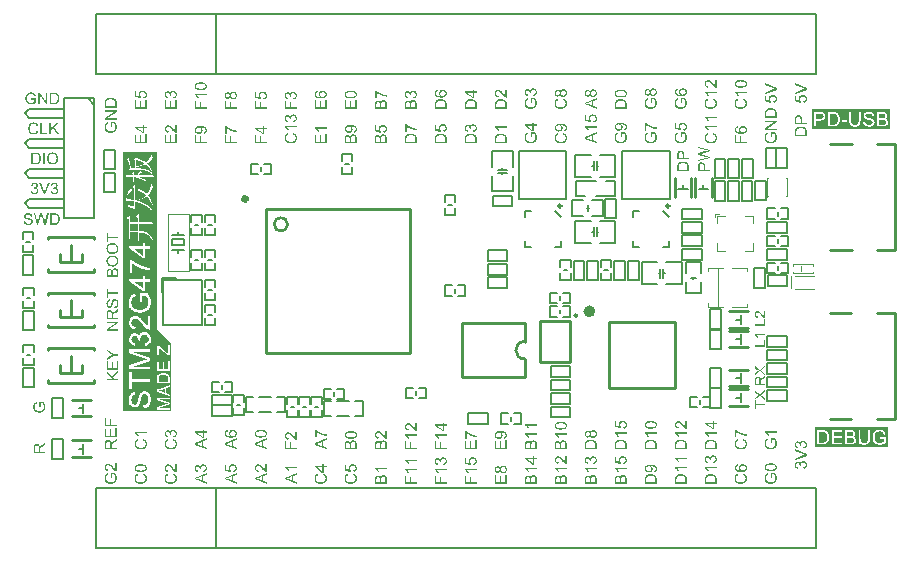
<source format=gto>
G04*
G04 #@! TF.GenerationSoftware,Altium Limited,Altium Designer,21.1.1 (26)*
G04*
G04 Layer_Color=65535*
%FSLAX25Y25*%
%MOIN*%
G70*
G04*
G04 #@! TF.SameCoordinates,DA73CDCF-2591-419C-BC5F-B2C7988706A4*
G04*
G04*
G04 #@! TF.FilePolarity,Positive*
G04*
G01*
G75*
%ADD10C,0.01000*%
%ADD11C,0.02000*%
%ADD12C,0.00984*%
%ADD13C,0.00600*%
%ADD14C,0.00800*%
%ADD15C,0.00249*%
%ADD16C,0.00669*%
%ADD17C,0.00787*%
%ADD18C,0.00750*%
%ADD19C,0.00500*%
%ADD20C,0.00591*%
%ADD21C,0.00394*%
G36*
X1317611Y1243389D02*
X1322500Y1238500D01*
D01*
D01*
Y1216000D01*
X1306500D01*
Y1302464D01*
X1317611D01*
Y1243389D01*
D02*
G37*
G36*
X1562198Y1310017D02*
X1536121D01*
Y1316586D01*
X1562198D01*
Y1310017D01*
D02*
G37*
G36*
X1534314Y1323693D02*
Y1323142D01*
X1530342Y1321604D01*
Y1322178D01*
X1533229Y1323211D01*
X1533235D01*
X1533247Y1323217D01*
X1533264Y1323223D01*
X1533287Y1323234D01*
X1533321Y1323240D01*
X1533356Y1323252D01*
X1533442Y1323280D01*
X1533539Y1323315D01*
X1533648Y1323349D01*
X1533878Y1323418D01*
X1533872D01*
X1533861Y1323424D01*
X1533844Y1323429D01*
X1533821Y1323435D01*
X1533757Y1323452D01*
X1533671Y1323481D01*
X1533574Y1323510D01*
X1533465Y1323544D01*
X1533350Y1323584D01*
X1533229Y1323630D01*
X1530342Y1324709D01*
Y1325243D01*
X1534314Y1323693D01*
D02*
G37*
G36*
X1533063Y1321357D02*
X1533109Y1321352D01*
X1533160Y1321346D01*
X1533224Y1321334D01*
X1533287Y1321323D01*
X1533436Y1321288D01*
X1533591Y1321231D01*
X1533671Y1321197D01*
X1533746Y1321151D01*
X1533826Y1321105D01*
X1533901Y1321047D01*
X1533907Y1321042D01*
X1533924Y1321030D01*
X1533947Y1321007D01*
X1533976Y1320978D01*
X1534010Y1320938D01*
X1534056Y1320892D01*
X1534096Y1320835D01*
X1534142Y1320772D01*
X1534188Y1320703D01*
X1534228Y1320623D01*
X1534268Y1320536D01*
X1534309Y1320445D01*
X1534337Y1320347D01*
X1534360Y1320238D01*
X1534377Y1320123D01*
X1534383Y1320003D01*
Y1319951D01*
X1534377Y1319911D01*
X1534372Y1319865D01*
X1534366Y1319813D01*
X1534360Y1319750D01*
X1534343Y1319687D01*
X1534309Y1319543D01*
X1534257Y1319400D01*
X1534222Y1319325D01*
X1534182Y1319251D01*
X1534136Y1319182D01*
X1534085Y1319113D01*
X1534079Y1319107D01*
X1534073Y1319096D01*
X1534050Y1319084D01*
X1534027Y1319061D01*
X1533999Y1319033D01*
X1533964Y1319004D01*
X1533918Y1318969D01*
X1533867Y1318941D01*
X1533815Y1318906D01*
X1533752Y1318872D01*
X1533614Y1318809D01*
X1533453Y1318757D01*
X1533367Y1318740D01*
X1533275Y1318728D01*
X1533235Y1319239D01*
X1533241D01*
X1533252D01*
X1533270Y1319245D01*
X1533298Y1319251D01*
X1533361Y1319268D01*
X1533447Y1319291D01*
X1533534Y1319325D01*
X1533631Y1319371D01*
X1533717Y1319429D01*
X1533798Y1319497D01*
X1533803Y1319509D01*
X1533826Y1319532D01*
X1533855Y1319578D01*
X1533889Y1319641D01*
X1533924Y1319710D01*
X1533953Y1319796D01*
X1533976Y1319894D01*
X1533981Y1320003D01*
Y1320037D01*
X1533976Y1320060D01*
X1533970Y1320129D01*
X1533947Y1320209D01*
X1533918Y1320307D01*
X1533872Y1320404D01*
X1533803Y1320508D01*
X1533763Y1320554D01*
X1533717Y1320600D01*
X1533712Y1320605D01*
X1533706Y1320611D01*
X1533689Y1320623D01*
X1533671Y1320640D01*
X1533608Y1320680D01*
X1533528Y1320726D01*
X1533430Y1320766D01*
X1533310Y1320806D01*
X1533166Y1320835D01*
X1533092Y1320846D01*
X1533011D01*
X1533006D01*
X1532994D01*
X1532971D01*
X1532942Y1320841D01*
X1532908D01*
X1532868Y1320835D01*
X1532776Y1320818D01*
X1532667Y1320789D01*
X1532558Y1320749D01*
X1532454Y1320691D01*
X1532357Y1320611D01*
X1532351D01*
X1532345Y1320600D01*
X1532317Y1320571D01*
X1532277Y1320519D01*
X1532231Y1320450D01*
X1532191Y1320358D01*
X1532150Y1320255D01*
X1532122Y1320135D01*
X1532110Y1320066D01*
Y1319957D01*
X1532116Y1319911D01*
X1532122Y1319853D01*
X1532139Y1319785D01*
X1532156Y1319716D01*
X1532185Y1319641D01*
X1532219Y1319566D01*
X1532225Y1319561D01*
X1532236Y1319538D01*
X1532265Y1319503D01*
X1532294Y1319457D01*
X1532334Y1319411D01*
X1532386Y1319366D01*
X1532437Y1319314D01*
X1532500Y1319274D01*
X1532437Y1318814D01*
X1530394Y1319199D01*
Y1321174D01*
X1530859D01*
Y1319584D01*
X1531932Y1319371D01*
X1531926Y1319377D01*
X1531921Y1319388D01*
X1531909Y1319406D01*
X1531892Y1319434D01*
X1531875Y1319469D01*
X1531852Y1319509D01*
X1531806Y1319601D01*
X1531760Y1319716D01*
X1531720Y1319842D01*
X1531691Y1319980D01*
X1531680Y1320049D01*
Y1320175D01*
X1531685Y1320209D01*
X1531691Y1320255D01*
X1531697Y1320307D01*
X1531708Y1320364D01*
X1531726Y1320427D01*
X1531766Y1320565D01*
X1531794Y1320640D01*
X1531835Y1320714D01*
X1531875Y1320789D01*
X1531921Y1320864D01*
X1531978Y1320932D01*
X1532041Y1321001D01*
X1532047Y1321007D01*
X1532059Y1321019D01*
X1532076Y1321036D01*
X1532104Y1321059D01*
X1532145Y1321087D01*
X1532185Y1321116D01*
X1532236Y1321151D01*
X1532294Y1321185D01*
X1532357Y1321214D01*
X1532426Y1321248D01*
X1532506Y1321277D01*
X1532586Y1321306D01*
X1532673Y1321329D01*
X1532770Y1321346D01*
X1532868Y1321357D01*
X1532971Y1321363D01*
X1532977D01*
X1532994D01*
X1533023D01*
X1533063Y1321357D01*
D02*
G37*
G36*
X1443361Y1311531D02*
X1444314D01*
Y1311043D01*
X1443361D01*
Y1309315D01*
X1442914D01*
X1440342Y1311135D01*
Y1311531D01*
X1442914D01*
Y1312070D01*
X1443361D01*
Y1311531D01*
D02*
G37*
G36*
X1443769Y1308902D02*
X1443775Y1308891D01*
X1443792Y1308867D01*
X1443815Y1308839D01*
X1443838Y1308804D01*
X1443867Y1308764D01*
X1443901Y1308712D01*
X1443935Y1308661D01*
X1444010Y1308540D01*
X1444090Y1308403D01*
X1444165Y1308259D01*
X1444228Y1308104D01*
Y1308098D01*
X1444234Y1308087D01*
X1444240Y1308064D01*
X1444251Y1308035D01*
X1444263Y1307995D01*
X1444280Y1307949D01*
X1444291Y1307897D01*
X1444303Y1307846D01*
X1444331Y1307720D01*
X1444360Y1307576D01*
X1444377Y1307421D01*
X1444383Y1307260D01*
Y1307203D01*
X1444377Y1307163D01*
Y1307111D01*
X1444372Y1307048D01*
X1444360Y1306979D01*
X1444354Y1306904D01*
X1444320Y1306738D01*
X1444280Y1306560D01*
X1444217Y1306376D01*
X1444182Y1306285D01*
X1444136Y1306193D01*
X1444131Y1306187D01*
X1444125Y1306170D01*
X1444108Y1306147D01*
X1444090Y1306112D01*
X1444062Y1306072D01*
X1444033Y1306032D01*
X1443953Y1305923D01*
X1443849Y1305808D01*
X1443723Y1305688D01*
X1443580Y1305573D01*
X1443413Y1305469D01*
X1443407D01*
X1443390Y1305458D01*
X1443367Y1305447D01*
X1443327Y1305429D01*
X1443287Y1305412D01*
X1443229Y1305395D01*
X1443172Y1305372D01*
X1443103Y1305349D01*
X1443029Y1305326D01*
X1442942Y1305303D01*
X1442856Y1305286D01*
X1442764Y1305268D01*
X1442564Y1305240D01*
X1442351Y1305228D01*
X1442345D01*
X1442323D01*
X1442294D01*
X1442254Y1305234D01*
X1442202D01*
X1442139Y1305240D01*
X1442076Y1305251D01*
X1442001Y1305257D01*
X1441921Y1305274D01*
X1441835Y1305286D01*
X1441651Y1305332D01*
X1441461Y1305389D01*
X1441272Y1305469D01*
X1441266Y1305475D01*
X1441249Y1305481D01*
X1441226Y1305492D01*
X1441192Y1305515D01*
X1441146Y1305538D01*
X1441100Y1305567D01*
X1440991Y1305647D01*
X1440864Y1305745D01*
X1440744Y1305865D01*
X1440623Y1306003D01*
X1440572Y1306084D01*
X1440520Y1306164D01*
X1440514Y1306170D01*
X1440509Y1306187D01*
X1440497Y1306210D01*
X1440480Y1306244D01*
X1440463Y1306290D01*
X1440440Y1306342D01*
X1440417Y1306399D01*
X1440394Y1306468D01*
X1440371Y1306543D01*
X1440354Y1306623D01*
X1440331Y1306709D01*
X1440314Y1306801D01*
X1440285Y1307002D01*
X1440273Y1307105D01*
Y1307289D01*
X1440279Y1307323D01*
Y1307369D01*
X1440291Y1307478D01*
X1440308Y1307599D01*
X1440336Y1307725D01*
X1440371Y1307863D01*
X1440417Y1307995D01*
Y1308001D01*
X1440423Y1308012D01*
X1440428Y1308029D01*
X1440440Y1308052D01*
X1440474Y1308116D01*
X1440514Y1308196D01*
X1440572Y1308282D01*
X1440641Y1308374D01*
X1440715Y1308460D01*
X1440807Y1308540D01*
X1440819Y1308552D01*
X1440853Y1308575D01*
X1440905Y1308609D01*
X1440979Y1308655D01*
X1441071Y1308701D01*
X1441186Y1308753D01*
X1441312Y1308804D01*
X1441456Y1308844D01*
X1441582Y1308368D01*
X1441576D01*
X1441571Y1308362D01*
X1441553Y1308357D01*
X1441530Y1308351D01*
X1441479Y1308334D01*
X1441410Y1308311D01*
X1441329Y1308276D01*
X1441255Y1308236D01*
X1441175Y1308196D01*
X1441106Y1308144D01*
X1441100Y1308138D01*
X1441077Y1308121D01*
X1441048Y1308087D01*
X1441008Y1308047D01*
X1440962Y1307995D01*
X1440916Y1307926D01*
X1440870Y1307852D01*
X1440830Y1307765D01*
X1440824Y1307754D01*
X1440813Y1307725D01*
X1440796Y1307674D01*
X1440773Y1307605D01*
X1440755Y1307524D01*
X1440738Y1307432D01*
X1440727Y1307329D01*
X1440721Y1307220D01*
Y1307157D01*
X1440727Y1307128D01*
Y1307094D01*
X1440732Y1307008D01*
X1440750Y1306910D01*
X1440767Y1306801D01*
X1440796Y1306698D01*
X1440836Y1306594D01*
X1440842Y1306583D01*
X1440853Y1306549D01*
X1440882Y1306503D01*
X1440910Y1306445D01*
X1440956Y1306376D01*
X1441002Y1306302D01*
X1441060Y1306233D01*
X1441123Y1306170D01*
X1441129Y1306164D01*
X1441152Y1306141D01*
X1441192Y1306112D01*
X1441238Y1306078D01*
X1441295Y1306038D01*
X1441364Y1305997D01*
X1441438Y1305957D01*
X1441519Y1305917D01*
X1441525D01*
X1441536Y1305911D01*
X1441553Y1305906D01*
X1441582Y1305894D01*
X1441617Y1305883D01*
X1441657Y1305871D01*
X1441703Y1305854D01*
X1441754Y1305842D01*
X1441875Y1305814D01*
X1442013Y1305791D01*
X1442156Y1305774D01*
X1442317Y1305768D01*
X1442323D01*
X1442340D01*
X1442368D01*
X1442403Y1305774D01*
X1442449D01*
X1442506Y1305779D01*
X1442564Y1305785D01*
X1442627Y1305791D01*
X1442770Y1305814D01*
X1442919Y1305842D01*
X1443069Y1305888D01*
X1443212Y1305946D01*
X1443218D01*
X1443229Y1305957D01*
X1443247Y1305963D01*
X1443270Y1305980D01*
X1443333Y1306021D01*
X1443413Y1306084D01*
X1443499Y1306158D01*
X1443585Y1306250D01*
X1443666Y1306359D01*
X1443740Y1306480D01*
Y1306485D01*
X1443746Y1306497D01*
X1443758Y1306514D01*
X1443769Y1306543D01*
X1443781Y1306571D01*
X1443792Y1306612D01*
X1443826Y1306703D01*
X1443855Y1306818D01*
X1443884Y1306945D01*
X1443907Y1307082D01*
X1443913Y1307226D01*
Y1307283D01*
X1443907Y1307318D01*
Y1307352D01*
X1443895Y1307438D01*
X1443884Y1307542D01*
X1443861Y1307651D01*
X1443826Y1307771D01*
X1443786Y1307892D01*
Y1307897D01*
X1443781Y1307909D01*
X1443775Y1307920D01*
X1443763Y1307943D01*
X1443734Y1308006D01*
X1443700Y1308075D01*
X1443660Y1308156D01*
X1443614Y1308242D01*
X1443562Y1308322D01*
X1443505Y1308391D01*
X1442759D01*
Y1307220D01*
X1442288D01*
Y1308908D01*
X1443763D01*
X1443769Y1308902D01*
D02*
G37*
G36*
X1443229Y1323582D02*
X1443275Y1323576D01*
X1443327Y1323565D01*
X1443384Y1323553D01*
X1443447Y1323542D01*
X1443585Y1323496D01*
X1443660Y1323461D01*
X1443729Y1323427D01*
X1443803Y1323381D01*
X1443878Y1323329D01*
X1443953Y1323272D01*
X1444022Y1323203D01*
X1444027Y1323197D01*
X1444039Y1323186D01*
X1444056Y1323163D01*
X1444079Y1323134D01*
X1444108Y1323100D01*
X1444136Y1323054D01*
X1444171Y1323002D01*
X1444199Y1322939D01*
X1444234Y1322876D01*
X1444268Y1322801D01*
X1444297Y1322727D01*
X1444326Y1322641D01*
X1444349Y1322549D01*
X1444366Y1322451D01*
X1444377Y1322353D01*
X1444383Y1322244D01*
Y1322193D01*
X1444377Y1322158D01*
X1444372Y1322112D01*
X1444366Y1322061D01*
X1444354Y1322003D01*
X1444343Y1321940D01*
X1444308Y1321803D01*
X1444251Y1321659D01*
X1444217Y1321584D01*
X1444176Y1321515D01*
X1444125Y1321447D01*
X1444073Y1321378D01*
X1444067Y1321372D01*
X1444056Y1321360D01*
X1444039Y1321343D01*
X1444016Y1321326D01*
X1443987Y1321297D01*
X1443947Y1321269D01*
X1443907Y1321234D01*
X1443855Y1321200D01*
X1443798Y1321165D01*
X1443740Y1321131D01*
X1443602Y1321068D01*
X1443442Y1321016D01*
X1443356Y1320999D01*
X1443264Y1320987D01*
X1443201Y1321475D01*
X1443207D01*
X1443218Y1321481D01*
X1443241Y1321487D01*
X1443270Y1321492D01*
X1443304Y1321498D01*
X1443344Y1321510D01*
X1443430Y1321539D01*
X1443534Y1321579D01*
X1443631Y1321630D01*
X1443723Y1321688D01*
X1443803Y1321757D01*
X1443809Y1321768D01*
X1443832Y1321791D01*
X1443861Y1321837D01*
X1443890Y1321894D01*
X1443924Y1321963D01*
X1443953Y1322049D01*
X1443976Y1322147D01*
X1443981Y1322250D01*
Y1322285D01*
X1443976Y1322308D01*
X1443970Y1322371D01*
X1443953Y1322451D01*
X1443924Y1322543D01*
X1443884Y1322641D01*
X1443826Y1322738D01*
X1443746Y1322830D01*
X1443734Y1322841D01*
X1443700Y1322870D01*
X1443648Y1322905D01*
X1443580Y1322950D01*
X1443493Y1322996D01*
X1443396Y1323031D01*
X1443281Y1323060D01*
X1443155Y1323071D01*
X1443149D01*
X1443138D01*
X1443120D01*
X1443097Y1323065D01*
X1443034Y1323060D01*
X1442960Y1323042D01*
X1442868Y1323019D01*
X1442776Y1322979D01*
X1442684Y1322922D01*
X1442598Y1322847D01*
X1442587Y1322836D01*
X1442564Y1322807D01*
X1442529Y1322761D01*
X1442489Y1322698D01*
X1442449Y1322618D01*
X1442414Y1322520D01*
X1442391Y1322411D01*
X1442380Y1322290D01*
Y1322239D01*
X1442386Y1322199D01*
X1442391Y1322147D01*
X1442403Y1322089D01*
X1442414Y1322021D01*
X1442432Y1321946D01*
X1442001Y1322003D01*
Y1322032D01*
X1442007Y1322055D01*
Y1322130D01*
X1441995Y1322193D01*
X1441984Y1322267D01*
X1441967Y1322353D01*
X1441938Y1322451D01*
X1441898Y1322543D01*
X1441846Y1322641D01*
Y1322646D01*
X1441840Y1322652D01*
X1441817Y1322681D01*
X1441777Y1322721D01*
X1441726Y1322767D01*
X1441651Y1322813D01*
X1441565Y1322853D01*
X1441467Y1322882D01*
X1441410Y1322893D01*
X1441347D01*
X1441341D01*
X1441335D01*
X1441301D01*
X1441255Y1322882D01*
X1441192Y1322870D01*
X1441123Y1322847D01*
X1441048Y1322818D01*
X1440974Y1322773D01*
X1440905Y1322709D01*
X1440899Y1322704D01*
X1440876Y1322675D01*
X1440847Y1322635D01*
X1440813Y1322583D01*
X1440784Y1322514D01*
X1440755Y1322434D01*
X1440732Y1322342D01*
X1440727Y1322239D01*
Y1322193D01*
X1440738Y1322141D01*
X1440750Y1322072D01*
X1440773Y1321998D01*
X1440801Y1321923D01*
X1440847Y1321843D01*
X1440905Y1321768D01*
X1440910Y1321762D01*
X1440939Y1321739D01*
X1440979Y1321705D01*
X1441037Y1321665D01*
X1441111Y1321625D01*
X1441203Y1321584D01*
X1441312Y1321550D01*
X1441438Y1321527D01*
X1441352Y1321039D01*
X1441347D01*
X1441329Y1321045D01*
X1441306Y1321051D01*
X1441272Y1321056D01*
X1441232Y1321068D01*
X1441186Y1321085D01*
X1441077Y1321119D01*
X1440951Y1321177D01*
X1440824Y1321246D01*
X1440704Y1321332D01*
X1440595Y1321441D01*
X1440589Y1321447D01*
X1440583Y1321458D01*
X1440572Y1321475D01*
X1440555Y1321498D01*
X1440532Y1321527D01*
X1440509Y1321567D01*
X1440486Y1321607D01*
X1440457Y1321659D01*
X1440411Y1321774D01*
X1440365Y1321906D01*
X1440336Y1322061D01*
X1440325Y1322141D01*
Y1322285D01*
X1440331Y1322348D01*
X1440342Y1322422D01*
X1440359Y1322514D01*
X1440388Y1322618D01*
X1440423Y1322721D01*
X1440469Y1322824D01*
Y1322830D01*
X1440474Y1322836D01*
X1440491Y1322870D01*
X1440526Y1322922D01*
X1440566Y1322979D01*
X1440623Y1323048D01*
X1440687Y1323117D01*
X1440761Y1323186D01*
X1440847Y1323243D01*
X1440859Y1323249D01*
X1440888Y1323266D01*
X1440939Y1323289D01*
X1441002Y1323318D01*
X1441077Y1323347D01*
X1441163Y1323370D01*
X1441261Y1323387D01*
X1441358Y1323392D01*
X1441370D01*
X1441404D01*
X1441450Y1323387D01*
X1441513Y1323375D01*
X1441588Y1323358D01*
X1441668Y1323329D01*
X1441749Y1323295D01*
X1441829Y1323249D01*
X1441840Y1323243D01*
X1441863Y1323226D01*
X1441903Y1323192D01*
X1441949Y1323146D01*
X1442001Y1323088D01*
X1442058Y1323019D01*
X1442110Y1322939D01*
X1442162Y1322841D01*
Y1322847D01*
X1442167Y1322859D01*
X1442173Y1322876D01*
X1442179Y1322899D01*
X1442202Y1322962D01*
X1442236Y1323042D01*
X1442282Y1323134D01*
X1442340Y1323226D01*
X1442414Y1323312D01*
X1442500Y1323392D01*
X1442512Y1323398D01*
X1442546Y1323421D01*
X1442604Y1323456D01*
X1442678Y1323490D01*
X1442770Y1323524D01*
X1442879Y1323559D01*
X1443006Y1323582D01*
X1443143Y1323588D01*
X1443149D01*
X1443166D01*
X1443195D01*
X1443229Y1323582D01*
D02*
G37*
G36*
X1443769Y1320402D02*
X1443775Y1320391D01*
X1443792Y1320368D01*
X1443815Y1320339D01*
X1443838Y1320304D01*
X1443867Y1320264D01*
X1443901Y1320212D01*
X1443935Y1320161D01*
X1444010Y1320040D01*
X1444090Y1319903D01*
X1444165Y1319759D01*
X1444228Y1319604D01*
Y1319598D01*
X1444234Y1319587D01*
X1444240Y1319564D01*
X1444251Y1319535D01*
X1444263Y1319495D01*
X1444280Y1319449D01*
X1444291Y1319398D01*
X1444303Y1319346D01*
X1444331Y1319219D01*
X1444360Y1319076D01*
X1444377Y1318921D01*
X1444383Y1318760D01*
Y1318703D01*
X1444377Y1318663D01*
Y1318611D01*
X1444372Y1318548D01*
X1444360Y1318479D01*
X1444354Y1318404D01*
X1444320Y1318238D01*
X1444280Y1318060D01*
X1444217Y1317876D01*
X1444182Y1317785D01*
X1444136Y1317693D01*
X1444131Y1317687D01*
X1444125Y1317670D01*
X1444108Y1317647D01*
X1444090Y1317612D01*
X1444062Y1317572D01*
X1444033Y1317532D01*
X1443953Y1317423D01*
X1443849Y1317308D01*
X1443723Y1317188D01*
X1443580Y1317073D01*
X1443413Y1316969D01*
X1443407D01*
X1443390Y1316958D01*
X1443367Y1316947D01*
X1443327Y1316929D01*
X1443287Y1316912D01*
X1443229Y1316895D01*
X1443172Y1316872D01*
X1443103Y1316849D01*
X1443029Y1316826D01*
X1442942Y1316803D01*
X1442856Y1316786D01*
X1442764Y1316768D01*
X1442564Y1316740D01*
X1442351Y1316728D01*
X1442345D01*
X1442323D01*
X1442294D01*
X1442254Y1316734D01*
X1442202D01*
X1442139Y1316740D01*
X1442076Y1316751D01*
X1442001Y1316757D01*
X1441921Y1316774D01*
X1441835Y1316786D01*
X1441651Y1316832D01*
X1441461Y1316889D01*
X1441272Y1316969D01*
X1441266Y1316975D01*
X1441249Y1316981D01*
X1441226Y1316992D01*
X1441192Y1317015D01*
X1441146Y1317038D01*
X1441100Y1317067D01*
X1440991Y1317147D01*
X1440864Y1317245D01*
X1440744Y1317365D01*
X1440623Y1317503D01*
X1440572Y1317584D01*
X1440520Y1317664D01*
X1440514Y1317670D01*
X1440509Y1317687D01*
X1440497Y1317710D01*
X1440480Y1317744D01*
X1440463Y1317790D01*
X1440440Y1317842D01*
X1440417Y1317899D01*
X1440394Y1317968D01*
X1440371Y1318043D01*
X1440354Y1318123D01*
X1440331Y1318209D01*
X1440314Y1318301D01*
X1440285Y1318502D01*
X1440273Y1318605D01*
Y1318789D01*
X1440279Y1318824D01*
Y1318869D01*
X1440291Y1318978D01*
X1440308Y1319099D01*
X1440336Y1319225D01*
X1440371Y1319363D01*
X1440417Y1319495D01*
Y1319501D01*
X1440423Y1319512D01*
X1440428Y1319530D01*
X1440440Y1319552D01*
X1440474Y1319616D01*
X1440514Y1319696D01*
X1440572Y1319782D01*
X1440641Y1319874D01*
X1440715Y1319960D01*
X1440807Y1320040D01*
X1440819Y1320052D01*
X1440853Y1320075D01*
X1440905Y1320109D01*
X1440979Y1320155D01*
X1441071Y1320201D01*
X1441186Y1320253D01*
X1441312Y1320304D01*
X1441456Y1320345D01*
X1441582Y1319868D01*
X1441576D01*
X1441571Y1319862D01*
X1441553Y1319857D01*
X1441530Y1319851D01*
X1441479Y1319834D01*
X1441410Y1319811D01*
X1441329Y1319776D01*
X1441255Y1319736D01*
X1441175Y1319696D01*
X1441106Y1319644D01*
X1441100Y1319639D01*
X1441077Y1319621D01*
X1441048Y1319587D01*
X1441008Y1319547D01*
X1440962Y1319495D01*
X1440916Y1319426D01*
X1440870Y1319351D01*
X1440830Y1319265D01*
X1440824Y1319254D01*
X1440813Y1319225D01*
X1440796Y1319174D01*
X1440773Y1319105D01*
X1440755Y1319024D01*
X1440738Y1318933D01*
X1440727Y1318829D01*
X1440721Y1318720D01*
Y1318657D01*
X1440727Y1318628D01*
Y1318594D01*
X1440732Y1318508D01*
X1440750Y1318410D01*
X1440767Y1318301D01*
X1440796Y1318198D01*
X1440836Y1318095D01*
X1440842Y1318083D01*
X1440853Y1318049D01*
X1440882Y1318003D01*
X1440910Y1317945D01*
X1440956Y1317876D01*
X1441002Y1317802D01*
X1441060Y1317733D01*
X1441123Y1317670D01*
X1441129Y1317664D01*
X1441152Y1317641D01*
X1441192Y1317612D01*
X1441238Y1317578D01*
X1441295Y1317538D01*
X1441364Y1317498D01*
X1441438Y1317457D01*
X1441519Y1317417D01*
X1441525D01*
X1441536Y1317411D01*
X1441553Y1317406D01*
X1441582Y1317394D01*
X1441617Y1317383D01*
X1441657Y1317371D01*
X1441703Y1317354D01*
X1441754Y1317342D01*
X1441875Y1317314D01*
X1442013Y1317291D01*
X1442156Y1317274D01*
X1442317Y1317268D01*
X1442323D01*
X1442340D01*
X1442368D01*
X1442403Y1317274D01*
X1442449D01*
X1442506Y1317279D01*
X1442564Y1317285D01*
X1442627Y1317291D01*
X1442770Y1317314D01*
X1442919Y1317342D01*
X1443069Y1317389D01*
X1443212Y1317446D01*
X1443218D01*
X1443229Y1317457D01*
X1443247Y1317463D01*
X1443270Y1317480D01*
X1443333Y1317521D01*
X1443413Y1317584D01*
X1443499Y1317658D01*
X1443585Y1317750D01*
X1443666Y1317859D01*
X1443740Y1317980D01*
Y1317985D01*
X1443746Y1317997D01*
X1443758Y1318014D01*
X1443769Y1318043D01*
X1443781Y1318071D01*
X1443792Y1318112D01*
X1443826Y1318204D01*
X1443855Y1318318D01*
X1443884Y1318445D01*
X1443907Y1318582D01*
X1443913Y1318726D01*
Y1318783D01*
X1443907Y1318818D01*
Y1318852D01*
X1443895Y1318938D01*
X1443884Y1319042D01*
X1443861Y1319151D01*
X1443826Y1319271D01*
X1443786Y1319392D01*
Y1319398D01*
X1443781Y1319409D01*
X1443775Y1319420D01*
X1443763Y1319443D01*
X1443734Y1319506D01*
X1443700Y1319575D01*
X1443660Y1319656D01*
X1443614Y1319742D01*
X1443562Y1319822D01*
X1443505Y1319891D01*
X1442759D01*
Y1318720D01*
X1442288D01*
Y1320408D01*
X1443763D01*
X1443769Y1320402D01*
D02*
G37*
G36*
X1434383Y1310383D02*
X1431278D01*
X1431283Y1310377D01*
X1431306Y1310348D01*
X1431341Y1310314D01*
X1431381Y1310257D01*
X1431433Y1310193D01*
X1431490Y1310113D01*
X1431553Y1310021D01*
X1431616Y1309918D01*
Y1309912D01*
X1431622Y1309906D01*
X1431645Y1309872D01*
X1431674Y1309815D01*
X1431708Y1309746D01*
X1431748Y1309665D01*
X1431789Y1309579D01*
X1431829Y1309493D01*
X1431863Y1309407D01*
X1431393D01*
Y1309413D01*
X1431381Y1309424D01*
X1431375Y1309447D01*
X1431358Y1309476D01*
X1431341Y1309510D01*
X1431318Y1309551D01*
X1431261Y1309648D01*
X1431197Y1309763D01*
X1431117Y1309878D01*
X1431025Y1309998D01*
X1430928Y1310119D01*
X1430922Y1310125D01*
X1430916Y1310130D01*
X1430899Y1310147D01*
X1430882Y1310170D01*
X1430824Y1310222D01*
X1430756Y1310291D01*
X1430675Y1310360D01*
X1430583Y1310435D01*
X1430491Y1310498D01*
X1430394Y1310555D01*
Y1310871D01*
X1434383D01*
Y1310383D01*
D02*
G37*
G36*
X1432495Y1308506D02*
X1432541D01*
X1432650Y1308500D01*
X1432776Y1308483D01*
X1432908Y1308466D01*
X1433046Y1308437D01*
X1433183Y1308403D01*
X1433189D01*
X1433201Y1308397D01*
X1433218Y1308391D01*
X1433241Y1308385D01*
X1433304Y1308362D01*
X1433384Y1308328D01*
X1433476Y1308294D01*
X1433568Y1308248D01*
X1433666Y1308190D01*
X1433757Y1308133D01*
X1433769Y1308127D01*
X1433798Y1308104D01*
X1433838Y1308070D01*
X1433889Y1308024D01*
X1433947Y1307972D01*
X1434004Y1307909D01*
X1434067Y1307846D01*
X1434119Y1307771D01*
X1434125Y1307760D01*
X1434142Y1307737D01*
X1434165Y1307697D01*
X1434194Y1307639D01*
X1434228Y1307570D01*
X1434257Y1307490D01*
X1434291Y1307398D01*
X1434320Y1307295D01*
Y1307283D01*
X1434326Y1307266D01*
X1434332Y1307249D01*
X1434337Y1307191D01*
X1434349Y1307111D01*
X1434360Y1307019D01*
X1434372Y1306910D01*
X1434377Y1306790D01*
X1434383Y1306658D01*
Y1305228D01*
X1430411D01*
Y1306755D01*
X1430417Y1306859D01*
X1430423Y1306973D01*
X1430434Y1307088D01*
X1430451Y1307203D01*
X1430468Y1307300D01*
Y1307306D01*
X1430474Y1307318D01*
Y1307335D01*
X1430486Y1307358D01*
X1430503Y1307421D01*
X1430532Y1307501D01*
X1430572Y1307593D01*
X1430624Y1307691D01*
X1430681Y1307788D01*
X1430756Y1307880D01*
X1430761Y1307886D01*
X1430767Y1307892D01*
X1430784Y1307909D01*
X1430801Y1307932D01*
X1430859Y1307989D01*
X1430939Y1308058D01*
X1431037Y1308133D01*
X1431151Y1308213D01*
X1431283Y1308288D01*
X1431433Y1308351D01*
X1431439D01*
X1431450Y1308357D01*
X1431473Y1308368D01*
X1431507Y1308374D01*
X1431548Y1308391D01*
X1431594Y1308403D01*
X1431645Y1308414D01*
X1431708Y1308431D01*
X1431771Y1308449D01*
X1431846Y1308460D01*
X1432007Y1308489D01*
X1432185Y1308506D01*
X1432380Y1308512D01*
X1432386D01*
X1432397D01*
X1432426D01*
X1432454D01*
X1432495Y1308506D01*
D02*
G37*
G36*
X1434383Y1320465D02*
X1434377D01*
X1434354D01*
X1434320D01*
X1434274Y1320471D01*
X1434222Y1320477D01*
X1434165Y1320488D01*
X1434108Y1320500D01*
X1434044Y1320522D01*
X1434039D01*
X1434033Y1320528D01*
X1433999Y1320540D01*
X1433947Y1320563D01*
X1433878Y1320597D01*
X1433798Y1320643D01*
X1433706Y1320700D01*
X1433614Y1320764D01*
X1433516Y1320844D01*
X1433511D01*
X1433505Y1320855D01*
X1433471Y1320884D01*
X1433419Y1320936D01*
X1433344Y1321010D01*
X1433258Y1321097D01*
X1433155Y1321206D01*
X1433040Y1321338D01*
X1432919Y1321481D01*
X1432914Y1321487D01*
X1432897Y1321510D01*
X1432868Y1321544D01*
X1432833Y1321584D01*
X1432787Y1321636D01*
X1432736Y1321699D01*
X1432678Y1321762D01*
X1432615Y1321837D01*
X1432477Y1321980D01*
X1432340Y1322124D01*
X1432271Y1322193D01*
X1432202Y1322256D01*
X1432139Y1322313D01*
X1432076Y1322359D01*
X1432070D01*
X1432064Y1322371D01*
X1432047Y1322382D01*
X1432024Y1322394D01*
X1431961Y1322434D01*
X1431886Y1322480D01*
X1431794Y1322520D01*
X1431697Y1322560D01*
X1431588Y1322583D01*
X1431484Y1322595D01*
X1431479D01*
X1431473D01*
X1431439Y1322589D01*
X1431381Y1322583D01*
X1431318Y1322566D01*
X1431238Y1322543D01*
X1431157Y1322503D01*
X1431077Y1322451D01*
X1430997Y1322382D01*
X1430985Y1322371D01*
X1430962Y1322342D01*
X1430933Y1322302D01*
X1430893Y1322239D01*
X1430859Y1322158D01*
X1430824Y1322066D01*
X1430801Y1321957D01*
X1430796Y1321837D01*
Y1321803D01*
X1430801Y1321780D01*
X1430807Y1321711D01*
X1430824Y1321630D01*
X1430847Y1321544D01*
X1430888Y1321447D01*
X1430939Y1321355D01*
X1431008Y1321269D01*
X1431019Y1321257D01*
X1431048Y1321234D01*
X1431094Y1321200D01*
X1431163Y1321165D01*
X1431243Y1321125D01*
X1431347Y1321091D01*
X1431462Y1321068D01*
X1431594Y1321056D01*
X1431542Y1320557D01*
X1431536D01*
X1431519Y1320563D01*
X1431490D01*
X1431450Y1320568D01*
X1431404Y1320580D01*
X1431352Y1320591D01*
X1431289Y1320609D01*
X1431226Y1320626D01*
X1431088Y1320672D01*
X1430951Y1320741D01*
X1430882Y1320781D01*
X1430813Y1320833D01*
X1430750Y1320884D01*
X1430692Y1320942D01*
X1430687Y1320947D01*
X1430681Y1320959D01*
X1430664Y1320976D01*
X1430646Y1321005D01*
X1430624Y1321039D01*
X1430600Y1321079D01*
X1430572Y1321125D01*
X1430543Y1321183D01*
X1430514Y1321246D01*
X1430486Y1321315D01*
X1430463Y1321389D01*
X1430440Y1321470D01*
X1430423Y1321556D01*
X1430405Y1321647D01*
X1430400Y1321745D01*
X1430394Y1321848D01*
Y1321906D01*
X1430400Y1321946D01*
X1430405Y1321992D01*
X1430411Y1322049D01*
X1430423Y1322112D01*
X1430434Y1322176D01*
X1430474Y1322325D01*
X1430532Y1322474D01*
X1430566Y1322549D01*
X1430606Y1322623D01*
X1430658Y1322692D01*
X1430715Y1322755D01*
X1430721Y1322761D01*
X1430727Y1322773D01*
X1430750Y1322784D01*
X1430773Y1322807D01*
X1430801Y1322836D01*
X1430842Y1322864D01*
X1430882Y1322893D01*
X1430933Y1322927D01*
X1431042Y1322985D01*
X1431180Y1323042D01*
X1431249Y1323065D01*
X1431330Y1323077D01*
X1431410Y1323088D01*
X1431496Y1323094D01*
X1431507D01*
X1431536D01*
X1431582Y1323088D01*
X1431645Y1323083D01*
X1431714Y1323071D01*
X1431794Y1323048D01*
X1431880Y1323025D01*
X1431967Y1322991D01*
X1431978Y1322985D01*
X1432007Y1322974D01*
X1432053Y1322950D01*
X1432116Y1322916D01*
X1432185Y1322870D01*
X1432271Y1322813D01*
X1432357Y1322744D01*
X1432454Y1322663D01*
X1432466Y1322652D01*
X1432500Y1322623D01*
X1432529Y1322595D01*
X1432558Y1322566D01*
X1432592Y1322532D01*
X1432638Y1322486D01*
X1432684Y1322440D01*
X1432736Y1322382D01*
X1432793Y1322325D01*
X1432856Y1322256D01*
X1432919Y1322181D01*
X1432994Y1322101D01*
X1433069Y1322009D01*
X1433149Y1321917D01*
X1433155Y1321912D01*
X1433166Y1321900D01*
X1433183Y1321877D01*
X1433206Y1321848D01*
X1433241Y1321814D01*
X1433275Y1321774D01*
X1433350Y1321682D01*
X1433436Y1321584D01*
X1433522Y1321492D01*
X1433597Y1321412D01*
X1433626Y1321378D01*
X1433654Y1321349D01*
X1433660Y1321343D01*
X1433677Y1321326D01*
X1433700Y1321303D01*
X1433735Y1321274D01*
X1433775Y1321246D01*
X1433815Y1321211D01*
X1433912Y1321142D01*
Y1323100D01*
X1434383D01*
Y1320465D01*
D02*
G37*
G36*
X1432495Y1320006D02*
X1432541D01*
X1432650Y1320000D01*
X1432776Y1319983D01*
X1432908Y1319966D01*
X1433046Y1319937D01*
X1433183Y1319903D01*
X1433189D01*
X1433201Y1319897D01*
X1433218Y1319891D01*
X1433241Y1319885D01*
X1433304Y1319862D01*
X1433384Y1319828D01*
X1433476Y1319794D01*
X1433568Y1319748D01*
X1433666Y1319690D01*
X1433757Y1319633D01*
X1433769Y1319627D01*
X1433798Y1319604D01*
X1433838Y1319570D01*
X1433889Y1319524D01*
X1433947Y1319472D01*
X1434004Y1319409D01*
X1434067Y1319346D01*
X1434119Y1319271D01*
X1434125Y1319260D01*
X1434142Y1319237D01*
X1434165Y1319197D01*
X1434194Y1319139D01*
X1434228Y1319070D01*
X1434257Y1318990D01*
X1434291Y1318898D01*
X1434320Y1318795D01*
Y1318783D01*
X1434326Y1318766D01*
X1434332Y1318749D01*
X1434337Y1318691D01*
X1434349Y1318611D01*
X1434360Y1318519D01*
X1434372Y1318410D01*
X1434377Y1318290D01*
X1434383Y1318158D01*
Y1316728D01*
X1430411D01*
Y1318255D01*
X1430417Y1318359D01*
X1430423Y1318473D01*
X1430434Y1318588D01*
X1430451Y1318703D01*
X1430468Y1318801D01*
Y1318806D01*
X1430474Y1318818D01*
Y1318835D01*
X1430486Y1318858D01*
X1430503Y1318921D01*
X1430532Y1319001D01*
X1430572Y1319093D01*
X1430624Y1319191D01*
X1430681Y1319288D01*
X1430756Y1319380D01*
X1430761Y1319386D01*
X1430767Y1319392D01*
X1430784Y1319409D01*
X1430801Y1319432D01*
X1430859Y1319489D01*
X1430939Y1319558D01*
X1431037Y1319633D01*
X1431151Y1319713D01*
X1431283Y1319788D01*
X1431433Y1319851D01*
X1431439D01*
X1431450Y1319857D01*
X1431473Y1319868D01*
X1431507Y1319874D01*
X1431548Y1319891D01*
X1431594Y1319903D01*
X1431645Y1319914D01*
X1431708Y1319931D01*
X1431771Y1319948D01*
X1431846Y1319960D01*
X1432007Y1319989D01*
X1432185Y1320006D01*
X1432380Y1320012D01*
X1432386D01*
X1432397D01*
X1432426D01*
X1432454D01*
X1432495Y1320006D01*
D02*
G37*
G36*
X1423229Y1311634D02*
X1423275Y1311628D01*
X1423327Y1311617D01*
X1423384Y1311605D01*
X1423448Y1311594D01*
X1423585Y1311548D01*
X1423660Y1311514D01*
X1423729Y1311479D01*
X1423803Y1311433D01*
X1423878Y1311382D01*
X1423953Y1311324D01*
X1424022Y1311255D01*
X1424027Y1311250D01*
X1424039Y1311238D01*
X1424056Y1311215D01*
X1424079Y1311187D01*
X1424108Y1311152D01*
X1424136Y1311106D01*
X1424171Y1311054D01*
X1424199Y1310991D01*
X1424234Y1310928D01*
X1424268Y1310853D01*
X1424297Y1310779D01*
X1424326Y1310693D01*
X1424349Y1310601D01*
X1424366Y1310503D01*
X1424377Y1310406D01*
X1424383Y1310297D01*
Y1310245D01*
X1424377Y1310211D01*
X1424372Y1310165D01*
X1424366Y1310113D01*
X1424354Y1310056D01*
X1424343Y1309993D01*
X1424308Y1309855D01*
X1424251Y1309711D01*
X1424217Y1309637D01*
X1424177Y1309568D01*
X1424125Y1309499D01*
X1424073Y1309430D01*
X1424067Y1309424D01*
X1424056Y1309413D01*
X1424039Y1309396D01*
X1424016Y1309378D01*
X1423987Y1309350D01*
X1423947Y1309321D01*
X1423907Y1309286D01*
X1423855Y1309252D01*
X1423798Y1309218D01*
X1423740Y1309183D01*
X1423602Y1309120D01*
X1423442Y1309068D01*
X1423356Y1309051D01*
X1423264Y1309040D01*
X1423201Y1309528D01*
X1423207D01*
X1423218Y1309533D01*
X1423241Y1309539D01*
X1423270Y1309545D01*
X1423304Y1309551D01*
X1423344Y1309562D01*
X1423430Y1309591D01*
X1423534Y1309631D01*
X1423631Y1309683D01*
X1423723Y1309740D01*
X1423803Y1309809D01*
X1423809Y1309820D01*
X1423832Y1309843D01*
X1423861Y1309889D01*
X1423890Y1309947D01*
X1423924Y1310015D01*
X1423953Y1310102D01*
X1423976Y1310199D01*
X1423981Y1310303D01*
Y1310337D01*
X1423976Y1310360D01*
X1423970Y1310423D01*
X1423953Y1310503D01*
X1423924Y1310595D01*
X1423884Y1310693D01*
X1423826Y1310790D01*
X1423746Y1310882D01*
X1423734Y1310894D01*
X1423700Y1310922D01*
X1423648Y1310957D01*
X1423580Y1311003D01*
X1423493Y1311049D01*
X1423396Y1311083D01*
X1423281Y1311112D01*
X1423155Y1311123D01*
X1423149D01*
X1423138D01*
X1423120D01*
X1423097Y1311118D01*
X1423034Y1311112D01*
X1422960Y1311095D01*
X1422868Y1311072D01*
X1422776Y1311032D01*
X1422684Y1310974D01*
X1422598Y1310900D01*
X1422587Y1310888D01*
X1422564Y1310859D01*
X1422529Y1310813D01*
X1422489Y1310750D01*
X1422449Y1310670D01*
X1422414Y1310572D01*
X1422391Y1310463D01*
X1422380Y1310343D01*
Y1310291D01*
X1422386Y1310251D01*
X1422391Y1310199D01*
X1422403Y1310142D01*
X1422414Y1310073D01*
X1422432Y1309998D01*
X1422001Y1310056D01*
Y1310084D01*
X1422007Y1310107D01*
Y1310182D01*
X1421995Y1310245D01*
X1421984Y1310320D01*
X1421967Y1310406D01*
X1421938Y1310503D01*
X1421898Y1310595D01*
X1421846Y1310693D01*
Y1310699D01*
X1421840Y1310704D01*
X1421817Y1310733D01*
X1421777Y1310773D01*
X1421725Y1310819D01*
X1421651Y1310865D01*
X1421565Y1310905D01*
X1421467Y1310934D01*
X1421410Y1310945D01*
X1421347D01*
X1421341D01*
X1421335D01*
X1421301D01*
X1421255Y1310934D01*
X1421192Y1310922D01*
X1421123Y1310900D01*
X1421048Y1310871D01*
X1420974Y1310825D01*
X1420905Y1310762D01*
X1420899Y1310756D01*
X1420876Y1310727D01*
X1420847Y1310687D01*
X1420813Y1310635D01*
X1420784Y1310567D01*
X1420755Y1310486D01*
X1420732Y1310394D01*
X1420727Y1310291D01*
Y1310245D01*
X1420738Y1310193D01*
X1420750Y1310125D01*
X1420773Y1310050D01*
X1420801Y1309975D01*
X1420847Y1309895D01*
X1420905Y1309820D01*
X1420910Y1309815D01*
X1420939Y1309792D01*
X1420979Y1309757D01*
X1421037Y1309717D01*
X1421111Y1309677D01*
X1421203Y1309637D01*
X1421312Y1309602D01*
X1421439Y1309579D01*
X1421352Y1309091D01*
X1421347D01*
X1421329Y1309097D01*
X1421307Y1309103D01*
X1421272Y1309109D01*
X1421232Y1309120D01*
X1421186Y1309137D01*
X1421077Y1309172D01*
X1420951Y1309229D01*
X1420824Y1309298D01*
X1420704Y1309384D01*
X1420595Y1309493D01*
X1420589Y1309499D01*
X1420583Y1309510D01*
X1420572Y1309528D01*
X1420555Y1309551D01*
X1420532Y1309579D01*
X1420509Y1309619D01*
X1420486Y1309660D01*
X1420457Y1309711D01*
X1420411Y1309826D01*
X1420365Y1309958D01*
X1420336Y1310113D01*
X1420325Y1310193D01*
Y1310337D01*
X1420331Y1310400D01*
X1420342Y1310475D01*
X1420359Y1310567D01*
X1420388Y1310670D01*
X1420423Y1310773D01*
X1420469Y1310876D01*
Y1310882D01*
X1420474Y1310888D01*
X1420491Y1310922D01*
X1420526Y1310974D01*
X1420566Y1311032D01*
X1420623Y1311100D01*
X1420687Y1311169D01*
X1420761Y1311238D01*
X1420847Y1311296D01*
X1420859Y1311301D01*
X1420887Y1311318D01*
X1420939Y1311341D01*
X1421002Y1311370D01*
X1421077Y1311399D01*
X1421163Y1311422D01*
X1421261Y1311439D01*
X1421358Y1311445D01*
X1421370D01*
X1421404D01*
X1421450Y1311439D01*
X1421513Y1311427D01*
X1421588Y1311410D01*
X1421668Y1311382D01*
X1421749Y1311347D01*
X1421829Y1311301D01*
X1421840Y1311296D01*
X1421863Y1311278D01*
X1421904Y1311244D01*
X1421949Y1311198D01*
X1422001Y1311141D01*
X1422058Y1311072D01*
X1422110Y1310991D01*
X1422162Y1310894D01*
Y1310900D01*
X1422167Y1310911D01*
X1422173Y1310928D01*
X1422179Y1310951D01*
X1422202Y1311014D01*
X1422236Y1311095D01*
X1422282Y1311187D01*
X1422340Y1311278D01*
X1422414Y1311364D01*
X1422500Y1311445D01*
X1422512Y1311450D01*
X1422546Y1311473D01*
X1422604Y1311508D01*
X1422678Y1311542D01*
X1422770Y1311577D01*
X1422879Y1311611D01*
X1423006Y1311634D01*
X1423143Y1311640D01*
X1423149D01*
X1423166D01*
X1423195D01*
X1423229Y1311634D01*
D02*
G37*
G36*
X1422426Y1308506D02*
X1422472D01*
X1422581Y1308500D01*
X1422707Y1308483D01*
X1422839Y1308466D01*
X1422977Y1308437D01*
X1423115Y1308403D01*
X1423120D01*
X1423132Y1308397D01*
X1423149Y1308391D01*
X1423172Y1308385D01*
X1423235Y1308362D01*
X1423316Y1308328D01*
X1423407Y1308294D01*
X1423499Y1308248D01*
X1423597Y1308190D01*
X1423689Y1308133D01*
X1423700Y1308127D01*
X1423729Y1308104D01*
X1423769Y1308070D01*
X1423821Y1308024D01*
X1423878Y1307972D01*
X1423935Y1307909D01*
X1423999Y1307846D01*
X1424050Y1307771D01*
X1424056Y1307760D01*
X1424073Y1307737D01*
X1424096Y1307697D01*
X1424125Y1307639D01*
X1424159Y1307570D01*
X1424188Y1307490D01*
X1424222Y1307398D01*
X1424251Y1307295D01*
Y1307283D01*
X1424257Y1307266D01*
X1424263Y1307249D01*
X1424268Y1307191D01*
X1424280Y1307111D01*
X1424291Y1307019D01*
X1424303Y1306910D01*
X1424308Y1306790D01*
X1424314Y1306658D01*
Y1305228D01*
X1420342D01*
Y1306755D01*
X1420348Y1306859D01*
X1420354Y1306973D01*
X1420365Y1307088D01*
X1420382Y1307203D01*
X1420400Y1307300D01*
Y1307306D01*
X1420405Y1307318D01*
Y1307335D01*
X1420417Y1307358D01*
X1420434Y1307421D01*
X1420463Y1307501D01*
X1420503Y1307593D01*
X1420555Y1307691D01*
X1420612Y1307788D01*
X1420687Y1307880D01*
X1420692Y1307886D01*
X1420698Y1307892D01*
X1420715Y1307909D01*
X1420732Y1307932D01*
X1420790Y1307989D01*
X1420870Y1308058D01*
X1420968Y1308133D01*
X1421083Y1308213D01*
X1421215Y1308288D01*
X1421364Y1308351D01*
X1421370D01*
X1421381Y1308357D01*
X1421404Y1308368D01*
X1421439Y1308374D01*
X1421479Y1308391D01*
X1421525Y1308403D01*
X1421576Y1308414D01*
X1421639Y1308431D01*
X1421703Y1308449D01*
X1421777Y1308460D01*
X1421938Y1308489D01*
X1422116Y1308506D01*
X1422311Y1308512D01*
X1422317D01*
X1422328D01*
X1422357D01*
X1422386D01*
X1422426Y1308506D01*
D02*
G37*
G36*
X1423430Y1322583D02*
X1424383D01*
Y1322095D01*
X1423430D01*
Y1320368D01*
X1422983D01*
X1420411Y1322187D01*
Y1322583D01*
X1422983D01*
Y1323123D01*
X1423430D01*
Y1322583D01*
D02*
G37*
G36*
X1422495Y1320006D02*
X1422541D01*
X1422650Y1320000D01*
X1422776Y1319983D01*
X1422908Y1319966D01*
X1423046Y1319937D01*
X1423184Y1319903D01*
X1423189D01*
X1423201Y1319897D01*
X1423218Y1319891D01*
X1423241Y1319885D01*
X1423304Y1319862D01*
X1423384Y1319828D01*
X1423476Y1319794D01*
X1423568Y1319748D01*
X1423666Y1319690D01*
X1423757Y1319633D01*
X1423769Y1319627D01*
X1423798Y1319604D01*
X1423838Y1319570D01*
X1423890Y1319524D01*
X1423947Y1319472D01*
X1424004Y1319409D01*
X1424067Y1319346D01*
X1424119Y1319271D01*
X1424125Y1319260D01*
X1424142Y1319237D01*
X1424165Y1319197D01*
X1424194Y1319139D01*
X1424228Y1319070D01*
X1424257Y1318990D01*
X1424291Y1318898D01*
X1424320Y1318795D01*
Y1318783D01*
X1424326Y1318766D01*
X1424331Y1318749D01*
X1424337Y1318691D01*
X1424349Y1318611D01*
X1424360Y1318519D01*
X1424372Y1318410D01*
X1424377Y1318290D01*
X1424383Y1318158D01*
Y1316728D01*
X1420411D01*
Y1318255D01*
X1420417Y1318359D01*
X1420423Y1318473D01*
X1420434Y1318588D01*
X1420451Y1318703D01*
X1420469Y1318801D01*
Y1318806D01*
X1420474Y1318818D01*
Y1318835D01*
X1420486Y1318858D01*
X1420503Y1318921D01*
X1420532Y1319001D01*
X1420572Y1319093D01*
X1420623Y1319191D01*
X1420681Y1319288D01*
X1420755Y1319380D01*
X1420761Y1319386D01*
X1420767Y1319392D01*
X1420784Y1319409D01*
X1420801Y1319432D01*
X1420859Y1319489D01*
X1420939Y1319558D01*
X1421037Y1319633D01*
X1421152Y1319713D01*
X1421284Y1319788D01*
X1421433Y1319851D01*
X1421439D01*
X1421450Y1319857D01*
X1421473Y1319868D01*
X1421507Y1319874D01*
X1421548Y1319891D01*
X1421593Y1319903D01*
X1421645Y1319914D01*
X1421708Y1319931D01*
X1421772Y1319948D01*
X1421846Y1319960D01*
X1422007Y1319989D01*
X1422185Y1320006D01*
X1422380Y1320012D01*
X1422386D01*
X1422397D01*
X1422426D01*
X1422454D01*
X1422495Y1320006D01*
D02*
G37*
G36*
X1413126Y1323134D02*
X1413161D01*
X1413252Y1323117D01*
X1413361Y1323100D01*
X1413476Y1323071D01*
X1413603Y1323031D01*
X1413723Y1322974D01*
X1413729D01*
X1413735Y1322968D01*
X1413752Y1322956D01*
X1413775Y1322945D01*
X1413832Y1322910D01*
X1413907Y1322859D01*
X1413987Y1322795D01*
X1414067Y1322721D01*
X1414148Y1322629D01*
X1414217Y1322532D01*
Y1322526D01*
X1414222Y1322520D01*
X1414234Y1322503D01*
X1414240Y1322480D01*
X1414268Y1322422D01*
X1414297Y1322348D01*
X1414332Y1322250D01*
X1414354Y1322141D01*
X1414377Y1322021D01*
X1414383Y1321889D01*
Y1321860D01*
X1414377Y1321831D01*
Y1321785D01*
X1414372Y1321734D01*
X1414360Y1321676D01*
X1414343Y1321607D01*
X1414326Y1321539D01*
X1414303Y1321458D01*
X1414274Y1321378D01*
X1414240Y1321297D01*
X1414194Y1321211D01*
X1414142Y1321131D01*
X1414085Y1321051D01*
X1414016Y1320970D01*
X1413935Y1320896D01*
X1413930Y1320890D01*
X1413912Y1320878D01*
X1413890Y1320861D01*
X1413849Y1320838D01*
X1413798Y1320804D01*
X1413740Y1320775D01*
X1413666Y1320741D01*
X1413585Y1320706D01*
X1413488Y1320666D01*
X1413379Y1320632D01*
X1413258Y1320603D01*
X1413126Y1320574D01*
X1412977Y1320545D01*
X1412816Y1320528D01*
X1412644Y1320517D01*
X1412460Y1320511D01*
X1412455D01*
X1412449D01*
X1412432D01*
X1412409D01*
X1412351Y1320517D01*
X1412271D01*
X1412179Y1320522D01*
X1412070Y1320534D01*
X1411949Y1320545D01*
X1411817Y1320563D01*
X1411685Y1320586D01*
X1411542Y1320614D01*
X1411404Y1320649D01*
X1411266Y1320689D01*
X1411134Y1320741D01*
X1411008Y1320798D01*
X1410888Y1320861D01*
X1410784Y1320936D01*
X1410778Y1320942D01*
X1410767Y1320953D01*
X1410744Y1320976D01*
X1410709Y1321005D01*
X1410675Y1321039D01*
X1410641Y1321085D01*
X1410595Y1321142D01*
X1410555Y1321200D01*
X1410514Y1321269D01*
X1410468Y1321343D01*
X1410434Y1321429D01*
X1410394Y1321515D01*
X1410365Y1321613D01*
X1410342Y1321716D01*
X1410331Y1321826D01*
X1410325Y1321940D01*
Y1321986D01*
X1410331Y1322021D01*
Y1322061D01*
X1410336Y1322107D01*
X1410359Y1322216D01*
X1410388Y1322336D01*
X1410434Y1322463D01*
X1410503Y1322589D01*
X1410543Y1322652D01*
X1410589Y1322709D01*
X1410595Y1322715D01*
X1410600Y1322721D01*
X1410618Y1322738D01*
X1410635Y1322755D01*
X1410664Y1322784D01*
X1410698Y1322807D01*
X1410778Y1322870D01*
X1410882Y1322933D01*
X1411008Y1322991D01*
X1411152Y1323042D01*
X1411312Y1323077D01*
X1411352Y1322589D01*
X1411347D01*
X1411341Y1322583D01*
X1411306Y1322577D01*
X1411255Y1322560D01*
X1411192Y1322537D01*
X1411123Y1322514D01*
X1411054Y1322480D01*
X1410991Y1322440D01*
X1410939Y1322400D01*
X1410928Y1322388D01*
X1410905Y1322365D01*
X1410870Y1322325D01*
X1410830Y1322267D01*
X1410796Y1322193D01*
X1410761Y1322112D01*
X1410738Y1322015D01*
X1410727Y1321912D01*
Y1321871D01*
X1410732Y1321826D01*
X1410744Y1321774D01*
X1410761Y1321705D01*
X1410784Y1321636D01*
X1410813Y1321567D01*
X1410859Y1321498D01*
X1410865Y1321487D01*
X1410888Y1321458D01*
X1410928Y1321418D01*
X1410985Y1321366D01*
X1411054Y1321309D01*
X1411134Y1321246D01*
X1411238Y1321188D01*
X1411352Y1321131D01*
X1411358D01*
X1411370Y1321125D01*
X1411387Y1321119D01*
X1411410Y1321108D01*
X1411444Y1321102D01*
X1411484Y1321091D01*
X1411530Y1321079D01*
X1411588Y1321068D01*
X1411651Y1321051D01*
X1411720Y1321039D01*
X1411794Y1321028D01*
X1411875Y1321022D01*
X1411967Y1321010D01*
X1412059Y1321005D01*
X1412162Y1320999D01*
X1412265D01*
X1412259Y1321005D01*
X1412225Y1321028D01*
X1412179Y1321068D01*
X1412122Y1321119D01*
X1412053Y1321177D01*
X1411990Y1321251D01*
X1411926Y1321332D01*
X1411869Y1321424D01*
Y1321429D01*
X1411863Y1321435D01*
X1411846Y1321470D01*
X1411829Y1321521D01*
X1411800Y1321590D01*
X1411777Y1321671D01*
X1411760Y1321762D01*
X1411743Y1321860D01*
X1411737Y1321963D01*
Y1322009D01*
X1411743Y1322044D01*
X1411749Y1322089D01*
X1411754Y1322135D01*
X1411766Y1322193D01*
X1411783Y1322250D01*
X1411823Y1322382D01*
X1411852Y1322451D01*
X1411892Y1322520D01*
X1411932Y1322589D01*
X1411978Y1322663D01*
X1412035Y1322732D01*
X1412099Y1322795D01*
X1412104Y1322801D01*
X1412116Y1322813D01*
X1412133Y1322830D01*
X1412162Y1322847D01*
X1412202Y1322876D01*
X1412242Y1322905D01*
X1412294Y1322933D01*
X1412351Y1322968D01*
X1412414Y1323002D01*
X1412483Y1323031D01*
X1412564Y1323060D01*
X1412644Y1323088D01*
X1412730Y1323106D01*
X1412828Y1323123D01*
X1412925Y1323134D01*
X1413029Y1323140D01*
X1413034D01*
X1413046D01*
X1413063D01*
X1413092D01*
X1413126Y1323134D01*
D02*
G37*
G36*
X1412426Y1320006D02*
X1412472D01*
X1412581Y1320000D01*
X1412707Y1319983D01*
X1412839Y1319966D01*
X1412977Y1319937D01*
X1413115Y1319903D01*
X1413120D01*
X1413132Y1319897D01*
X1413149Y1319891D01*
X1413172Y1319885D01*
X1413235Y1319862D01*
X1413315Y1319828D01*
X1413407Y1319794D01*
X1413499Y1319748D01*
X1413597Y1319690D01*
X1413689Y1319633D01*
X1413700Y1319627D01*
X1413729Y1319604D01*
X1413769Y1319570D01*
X1413821Y1319524D01*
X1413878Y1319472D01*
X1413935Y1319409D01*
X1413999Y1319346D01*
X1414050Y1319271D01*
X1414056Y1319260D01*
X1414073Y1319237D01*
X1414096Y1319197D01*
X1414125Y1319139D01*
X1414159Y1319070D01*
X1414188Y1318990D01*
X1414222Y1318898D01*
X1414251Y1318795D01*
Y1318783D01*
X1414257Y1318766D01*
X1414263Y1318749D01*
X1414268Y1318691D01*
X1414280Y1318611D01*
X1414291Y1318519D01*
X1414303Y1318410D01*
X1414308Y1318290D01*
X1414314Y1318158D01*
Y1316728D01*
X1410342D01*
Y1318255D01*
X1410348Y1318359D01*
X1410354Y1318473D01*
X1410365Y1318588D01*
X1410382Y1318703D01*
X1410400Y1318801D01*
Y1318806D01*
X1410405Y1318818D01*
Y1318835D01*
X1410417Y1318858D01*
X1410434Y1318921D01*
X1410463Y1319001D01*
X1410503Y1319093D01*
X1410555Y1319191D01*
X1410612Y1319288D01*
X1410687Y1319380D01*
X1410692Y1319386D01*
X1410698Y1319392D01*
X1410715Y1319409D01*
X1410732Y1319432D01*
X1410790Y1319489D01*
X1410870Y1319558D01*
X1410968Y1319633D01*
X1411083Y1319713D01*
X1411215Y1319788D01*
X1411364Y1319851D01*
X1411370D01*
X1411381Y1319857D01*
X1411404Y1319868D01*
X1411438Y1319874D01*
X1411479Y1319891D01*
X1411525Y1319903D01*
X1411576Y1319914D01*
X1411639Y1319931D01*
X1411703Y1319948D01*
X1411777Y1319960D01*
X1411938Y1319989D01*
X1412116Y1320006D01*
X1412311Y1320012D01*
X1412317D01*
X1412328D01*
X1412357D01*
X1412386D01*
X1412426Y1320006D01*
D02*
G37*
G36*
X1413063Y1311663D02*
X1413109Y1311657D01*
X1413161Y1311651D01*
X1413224Y1311640D01*
X1413287Y1311628D01*
X1413436Y1311594D01*
X1413591Y1311537D01*
X1413671Y1311502D01*
X1413746Y1311456D01*
X1413826Y1311410D01*
X1413901Y1311353D01*
X1413907Y1311347D01*
X1413924Y1311336D01*
X1413947Y1311313D01*
X1413976Y1311284D01*
X1414010Y1311244D01*
X1414056Y1311198D01*
X1414096Y1311141D01*
X1414142Y1311077D01*
X1414188Y1311008D01*
X1414228Y1310928D01*
X1414268Y1310842D01*
X1414308Y1310750D01*
X1414337Y1310653D01*
X1414360Y1310544D01*
X1414377Y1310429D01*
X1414383Y1310308D01*
Y1310257D01*
X1414377Y1310216D01*
X1414372Y1310170D01*
X1414366Y1310119D01*
X1414360Y1310056D01*
X1414343Y1309993D01*
X1414308Y1309849D01*
X1414257Y1309706D01*
X1414222Y1309631D01*
X1414182Y1309556D01*
X1414136Y1309487D01*
X1414085Y1309418D01*
X1414079Y1309413D01*
X1414073Y1309401D01*
X1414050Y1309390D01*
X1414027Y1309367D01*
X1413999Y1309338D01*
X1413964Y1309309D01*
X1413918Y1309275D01*
X1413867Y1309246D01*
X1413815Y1309212D01*
X1413752Y1309177D01*
X1413614Y1309114D01*
X1413453Y1309063D01*
X1413367Y1309045D01*
X1413275Y1309034D01*
X1413235Y1309545D01*
X1413241D01*
X1413252D01*
X1413270Y1309551D01*
X1413298Y1309556D01*
X1413361Y1309573D01*
X1413447Y1309597D01*
X1413534Y1309631D01*
X1413631Y1309677D01*
X1413717Y1309734D01*
X1413798Y1309803D01*
X1413803Y1309815D01*
X1413826Y1309838D01*
X1413855Y1309883D01*
X1413890Y1309947D01*
X1413924Y1310015D01*
X1413953Y1310102D01*
X1413976Y1310199D01*
X1413981Y1310308D01*
Y1310343D01*
X1413976Y1310366D01*
X1413970Y1310435D01*
X1413947Y1310515D01*
X1413918Y1310612D01*
X1413872Y1310710D01*
X1413803Y1310813D01*
X1413763Y1310859D01*
X1413717Y1310905D01*
X1413712Y1310911D01*
X1413706Y1310917D01*
X1413689Y1310928D01*
X1413671Y1310945D01*
X1413608Y1310986D01*
X1413528Y1311032D01*
X1413430Y1311072D01*
X1413310Y1311112D01*
X1413166Y1311141D01*
X1413092Y1311152D01*
X1413011D01*
X1413006D01*
X1412994D01*
X1412971D01*
X1412942Y1311146D01*
X1412908D01*
X1412868Y1311141D01*
X1412776Y1311123D01*
X1412667Y1311095D01*
X1412558Y1311054D01*
X1412455Y1310997D01*
X1412357Y1310917D01*
X1412351D01*
X1412345Y1310905D01*
X1412317Y1310876D01*
X1412277Y1310825D01*
X1412231Y1310756D01*
X1412191Y1310664D01*
X1412150Y1310561D01*
X1412122Y1310440D01*
X1412110Y1310371D01*
Y1310262D01*
X1412116Y1310216D01*
X1412122Y1310159D01*
X1412139Y1310090D01*
X1412156Y1310021D01*
X1412185Y1309947D01*
X1412219Y1309872D01*
X1412225Y1309866D01*
X1412236Y1309843D01*
X1412265Y1309809D01*
X1412294Y1309763D01*
X1412334Y1309717D01*
X1412386Y1309671D01*
X1412437Y1309619D01*
X1412500Y1309579D01*
X1412437Y1309120D01*
X1410394Y1309505D01*
Y1311479D01*
X1410859D01*
Y1309889D01*
X1411932Y1309677D01*
X1411926Y1309683D01*
X1411921Y1309694D01*
X1411909Y1309711D01*
X1411892Y1309740D01*
X1411875Y1309774D01*
X1411852Y1309815D01*
X1411806Y1309906D01*
X1411760Y1310021D01*
X1411720Y1310147D01*
X1411691Y1310285D01*
X1411680Y1310354D01*
Y1310480D01*
X1411685Y1310515D01*
X1411691Y1310561D01*
X1411697Y1310612D01*
X1411708Y1310670D01*
X1411726Y1310733D01*
X1411766Y1310871D01*
X1411794Y1310945D01*
X1411835Y1311020D01*
X1411875Y1311095D01*
X1411921Y1311169D01*
X1411978Y1311238D01*
X1412041Y1311307D01*
X1412047Y1311313D01*
X1412059Y1311324D01*
X1412076Y1311341D01*
X1412104Y1311364D01*
X1412144Y1311393D01*
X1412185Y1311422D01*
X1412236Y1311456D01*
X1412294Y1311491D01*
X1412357Y1311519D01*
X1412426Y1311554D01*
X1412506Y1311582D01*
X1412586Y1311611D01*
X1412673Y1311634D01*
X1412770Y1311651D01*
X1412868Y1311663D01*
X1412971Y1311669D01*
X1412977D01*
X1412994D01*
X1413023D01*
X1413063Y1311663D01*
D02*
G37*
G36*
X1412426Y1308506D02*
X1412472D01*
X1412581Y1308500D01*
X1412707Y1308483D01*
X1412839Y1308466D01*
X1412977Y1308437D01*
X1413115Y1308403D01*
X1413120D01*
X1413132Y1308397D01*
X1413149Y1308391D01*
X1413172Y1308385D01*
X1413235Y1308362D01*
X1413315Y1308328D01*
X1413407Y1308294D01*
X1413499Y1308248D01*
X1413597Y1308190D01*
X1413689Y1308133D01*
X1413700Y1308127D01*
X1413729Y1308104D01*
X1413769Y1308070D01*
X1413821Y1308024D01*
X1413878Y1307972D01*
X1413935Y1307909D01*
X1413999Y1307846D01*
X1414050Y1307771D01*
X1414056Y1307760D01*
X1414073Y1307737D01*
X1414096Y1307697D01*
X1414125Y1307639D01*
X1414159Y1307570D01*
X1414188Y1307490D01*
X1414222Y1307398D01*
X1414251Y1307295D01*
Y1307283D01*
X1414257Y1307266D01*
X1414263Y1307249D01*
X1414268Y1307191D01*
X1414280Y1307111D01*
X1414291Y1307019D01*
X1414303Y1306910D01*
X1414308Y1306790D01*
X1414314Y1306658D01*
Y1305228D01*
X1410342D01*
Y1306755D01*
X1410348Y1306859D01*
X1410354Y1306973D01*
X1410365Y1307088D01*
X1410382Y1307203D01*
X1410400Y1307300D01*
Y1307306D01*
X1410405Y1307318D01*
Y1307335D01*
X1410417Y1307358D01*
X1410434Y1307421D01*
X1410463Y1307501D01*
X1410503Y1307593D01*
X1410555Y1307691D01*
X1410612Y1307788D01*
X1410687Y1307880D01*
X1410692Y1307886D01*
X1410698Y1307892D01*
X1410715Y1307909D01*
X1410732Y1307932D01*
X1410790Y1307989D01*
X1410870Y1308058D01*
X1410968Y1308133D01*
X1411083Y1308213D01*
X1411215Y1308288D01*
X1411364Y1308351D01*
X1411370D01*
X1411381Y1308357D01*
X1411404Y1308368D01*
X1411438Y1308374D01*
X1411479Y1308391D01*
X1411525Y1308403D01*
X1411576Y1308414D01*
X1411639Y1308431D01*
X1411703Y1308449D01*
X1411777Y1308460D01*
X1411938Y1308489D01*
X1412116Y1308506D01*
X1412311Y1308512D01*
X1412317D01*
X1412328D01*
X1412357D01*
X1412386D01*
X1412426Y1308506D01*
D02*
G37*
G36*
X1480784Y1312082D02*
X1480796Y1312070D01*
X1480819Y1312047D01*
X1480853Y1312024D01*
X1480893Y1311990D01*
X1480939Y1311944D01*
X1480997Y1311898D01*
X1481065Y1311847D01*
X1481134Y1311795D01*
X1481215Y1311732D01*
X1481306Y1311669D01*
X1481398Y1311605D01*
X1481502Y1311537D01*
X1481611Y1311468D01*
X1481731Y1311399D01*
X1481852Y1311330D01*
X1481858Y1311324D01*
X1481880Y1311313D01*
X1481915Y1311296D01*
X1481967Y1311267D01*
X1482030Y1311238D01*
X1482099Y1311204D01*
X1482179Y1311164D01*
X1482271Y1311123D01*
X1482374Y1311077D01*
X1482477Y1311026D01*
X1482592Y1310980D01*
X1482713Y1310934D01*
X1482960Y1310842D01*
X1483224Y1310756D01*
X1483229D01*
X1483247Y1310750D01*
X1483275Y1310744D01*
X1483310Y1310733D01*
X1483356Y1310721D01*
X1483413Y1310710D01*
X1483476Y1310693D01*
X1483545Y1310681D01*
X1483626Y1310664D01*
X1483712Y1310647D01*
X1483895Y1310618D01*
X1484096Y1310590D01*
X1484314Y1310572D01*
Y1310073D01*
X1484309D01*
X1484291D01*
X1484268D01*
X1484234Y1310079D01*
X1484188D01*
X1484131Y1310084D01*
X1484067Y1310090D01*
X1483999Y1310096D01*
X1483918Y1310107D01*
X1483838Y1310119D01*
X1483740Y1310136D01*
X1483643Y1310153D01*
X1483539Y1310170D01*
X1483425Y1310193D01*
X1483189Y1310251D01*
X1483183D01*
X1483160Y1310257D01*
X1483126Y1310268D01*
X1483074Y1310285D01*
X1483017Y1310303D01*
X1482948Y1310326D01*
X1482868Y1310348D01*
X1482782Y1310383D01*
X1482684Y1310417D01*
X1482586Y1310452D01*
X1482368Y1310538D01*
X1482139Y1310641D01*
X1481909Y1310756D01*
X1481903Y1310762D01*
X1481880Y1310773D01*
X1481852Y1310790D01*
X1481806Y1310813D01*
X1481754Y1310842D01*
X1481691Y1310882D01*
X1481622Y1310922D01*
X1481548Y1310968D01*
X1481381Y1311077D01*
X1481209Y1311192D01*
X1481031Y1311324D01*
X1480865Y1311462D01*
Y1309516D01*
X1480394D01*
Y1312088D01*
X1480778D01*
X1480784Y1312082D01*
D02*
G37*
G36*
X1483769Y1308902D02*
X1483775Y1308891D01*
X1483792Y1308867D01*
X1483815Y1308839D01*
X1483838Y1308804D01*
X1483867Y1308764D01*
X1483901Y1308712D01*
X1483935Y1308661D01*
X1484010Y1308540D01*
X1484090Y1308403D01*
X1484165Y1308259D01*
X1484228Y1308104D01*
Y1308098D01*
X1484234Y1308087D01*
X1484240Y1308064D01*
X1484251Y1308035D01*
X1484263Y1307995D01*
X1484280Y1307949D01*
X1484291Y1307897D01*
X1484303Y1307846D01*
X1484332Y1307720D01*
X1484360Y1307576D01*
X1484377Y1307421D01*
X1484383Y1307260D01*
Y1307203D01*
X1484377Y1307163D01*
Y1307111D01*
X1484372Y1307048D01*
X1484360Y1306979D01*
X1484354Y1306904D01*
X1484320Y1306738D01*
X1484280Y1306560D01*
X1484217Y1306376D01*
X1484182Y1306285D01*
X1484136Y1306193D01*
X1484131Y1306187D01*
X1484125Y1306170D01*
X1484108Y1306147D01*
X1484090Y1306112D01*
X1484062Y1306072D01*
X1484033Y1306032D01*
X1483953Y1305923D01*
X1483849Y1305808D01*
X1483723Y1305688D01*
X1483580Y1305573D01*
X1483413Y1305469D01*
X1483407D01*
X1483390Y1305458D01*
X1483367Y1305447D01*
X1483327Y1305429D01*
X1483287Y1305412D01*
X1483229Y1305395D01*
X1483172Y1305372D01*
X1483103Y1305349D01*
X1483029Y1305326D01*
X1482942Y1305303D01*
X1482856Y1305286D01*
X1482765Y1305268D01*
X1482564Y1305240D01*
X1482351Y1305228D01*
X1482345D01*
X1482323D01*
X1482294D01*
X1482254Y1305234D01*
X1482202D01*
X1482139Y1305240D01*
X1482076Y1305251D01*
X1482001Y1305257D01*
X1481921Y1305274D01*
X1481835Y1305286D01*
X1481651Y1305332D01*
X1481462Y1305389D01*
X1481272Y1305469D01*
X1481266Y1305475D01*
X1481249Y1305481D01*
X1481226Y1305492D01*
X1481192Y1305515D01*
X1481146Y1305538D01*
X1481100Y1305567D01*
X1480991Y1305647D01*
X1480865Y1305745D01*
X1480744Y1305865D01*
X1480624Y1306003D01*
X1480572Y1306084D01*
X1480520Y1306164D01*
X1480514Y1306170D01*
X1480509Y1306187D01*
X1480497Y1306210D01*
X1480480Y1306244D01*
X1480463Y1306290D01*
X1480440Y1306342D01*
X1480417Y1306399D01*
X1480394Y1306468D01*
X1480371Y1306543D01*
X1480354Y1306623D01*
X1480331Y1306709D01*
X1480313Y1306801D01*
X1480285Y1307002D01*
X1480273Y1307105D01*
Y1307289D01*
X1480279Y1307323D01*
Y1307369D01*
X1480291Y1307478D01*
X1480308Y1307599D01*
X1480336Y1307725D01*
X1480371Y1307863D01*
X1480417Y1307995D01*
Y1308001D01*
X1480423Y1308012D01*
X1480428Y1308029D01*
X1480440Y1308052D01*
X1480474Y1308116D01*
X1480514Y1308196D01*
X1480572Y1308282D01*
X1480641Y1308374D01*
X1480715Y1308460D01*
X1480807Y1308540D01*
X1480819Y1308552D01*
X1480853Y1308575D01*
X1480905Y1308609D01*
X1480979Y1308655D01*
X1481071Y1308701D01*
X1481186Y1308753D01*
X1481312Y1308804D01*
X1481456Y1308844D01*
X1481582Y1308368D01*
X1481576D01*
X1481571Y1308362D01*
X1481553Y1308357D01*
X1481530Y1308351D01*
X1481479Y1308334D01*
X1481410Y1308311D01*
X1481330Y1308276D01*
X1481255Y1308236D01*
X1481174Y1308196D01*
X1481106Y1308144D01*
X1481100Y1308138D01*
X1481077Y1308121D01*
X1481048Y1308087D01*
X1481008Y1308047D01*
X1480962Y1307995D01*
X1480916Y1307926D01*
X1480870Y1307852D01*
X1480830Y1307765D01*
X1480824Y1307754D01*
X1480813Y1307725D01*
X1480796Y1307674D01*
X1480773Y1307605D01*
X1480756Y1307524D01*
X1480738Y1307432D01*
X1480727Y1307329D01*
X1480721Y1307220D01*
Y1307157D01*
X1480727Y1307128D01*
Y1307094D01*
X1480733Y1307008D01*
X1480750Y1306910D01*
X1480767Y1306801D01*
X1480796Y1306698D01*
X1480836Y1306594D01*
X1480842Y1306583D01*
X1480853Y1306549D01*
X1480882Y1306503D01*
X1480910Y1306445D01*
X1480956Y1306376D01*
X1481002Y1306302D01*
X1481060Y1306233D01*
X1481123Y1306170D01*
X1481129Y1306164D01*
X1481151Y1306141D01*
X1481192Y1306112D01*
X1481238Y1306078D01*
X1481295Y1306038D01*
X1481364Y1305997D01*
X1481439Y1305957D01*
X1481519Y1305917D01*
X1481525D01*
X1481536Y1305911D01*
X1481553Y1305906D01*
X1481582Y1305894D01*
X1481616Y1305883D01*
X1481657Y1305871D01*
X1481703Y1305854D01*
X1481754Y1305842D01*
X1481875Y1305814D01*
X1482012Y1305791D01*
X1482156Y1305774D01*
X1482317Y1305768D01*
X1482323D01*
X1482340D01*
X1482368D01*
X1482403Y1305774D01*
X1482449D01*
X1482506Y1305779D01*
X1482564Y1305785D01*
X1482627Y1305791D01*
X1482770Y1305814D01*
X1482919Y1305842D01*
X1483069Y1305888D01*
X1483212Y1305946D01*
X1483218D01*
X1483229Y1305957D01*
X1483247Y1305963D01*
X1483270Y1305980D01*
X1483333Y1306021D01*
X1483413Y1306084D01*
X1483499Y1306158D01*
X1483585Y1306250D01*
X1483666Y1306359D01*
X1483740Y1306480D01*
Y1306485D01*
X1483746Y1306497D01*
X1483757Y1306514D01*
X1483769Y1306543D01*
X1483780Y1306571D01*
X1483792Y1306612D01*
X1483826Y1306703D01*
X1483855Y1306818D01*
X1483884Y1306945D01*
X1483907Y1307082D01*
X1483912Y1307226D01*
Y1307283D01*
X1483907Y1307318D01*
Y1307352D01*
X1483895Y1307438D01*
X1483884Y1307542D01*
X1483861Y1307651D01*
X1483826Y1307771D01*
X1483786Y1307892D01*
Y1307897D01*
X1483780Y1307909D01*
X1483775Y1307920D01*
X1483763Y1307943D01*
X1483735Y1308006D01*
X1483700Y1308075D01*
X1483660Y1308156D01*
X1483614Y1308242D01*
X1483562Y1308322D01*
X1483505Y1308391D01*
X1482759D01*
Y1307220D01*
X1482288D01*
Y1308908D01*
X1483763D01*
X1483769Y1308902D01*
D02*
G37*
G36*
X1483270Y1323588D02*
X1483310Y1323582D01*
X1483361Y1323576D01*
X1483419Y1323565D01*
X1483482Y1323547D01*
X1483614Y1323507D01*
X1483689Y1323479D01*
X1483757Y1323438D01*
X1483832Y1323398D01*
X1483901Y1323352D01*
X1483970Y1323295D01*
X1484039Y1323232D01*
X1484044Y1323226D01*
X1484056Y1323215D01*
X1484073Y1323197D01*
X1484090Y1323169D01*
X1484119Y1323128D01*
X1484148Y1323088D01*
X1484177Y1323037D01*
X1484211Y1322979D01*
X1484245Y1322916D01*
X1484274Y1322841D01*
X1484303Y1322761D01*
X1484332Y1322681D01*
X1484349Y1322589D01*
X1484366Y1322491D01*
X1484377Y1322394D01*
X1484383Y1322285D01*
Y1322227D01*
X1484377Y1322187D01*
X1484372Y1322135D01*
X1484366Y1322078D01*
X1484354Y1322015D01*
X1484337Y1321946D01*
X1484297Y1321791D01*
X1484268Y1321711D01*
X1484240Y1321636D01*
X1484200Y1321556D01*
X1484153Y1321475D01*
X1484102Y1321401D01*
X1484039Y1321332D01*
X1484033Y1321326D01*
X1484021Y1321315D01*
X1484004Y1321297D01*
X1483976Y1321274D01*
X1483941Y1321251D01*
X1483901Y1321217D01*
X1483855Y1321188D01*
X1483798Y1321154D01*
X1483740Y1321119D01*
X1483671Y1321091D01*
X1483528Y1321033D01*
X1483442Y1321010D01*
X1483356Y1320993D01*
X1483264Y1320982D01*
X1483172Y1320976D01*
X1483166D01*
X1483155D01*
X1483132D01*
X1483109Y1320982D01*
X1483074D01*
X1483034Y1320987D01*
X1482942Y1320999D01*
X1482839Y1321022D01*
X1482736Y1321056D01*
X1482627Y1321108D01*
X1482523Y1321171D01*
X1482518D01*
X1482512Y1321183D01*
X1482483Y1321206D01*
X1482437Y1321251D01*
X1482380Y1321315D01*
X1482323Y1321395D01*
X1482259Y1321492D01*
X1482208Y1321602D01*
X1482168Y1321734D01*
Y1321728D01*
X1482162Y1321722D01*
X1482156Y1321705D01*
X1482145Y1321682D01*
X1482122Y1321630D01*
X1482087Y1321561D01*
X1482041Y1321487D01*
X1481984Y1321412D01*
X1481921Y1321343D01*
X1481852Y1321280D01*
X1481840Y1321274D01*
X1481817Y1321257D01*
X1481771Y1321234D01*
X1481714Y1321211D01*
X1481639Y1321183D01*
X1481553Y1321160D01*
X1481456Y1321142D01*
X1481352Y1321137D01*
X1481347D01*
X1481335D01*
X1481312D01*
X1481278Y1321142D01*
X1481243Y1321148D01*
X1481197Y1321154D01*
X1481100Y1321177D01*
X1480985Y1321211D01*
X1480865Y1321269D01*
X1480801Y1321303D01*
X1480738Y1321343D01*
X1480681Y1321395D01*
X1480624Y1321447D01*
X1480618Y1321452D01*
X1480612Y1321464D01*
X1480595Y1321481D01*
X1480577Y1321504D01*
X1480555Y1321533D01*
X1480532Y1321573D01*
X1480503Y1321619D01*
X1480474Y1321665D01*
X1480445Y1321722D01*
X1480417Y1321785D01*
X1480394Y1321854D01*
X1480371Y1321929D01*
X1480336Y1322089D01*
X1480331Y1322181D01*
X1480325Y1322273D01*
Y1322325D01*
X1480331Y1322359D01*
X1480336Y1322405D01*
X1480342Y1322457D01*
X1480348Y1322514D01*
X1480365Y1322572D01*
X1480400Y1322709D01*
X1480451Y1322847D01*
X1480486Y1322916D01*
X1480526Y1322985D01*
X1480577Y1323048D01*
X1480629Y1323111D01*
X1480635Y1323117D01*
X1480641Y1323123D01*
X1480658Y1323140D01*
X1480681Y1323163D01*
X1480715Y1323186D01*
X1480750Y1323215D01*
X1480836Y1323272D01*
X1480945Y1323329D01*
X1481071Y1323381D01*
X1481215Y1323421D01*
X1481289Y1323427D01*
X1481370Y1323433D01*
X1481375D01*
X1481381D01*
X1481416D01*
X1481467Y1323427D01*
X1481530Y1323415D01*
X1481611Y1323398D01*
X1481691Y1323370D01*
X1481771Y1323335D01*
X1481852Y1323283D01*
X1481863Y1323278D01*
X1481886Y1323255D01*
X1481921Y1323220D01*
X1481967Y1323174D01*
X1482018Y1323111D01*
X1482070Y1323037D01*
X1482122Y1322950D01*
X1482168Y1322847D01*
Y1322853D01*
X1482173Y1322864D01*
X1482179Y1322882D01*
X1482191Y1322905D01*
X1482219Y1322974D01*
X1482259Y1323054D01*
X1482317Y1323140D01*
X1482380Y1323232D01*
X1482460Y1323318D01*
X1482552Y1323398D01*
X1482558D01*
X1482564Y1323404D01*
X1482598Y1323427D01*
X1482655Y1323461D01*
X1482730Y1323496D01*
X1482822Y1323530D01*
X1482931Y1323565D01*
X1483051Y1323588D01*
X1483183Y1323593D01*
X1483189D01*
X1483206D01*
X1483235D01*
X1483270Y1323588D01*
D02*
G37*
G36*
X1483769Y1320402D02*
X1483775Y1320391D01*
X1483792Y1320368D01*
X1483815Y1320339D01*
X1483838Y1320304D01*
X1483867Y1320264D01*
X1483901Y1320212D01*
X1483935Y1320161D01*
X1484010Y1320040D01*
X1484090Y1319903D01*
X1484165Y1319759D01*
X1484228Y1319604D01*
Y1319598D01*
X1484234Y1319587D01*
X1484240Y1319564D01*
X1484251Y1319535D01*
X1484263Y1319495D01*
X1484280Y1319449D01*
X1484291Y1319398D01*
X1484303Y1319346D01*
X1484332Y1319219D01*
X1484360Y1319076D01*
X1484377Y1318921D01*
X1484383Y1318760D01*
Y1318703D01*
X1484377Y1318663D01*
Y1318611D01*
X1484372Y1318548D01*
X1484360Y1318479D01*
X1484354Y1318404D01*
X1484320Y1318238D01*
X1484280Y1318060D01*
X1484217Y1317876D01*
X1484182Y1317785D01*
X1484136Y1317693D01*
X1484131Y1317687D01*
X1484125Y1317670D01*
X1484108Y1317647D01*
X1484090Y1317612D01*
X1484062Y1317572D01*
X1484033Y1317532D01*
X1483953Y1317423D01*
X1483849Y1317308D01*
X1483723Y1317188D01*
X1483580Y1317073D01*
X1483413Y1316969D01*
X1483407D01*
X1483390Y1316958D01*
X1483367Y1316947D01*
X1483327Y1316929D01*
X1483287Y1316912D01*
X1483229Y1316895D01*
X1483172Y1316872D01*
X1483103Y1316849D01*
X1483029Y1316826D01*
X1482942Y1316803D01*
X1482856Y1316786D01*
X1482765Y1316768D01*
X1482564Y1316740D01*
X1482351Y1316728D01*
X1482345D01*
X1482323D01*
X1482294D01*
X1482254Y1316734D01*
X1482202D01*
X1482139Y1316740D01*
X1482076Y1316751D01*
X1482001Y1316757D01*
X1481921Y1316774D01*
X1481835Y1316786D01*
X1481651Y1316832D01*
X1481462Y1316889D01*
X1481272Y1316969D01*
X1481266Y1316975D01*
X1481249Y1316981D01*
X1481226Y1316992D01*
X1481192Y1317015D01*
X1481146Y1317038D01*
X1481100Y1317067D01*
X1480991Y1317147D01*
X1480865Y1317245D01*
X1480744Y1317365D01*
X1480624Y1317503D01*
X1480572Y1317584D01*
X1480520Y1317664D01*
X1480514Y1317670D01*
X1480509Y1317687D01*
X1480497Y1317710D01*
X1480480Y1317744D01*
X1480463Y1317790D01*
X1480440Y1317842D01*
X1480417Y1317899D01*
X1480394Y1317968D01*
X1480371Y1318043D01*
X1480354Y1318123D01*
X1480331Y1318209D01*
X1480313Y1318301D01*
X1480285Y1318502D01*
X1480273Y1318605D01*
Y1318789D01*
X1480279Y1318824D01*
Y1318869D01*
X1480291Y1318978D01*
X1480308Y1319099D01*
X1480336Y1319225D01*
X1480371Y1319363D01*
X1480417Y1319495D01*
Y1319501D01*
X1480423Y1319512D01*
X1480428Y1319530D01*
X1480440Y1319552D01*
X1480474Y1319616D01*
X1480514Y1319696D01*
X1480572Y1319782D01*
X1480641Y1319874D01*
X1480715Y1319960D01*
X1480807Y1320040D01*
X1480819Y1320052D01*
X1480853Y1320075D01*
X1480905Y1320109D01*
X1480979Y1320155D01*
X1481071Y1320201D01*
X1481186Y1320253D01*
X1481312Y1320304D01*
X1481456Y1320345D01*
X1481582Y1319868D01*
X1481576D01*
X1481571Y1319862D01*
X1481553Y1319857D01*
X1481530Y1319851D01*
X1481479Y1319834D01*
X1481410Y1319811D01*
X1481330Y1319776D01*
X1481255Y1319736D01*
X1481174Y1319696D01*
X1481106Y1319644D01*
X1481100Y1319639D01*
X1481077Y1319621D01*
X1481048Y1319587D01*
X1481008Y1319547D01*
X1480962Y1319495D01*
X1480916Y1319426D01*
X1480870Y1319351D01*
X1480830Y1319265D01*
X1480824Y1319254D01*
X1480813Y1319225D01*
X1480796Y1319174D01*
X1480773Y1319105D01*
X1480756Y1319024D01*
X1480738Y1318933D01*
X1480727Y1318829D01*
X1480721Y1318720D01*
Y1318657D01*
X1480727Y1318628D01*
Y1318594D01*
X1480733Y1318508D01*
X1480750Y1318410D01*
X1480767Y1318301D01*
X1480796Y1318198D01*
X1480836Y1318095D01*
X1480842Y1318083D01*
X1480853Y1318049D01*
X1480882Y1318003D01*
X1480910Y1317945D01*
X1480956Y1317876D01*
X1481002Y1317802D01*
X1481060Y1317733D01*
X1481123Y1317670D01*
X1481129Y1317664D01*
X1481151Y1317641D01*
X1481192Y1317612D01*
X1481238Y1317578D01*
X1481295Y1317538D01*
X1481364Y1317498D01*
X1481439Y1317457D01*
X1481519Y1317417D01*
X1481525D01*
X1481536Y1317411D01*
X1481553Y1317406D01*
X1481582Y1317394D01*
X1481616Y1317383D01*
X1481657Y1317371D01*
X1481703Y1317354D01*
X1481754Y1317342D01*
X1481875Y1317314D01*
X1482012Y1317291D01*
X1482156Y1317274D01*
X1482317Y1317268D01*
X1482323D01*
X1482340D01*
X1482368D01*
X1482403Y1317274D01*
X1482449D01*
X1482506Y1317279D01*
X1482564Y1317285D01*
X1482627Y1317291D01*
X1482770Y1317314D01*
X1482919Y1317342D01*
X1483069Y1317389D01*
X1483212Y1317446D01*
X1483218D01*
X1483229Y1317457D01*
X1483247Y1317463D01*
X1483270Y1317480D01*
X1483333Y1317521D01*
X1483413Y1317584D01*
X1483499Y1317658D01*
X1483585Y1317750D01*
X1483666Y1317859D01*
X1483740Y1317980D01*
Y1317985D01*
X1483746Y1317997D01*
X1483757Y1318014D01*
X1483769Y1318043D01*
X1483780Y1318071D01*
X1483792Y1318112D01*
X1483826Y1318204D01*
X1483855Y1318318D01*
X1483884Y1318445D01*
X1483907Y1318582D01*
X1483912Y1318726D01*
Y1318783D01*
X1483907Y1318818D01*
Y1318852D01*
X1483895Y1318938D01*
X1483884Y1319042D01*
X1483861Y1319151D01*
X1483826Y1319271D01*
X1483786Y1319392D01*
Y1319398D01*
X1483780Y1319409D01*
X1483775Y1319420D01*
X1483763Y1319443D01*
X1483735Y1319506D01*
X1483700Y1319575D01*
X1483660Y1319656D01*
X1483614Y1319742D01*
X1483562Y1319822D01*
X1483505Y1319891D01*
X1482759D01*
Y1318720D01*
X1482288D01*
Y1320408D01*
X1483763D01*
X1483769Y1320402D01*
D02*
G37*
G36*
X1472437Y1312088D02*
X1472512D01*
X1472598Y1312082D01*
X1472684Y1312070D01*
X1472879Y1312053D01*
X1473086Y1312024D01*
X1473281Y1311984D01*
X1473379Y1311956D01*
X1473465Y1311927D01*
X1473470D01*
X1473482Y1311921D01*
X1473505Y1311910D01*
X1473539Y1311898D01*
X1473574Y1311881D01*
X1473620Y1311858D01*
X1473717Y1311801D01*
X1473826Y1311732D01*
X1473941Y1311651D01*
X1474050Y1311548D01*
X1474148Y1311433D01*
Y1311427D01*
X1474159Y1311416D01*
X1474171Y1311399D01*
X1474182Y1311376D01*
X1474199Y1311341D01*
X1474222Y1311307D01*
X1474245Y1311261D01*
X1474263Y1311215D01*
X1474308Y1311106D01*
X1474349Y1310974D01*
X1474372Y1310831D01*
X1474383Y1310670D01*
Y1310624D01*
X1474377Y1310595D01*
Y1310555D01*
X1474372Y1310509D01*
X1474349Y1310400D01*
X1474320Y1310280D01*
X1474274Y1310153D01*
X1474211Y1310027D01*
X1474171Y1309964D01*
X1474125Y1309906D01*
X1474119Y1309901D01*
X1474113Y1309895D01*
X1474096Y1309878D01*
X1474079Y1309861D01*
X1474050Y1309838D01*
X1474016Y1309809D01*
X1473935Y1309752D01*
X1473832Y1309694D01*
X1473706Y1309637D01*
X1473562Y1309591D01*
X1473396Y1309556D01*
X1473356Y1310027D01*
X1473361D01*
X1473373Y1310033D01*
X1473384D01*
X1473407Y1310038D01*
X1473470Y1310056D01*
X1473539Y1310079D01*
X1473620Y1310107D01*
X1473700Y1310147D01*
X1473775Y1310193D01*
X1473838Y1310251D01*
X1473844Y1310257D01*
X1473861Y1310280D01*
X1473884Y1310320D01*
X1473907Y1310366D01*
X1473935Y1310429D01*
X1473958Y1310503D01*
X1473976Y1310590D01*
X1473981Y1310681D01*
Y1310721D01*
X1473976Y1310762D01*
X1473970Y1310813D01*
X1473958Y1310876D01*
X1473941Y1310940D01*
X1473918Y1311008D01*
X1473884Y1311072D01*
X1473878Y1311077D01*
X1473866Y1311100D01*
X1473844Y1311135D01*
X1473809Y1311169D01*
X1473769Y1311215D01*
X1473723Y1311261D01*
X1473671Y1311307D01*
X1473608Y1311353D01*
X1473602Y1311359D01*
X1473574Y1311370D01*
X1473534Y1311393D01*
X1473482Y1311416D01*
X1473413Y1311445D01*
X1473333Y1311473D01*
X1473241Y1311502D01*
X1473138Y1311531D01*
X1473132D01*
X1473126Y1311537D01*
X1473109D01*
X1473086Y1311542D01*
X1473028Y1311554D01*
X1472954Y1311571D01*
X1472862Y1311582D01*
X1472764Y1311594D01*
X1472655Y1311600D01*
X1472541Y1311605D01*
X1472535D01*
X1472518D01*
X1472489D01*
X1472443D01*
X1472454Y1311600D01*
X1472483Y1311577D01*
X1472523Y1311542D01*
X1472581Y1311502D01*
X1472638Y1311445D01*
X1472701Y1311376D01*
X1472764Y1311296D01*
X1472822Y1311204D01*
X1472828Y1311192D01*
X1472845Y1311158D01*
X1472868Y1311106D01*
X1472891Y1311043D01*
X1472919Y1310957D01*
X1472942Y1310865D01*
X1472960Y1310762D01*
X1472965Y1310653D01*
Y1310607D01*
X1472960Y1310572D01*
X1472954Y1310526D01*
X1472948Y1310480D01*
X1472937Y1310423D01*
X1472919Y1310366D01*
X1472879Y1310234D01*
X1472851Y1310165D01*
X1472816Y1310096D01*
X1472776Y1310021D01*
X1472724Y1309952D01*
X1472673Y1309883D01*
X1472610Y1309820D01*
X1472604Y1309815D01*
X1472592Y1309803D01*
X1472575Y1309792D01*
X1472546Y1309769D01*
X1472506Y1309740D01*
X1472466Y1309711D01*
X1472414Y1309683D01*
X1472357Y1309654D01*
X1472294Y1309619D01*
X1472225Y1309591D01*
X1472145Y1309562D01*
X1472064Y1309533D01*
X1471972Y1309510D01*
X1471875Y1309499D01*
X1471777Y1309487D01*
X1471668Y1309482D01*
X1471662D01*
X1471639D01*
X1471611D01*
X1471571Y1309487D01*
X1471519Y1309493D01*
X1471456Y1309499D01*
X1471393Y1309510D01*
X1471318Y1309528D01*
X1471169Y1309568D01*
X1471088Y1309597D01*
X1471002Y1309631D01*
X1470922Y1309671D01*
X1470847Y1309723D01*
X1470767Y1309774D01*
X1470698Y1309838D01*
X1470692Y1309843D01*
X1470681Y1309855D01*
X1470664Y1309872D01*
X1470641Y1309901D01*
X1470612Y1309935D01*
X1470578Y1309981D01*
X1470549Y1310027D01*
X1470509Y1310084D01*
X1470474Y1310142D01*
X1470446Y1310211D01*
X1470382Y1310366D01*
X1470359Y1310446D01*
X1470342Y1310538D01*
X1470331Y1310630D01*
X1470325Y1310727D01*
Y1310767D01*
X1470331Y1310796D01*
Y1310825D01*
X1470336Y1310865D01*
X1470354Y1310963D01*
X1470377Y1311072D01*
X1470417Y1311192D01*
X1470469Y1311313D01*
X1470537Y1311433D01*
Y1311439D01*
X1470549Y1311445D01*
X1470560Y1311462D01*
X1470578Y1311485D01*
X1470623Y1311542D01*
X1470687Y1311617D01*
X1470773Y1311692D01*
X1470876Y1311778D01*
X1470997Y1311852D01*
X1471134Y1311921D01*
X1471140D01*
X1471152Y1311927D01*
X1471175Y1311938D01*
X1471203Y1311950D01*
X1471243Y1311961D01*
X1471295Y1311979D01*
X1471352Y1311990D01*
X1471416Y1312007D01*
X1471490Y1312024D01*
X1471576Y1312042D01*
X1471668Y1312053D01*
X1471766Y1312065D01*
X1471875Y1312076D01*
X1471990Y1312088D01*
X1472116Y1312093D01*
X1472248D01*
X1472254D01*
X1472282D01*
X1472322D01*
X1472374D01*
X1472437Y1312088D01*
D02*
G37*
G36*
X1473769Y1308902D02*
X1473775Y1308891D01*
X1473792Y1308867D01*
X1473815Y1308839D01*
X1473838Y1308804D01*
X1473866Y1308764D01*
X1473901Y1308712D01*
X1473935Y1308661D01*
X1474010Y1308540D01*
X1474090Y1308403D01*
X1474165Y1308259D01*
X1474228Y1308104D01*
Y1308098D01*
X1474234Y1308087D01*
X1474240Y1308064D01*
X1474251Y1308035D01*
X1474263Y1307995D01*
X1474280Y1307949D01*
X1474291Y1307897D01*
X1474303Y1307846D01*
X1474331Y1307720D01*
X1474360Y1307576D01*
X1474377Y1307421D01*
X1474383Y1307260D01*
Y1307203D01*
X1474377Y1307163D01*
Y1307111D01*
X1474372Y1307048D01*
X1474360Y1306979D01*
X1474354Y1306904D01*
X1474320Y1306738D01*
X1474280Y1306560D01*
X1474217Y1306376D01*
X1474182Y1306285D01*
X1474136Y1306193D01*
X1474131Y1306187D01*
X1474125Y1306170D01*
X1474108Y1306147D01*
X1474090Y1306112D01*
X1474062Y1306072D01*
X1474033Y1306032D01*
X1473953Y1305923D01*
X1473849Y1305808D01*
X1473723Y1305688D01*
X1473580Y1305573D01*
X1473413Y1305469D01*
X1473407D01*
X1473390Y1305458D01*
X1473367Y1305447D01*
X1473327Y1305429D01*
X1473287Y1305412D01*
X1473229Y1305395D01*
X1473172Y1305372D01*
X1473103Y1305349D01*
X1473028Y1305326D01*
X1472942Y1305303D01*
X1472856Y1305286D01*
X1472764Y1305268D01*
X1472564Y1305240D01*
X1472351Y1305228D01*
X1472345D01*
X1472322D01*
X1472294D01*
X1472254Y1305234D01*
X1472202D01*
X1472139Y1305240D01*
X1472076Y1305251D01*
X1472001Y1305257D01*
X1471921Y1305274D01*
X1471835Y1305286D01*
X1471651Y1305332D01*
X1471461Y1305389D01*
X1471272Y1305469D01*
X1471266Y1305475D01*
X1471249Y1305481D01*
X1471226Y1305492D01*
X1471192Y1305515D01*
X1471146Y1305538D01*
X1471100Y1305567D01*
X1470991Y1305647D01*
X1470864Y1305745D01*
X1470744Y1305865D01*
X1470623Y1306003D01*
X1470572Y1306084D01*
X1470520Y1306164D01*
X1470514Y1306170D01*
X1470509Y1306187D01*
X1470497Y1306210D01*
X1470480Y1306244D01*
X1470463Y1306290D01*
X1470440Y1306342D01*
X1470417Y1306399D01*
X1470394Y1306468D01*
X1470371Y1306543D01*
X1470354Y1306623D01*
X1470331Y1306709D01*
X1470313Y1306801D01*
X1470285Y1307002D01*
X1470273Y1307105D01*
Y1307289D01*
X1470279Y1307323D01*
Y1307369D01*
X1470290Y1307478D01*
X1470308Y1307599D01*
X1470336Y1307725D01*
X1470371Y1307863D01*
X1470417Y1307995D01*
Y1308001D01*
X1470423Y1308012D01*
X1470428Y1308029D01*
X1470440Y1308052D01*
X1470474Y1308116D01*
X1470514Y1308196D01*
X1470572Y1308282D01*
X1470641Y1308374D01*
X1470715Y1308460D01*
X1470807Y1308540D01*
X1470819Y1308552D01*
X1470853Y1308575D01*
X1470905Y1308609D01*
X1470979Y1308655D01*
X1471071Y1308701D01*
X1471186Y1308753D01*
X1471312Y1308804D01*
X1471456Y1308844D01*
X1471582Y1308368D01*
X1471576D01*
X1471571Y1308362D01*
X1471553Y1308357D01*
X1471530Y1308351D01*
X1471479Y1308334D01*
X1471410Y1308311D01*
X1471329Y1308276D01*
X1471255Y1308236D01*
X1471175Y1308196D01*
X1471106Y1308144D01*
X1471100Y1308138D01*
X1471077Y1308121D01*
X1471048Y1308087D01*
X1471008Y1308047D01*
X1470962Y1307995D01*
X1470916Y1307926D01*
X1470870Y1307852D01*
X1470830Y1307765D01*
X1470824Y1307754D01*
X1470813Y1307725D01*
X1470796Y1307674D01*
X1470773Y1307605D01*
X1470755Y1307524D01*
X1470738Y1307432D01*
X1470727Y1307329D01*
X1470721Y1307220D01*
Y1307157D01*
X1470727Y1307128D01*
Y1307094D01*
X1470732Y1307008D01*
X1470750Y1306910D01*
X1470767Y1306801D01*
X1470796Y1306698D01*
X1470836Y1306594D01*
X1470842Y1306583D01*
X1470853Y1306549D01*
X1470882Y1306503D01*
X1470910Y1306445D01*
X1470956Y1306376D01*
X1471002Y1306302D01*
X1471060Y1306233D01*
X1471123Y1306170D01*
X1471129Y1306164D01*
X1471152Y1306141D01*
X1471192Y1306112D01*
X1471238Y1306078D01*
X1471295Y1306038D01*
X1471364Y1305997D01*
X1471439Y1305957D01*
X1471519Y1305917D01*
X1471525D01*
X1471536Y1305911D01*
X1471553Y1305906D01*
X1471582Y1305894D01*
X1471616Y1305883D01*
X1471657Y1305871D01*
X1471703Y1305854D01*
X1471754Y1305842D01*
X1471875Y1305814D01*
X1472013Y1305791D01*
X1472156Y1305774D01*
X1472317Y1305768D01*
X1472322D01*
X1472340D01*
X1472368D01*
X1472403Y1305774D01*
X1472449D01*
X1472506Y1305779D01*
X1472564Y1305785D01*
X1472627Y1305791D01*
X1472770Y1305814D01*
X1472919Y1305842D01*
X1473069Y1305888D01*
X1473212Y1305946D01*
X1473218D01*
X1473229Y1305957D01*
X1473247Y1305963D01*
X1473270Y1305980D01*
X1473333Y1306021D01*
X1473413Y1306084D01*
X1473499Y1306158D01*
X1473585Y1306250D01*
X1473666Y1306359D01*
X1473740Y1306480D01*
Y1306485D01*
X1473746Y1306497D01*
X1473757Y1306514D01*
X1473769Y1306543D01*
X1473781Y1306571D01*
X1473792Y1306612D01*
X1473826Y1306703D01*
X1473855Y1306818D01*
X1473884Y1306945D01*
X1473907Y1307082D01*
X1473913Y1307226D01*
Y1307283D01*
X1473907Y1307318D01*
Y1307352D01*
X1473895Y1307438D01*
X1473884Y1307542D01*
X1473861Y1307651D01*
X1473826Y1307771D01*
X1473786Y1307892D01*
Y1307897D01*
X1473781Y1307909D01*
X1473775Y1307920D01*
X1473763Y1307943D01*
X1473734Y1308006D01*
X1473700Y1308075D01*
X1473660Y1308156D01*
X1473614Y1308242D01*
X1473562Y1308322D01*
X1473505Y1308391D01*
X1472759D01*
Y1307220D01*
X1472288D01*
Y1308908D01*
X1473763D01*
X1473769Y1308902D01*
D02*
G37*
G36*
X1472535Y1323123D02*
X1472604D01*
X1472678Y1323117D01*
X1472759Y1323111D01*
X1472942Y1323094D01*
X1473132Y1323065D01*
X1473316Y1323031D01*
X1473402Y1323008D01*
X1473488Y1322979D01*
X1473493D01*
X1473505Y1322974D01*
X1473528Y1322962D01*
X1473557Y1322950D01*
X1473597Y1322939D01*
X1473637Y1322916D01*
X1473734Y1322870D01*
X1473838Y1322813D01*
X1473953Y1322738D01*
X1474056Y1322652D01*
X1474154Y1322549D01*
Y1322543D01*
X1474165Y1322537D01*
X1474177Y1322520D01*
X1474188Y1322497D01*
X1474205Y1322468D01*
X1474228Y1322440D01*
X1474268Y1322353D01*
X1474308Y1322250D01*
X1474349Y1322130D01*
X1474372Y1321986D01*
X1474383Y1321831D01*
Y1321774D01*
X1474377Y1321734D01*
X1474372Y1321688D01*
X1474360Y1321630D01*
X1474349Y1321567D01*
X1474331Y1321498D01*
X1474308Y1321429D01*
X1474286Y1321355D01*
X1474251Y1321280D01*
X1474211Y1321206D01*
X1474165Y1321131D01*
X1474108Y1321056D01*
X1474045Y1320987D01*
X1473976Y1320924D01*
X1473970Y1320918D01*
X1473953Y1320907D01*
X1473924Y1320890D01*
X1473878Y1320861D01*
X1473826Y1320833D01*
X1473757Y1320804D01*
X1473677Y1320764D01*
X1473585Y1320729D01*
X1473482Y1320695D01*
X1473361Y1320660D01*
X1473229Y1320626D01*
X1473080Y1320597D01*
X1472919Y1320568D01*
X1472747Y1320551D01*
X1472558Y1320540D01*
X1472357Y1320534D01*
X1472351D01*
X1472328D01*
X1472288D01*
X1472242D01*
X1472179Y1320540D01*
X1472110D01*
X1472036Y1320545D01*
X1471949Y1320551D01*
X1471772Y1320568D01*
X1471582Y1320597D01*
X1471393Y1320632D01*
X1471307Y1320654D01*
X1471220Y1320677D01*
X1471215D01*
X1471203Y1320683D01*
X1471180Y1320695D01*
X1471152Y1320706D01*
X1471111Y1320718D01*
X1471071Y1320741D01*
X1470974Y1320786D01*
X1470870Y1320844D01*
X1470761Y1320918D01*
X1470652Y1321005D01*
X1470560Y1321108D01*
Y1321114D01*
X1470549Y1321119D01*
X1470537Y1321137D01*
X1470526Y1321160D01*
X1470503Y1321188D01*
X1470486Y1321223D01*
X1470440Y1321309D01*
X1470400Y1321412D01*
X1470359Y1321533D01*
X1470336Y1321676D01*
X1470325Y1321831D01*
Y1321883D01*
X1470331Y1321946D01*
X1470342Y1322021D01*
X1470359Y1322107D01*
X1470382Y1322199D01*
X1470411Y1322296D01*
X1470457Y1322388D01*
Y1322394D01*
X1470463Y1322400D01*
X1470480Y1322428D01*
X1470509Y1322474D01*
X1470549Y1322532D01*
X1470606Y1322595D01*
X1470669Y1322663D01*
X1470744Y1322727D01*
X1470830Y1322790D01*
X1470842Y1322795D01*
X1470870Y1322818D01*
X1470922Y1322841D01*
X1470997Y1322882D01*
X1471083Y1322916D01*
X1471180Y1322962D01*
X1471295Y1323002D01*
X1471421Y1323037D01*
X1471427D01*
X1471439Y1323042D01*
X1471456Y1323048D01*
X1471484Y1323054D01*
X1471519Y1323060D01*
X1471559Y1323065D01*
X1471611Y1323077D01*
X1471668Y1323083D01*
X1471731Y1323094D01*
X1471800Y1323100D01*
X1471881Y1323106D01*
X1471961Y1323117D01*
X1472053Y1323123D01*
X1472145D01*
X1472248Y1323128D01*
X1472357D01*
X1472363D01*
X1472386D01*
X1472426D01*
X1472472D01*
X1472535Y1323123D01*
D02*
G37*
G36*
X1472426Y1320006D02*
X1472472D01*
X1472581Y1320000D01*
X1472707Y1319983D01*
X1472839Y1319966D01*
X1472977Y1319937D01*
X1473115Y1319903D01*
X1473120D01*
X1473132Y1319897D01*
X1473149Y1319891D01*
X1473172Y1319885D01*
X1473235Y1319862D01*
X1473316Y1319828D01*
X1473407Y1319794D01*
X1473499Y1319748D01*
X1473597Y1319690D01*
X1473689Y1319633D01*
X1473700Y1319627D01*
X1473729Y1319604D01*
X1473769Y1319570D01*
X1473821Y1319524D01*
X1473878Y1319472D01*
X1473935Y1319409D01*
X1473999Y1319346D01*
X1474050Y1319271D01*
X1474056Y1319260D01*
X1474073Y1319237D01*
X1474096Y1319197D01*
X1474125Y1319139D01*
X1474159Y1319070D01*
X1474188Y1318990D01*
X1474222Y1318898D01*
X1474251Y1318795D01*
Y1318783D01*
X1474257Y1318766D01*
X1474263Y1318749D01*
X1474268Y1318691D01*
X1474280Y1318611D01*
X1474291Y1318519D01*
X1474303Y1318410D01*
X1474308Y1318290D01*
X1474314Y1318158D01*
Y1316728D01*
X1470342D01*
Y1318255D01*
X1470348Y1318359D01*
X1470354Y1318473D01*
X1470365Y1318588D01*
X1470382Y1318703D01*
X1470400Y1318801D01*
Y1318806D01*
X1470405Y1318818D01*
Y1318835D01*
X1470417Y1318858D01*
X1470434Y1318921D01*
X1470463Y1319001D01*
X1470503Y1319093D01*
X1470555Y1319191D01*
X1470612Y1319288D01*
X1470687Y1319380D01*
X1470692Y1319386D01*
X1470698Y1319392D01*
X1470715Y1319409D01*
X1470732Y1319432D01*
X1470790Y1319489D01*
X1470870Y1319558D01*
X1470968Y1319633D01*
X1471083Y1319713D01*
X1471215Y1319788D01*
X1471364Y1319851D01*
X1471370D01*
X1471381Y1319857D01*
X1471404Y1319868D01*
X1471439Y1319874D01*
X1471479Y1319891D01*
X1471525Y1319903D01*
X1471576Y1319914D01*
X1471639Y1319931D01*
X1471703Y1319948D01*
X1471777Y1319960D01*
X1471938Y1319989D01*
X1472116Y1320006D01*
X1472311Y1320012D01*
X1472317D01*
X1472328D01*
X1472357D01*
X1472386D01*
X1472426Y1320006D01*
D02*
G37*
G36*
X1463063Y1314883D02*
X1463109Y1314877D01*
X1463161Y1314872D01*
X1463224Y1314860D01*
X1463287Y1314849D01*
X1463436Y1314814D01*
X1463591Y1314757D01*
X1463671Y1314722D01*
X1463746Y1314676D01*
X1463826Y1314631D01*
X1463901Y1314573D01*
X1463907Y1314567D01*
X1463924Y1314556D01*
X1463947Y1314533D01*
X1463976Y1314504D01*
X1464010Y1314464D01*
X1464056Y1314418D01*
X1464096Y1314361D01*
X1464142Y1314298D01*
X1464188Y1314229D01*
X1464228Y1314148D01*
X1464268Y1314062D01*
X1464308Y1313970D01*
X1464337Y1313873D01*
X1464360Y1313764D01*
X1464377Y1313649D01*
X1464383Y1313528D01*
Y1313477D01*
X1464377Y1313437D01*
X1464372Y1313391D01*
X1464366Y1313339D01*
X1464360Y1313276D01*
X1464343Y1313213D01*
X1464308Y1313069D01*
X1464257Y1312926D01*
X1464222Y1312851D01*
X1464182Y1312776D01*
X1464136Y1312708D01*
X1464085Y1312639D01*
X1464079Y1312633D01*
X1464073Y1312621D01*
X1464050Y1312610D01*
X1464027Y1312587D01*
X1463999Y1312558D01*
X1463964Y1312530D01*
X1463918Y1312495D01*
X1463867Y1312467D01*
X1463815Y1312432D01*
X1463752Y1312398D01*
X1463614Y1312335D01*
X1463453Y1312283D01*
X1463367Y1312266D01*
X1463275Y1312254D01*
X1463235Y1312765D01*
X1463241D01*
X1463252D01*
X1463270Y1312771D01*
X1463298Y1312776D01*
X1463361Y1312794D01*
X1463447Y1312817D01*
X1463534Y1312851D01*
X1463631Y1312897D01*
X1463717Y1312954D01*
X1463798Y1313023D01*
X1463803Y1313035D01*
X1463826Y1313058D01*
X1463855Y1313104D01*
X1463890Y1313167D01*
X1463924Y1313236D01*
X1463953Y1313322D01*
X1463976Y1313419D01*
X1463981Y1313528D01*
Y1313563D01*
X1463976Y1313586D01*
X1463970Y1313655D01*
X1463947Y1313735D01*
X1463918Y1313833D01*
X1463872Y1313930D01*
X1463803Y1314034D01*
X1463763Y1314079D01*
X1463717Y1314125D01*
X1463712Y1314131D01*
X1463706Y1314137D01*
X1463689Y1314148D01*
X1463671Y1314165D01*
X1463608Y1314206D01*
X1463528Y1314252D01*
X1463430Y1314292D01*
X1463310Y1314332D01*
X1463166Y1314361D01*
X1463092Y1314372D01*
X1463011D01*
X1463006D01*
X1462994D01*
X1462971D01*
X1462942Y1314366D01*
X1462908D01*
X1462868Y1314361D01*
X1462776Y1314343D01*
X1462667Y1314315D01*
X1462558Y1314275D01*
X1462455Y1314217D01*
X1462357Y1314137D01*
X1462351D01*
X1462345Y1314125D01*
X1462317Y1314097D01*
X1462277Y1314045D01*
X1462231Y1313976D01*
X1462191Y1313884D01*
X1462150Y1313781D01*
X1462122Y1313660D01*
X1462110Y1313591D01*
Y1313482D01*
X1462116Y1313437D01*
X1462122Y1313379D01*
X1462139Y1313310D01*
X1462156Y1313241D01*
X1462185Y1313167D01*
X1462219Y1313092D01*
X1462225Y1313086D01*
X1462236Y1313064D01*
X1462265Y1313029D01*
X1462294Y1312983D01*
X1462334Y1312937D01*
X1462386Y1312891D01*
X1462437Y1312840D01*
X1462500Y1312799D01*
X1462437Y1312340D01*
X1460394Y1312725D01*
Y1314699D01*
X1460859D01*
Y1313109D01*
X1461932Y1312897D01*
X1461926Y1312903D01*
X1461921Y1312914D01*
X1461909Y1312931D01*
X1461892Y1312960D01*
X1461875Y1312995D01*
X1461852Y1313035D01*
X1461806Y1313127D01*
X1461760Y1313241D01*
X1461720Y1313368D01*
X1461691Y1313505D01*
X1461680Y1313574D01*
Y1313701D01*
X1461685Y1313735D01*
X1461691Y1313781D01*
X1461697Y1313833D01*
X1461708Y1313890D01*
X1461726Y1313953D01*
X1461766Y1314091D01*
X1461794Y1314165D01*
X1461835Y1314240D01*
X1461875Y1314315D01*
X1461921Y1314389D01*
X1461978Y1314458D01*
X1462041Y1314527D01*
X1462047Y1314533D01*
X1462059Y1314544D01*
X1462076Y1314562D01*
X1462104Y1314585D01*
X1462144Y1314613D01*
X1462185Y1314642D01*
X1462236Y1314676D01*
X1462294Y1314711D01*
X1462357Y1314740D01*
X1462426Y1314774D01*
X1462506Y1314803D01*
X1462586Y1314831D01*
X1462673Y1314854D01*
X1462770Y1314872D01*
X1462868Y1314883D01*
X1462971Y1314889D01*
X1462977D01*
X1462994D01*
X1463023D01*
X1463063Y1314883D01*
D02*
G37*
G36*
X1464314Y1310515D02*
X1461209D01*
X1461215Y1310509D01*
X1461238Y1310480D01*
X1461272Y1310446D01*
X1461312Y1310389D01*
X1461364Y1310326D01*
X1461421Y1310245D01*
X1461484Y1310153D01*
X1461548Y1310050D01*
Y1310044D01*
X1461553Y1310038D01*
X1461576Y1310004D01*
X1461605Y1309947D01*
X1461639Y1309878D01*
X1461680Y1309797D01*
X1461720Y1309711D01*
X1461760Y1309625D01*
X1461794Y1309539D01*
X1461324D01*
Y1309545D01*
X1461312Y1309556D01*
X1461306Y1309579D01*
X1461289Y1309608D01*
X1461272Y1309642D01*
X1461249Y1309683D01*
X1461192Y1309780D01*
X1461129Y1309895D01*
X1461048Y1310010D01*
X1460956Y1310130D01*
X1460859Y1310251D01*
X1460853Y1310257D01*
X1460847Y1310262D01*
X1460830Y1310280D01*
X1460813Y1310303D01*
X1460756Y1310354D01*
X1460687Y1310423D01*
X1460606Y1310492D01*
X1460514Y1310567D01*
X1460423Y1310630D01*
X1460325Y1310687D01*
Y1311003D01*
X1464314D01*
Y1310515D01*
D02*
G37*
G36*
Y1308345D02*
X1463109Y1307880D01*
Y1306216D01*
X1464314Y1305785D01*
Y1305228D01*
X1460342Y1306744D01*
Y1307318D01*
X1464314Y1308942D01*
Y1308345D01*
D02*
G37*
G36*
X1463270Y1323272D02*
X1463310Y1323266D01*
X1463361Y1323260D01*
X1463419Y1323249D01*
X1463482Y1323232D01*
X1463614Y1323192D01*
X1463689Y1323163D01*
X1463758Y1323123D01*
X1463832Y1323083D01*
X1463901Y1323037D01*
X1463970Y1322979D01*
X1464039Y1322916D01*
X1464044Y1322910D01*
X1464056Y1322899D01*
X1464073Y1322882D01*
X1464090Y1322853D01*
X1464119Y1322813D01*
X1464148Y1322773D01*
X1464176Y1322721D01*
X1464211Y1322663D01*
X1464245Y1322600D01*
X1464274Y1322526D01*
X1464303Y1322445D01*
X1464332Y1322365D01*
X1464349Y1322273D01*
X1464366Y1322176D01*
X1464377Y1322078D01*
X1464383Y1321969D01*
Y1321912D01*
X1464377Y1321871D01*
X1464372Y1321820D01*
X1464366Y1321762D01*
X1464354Y1321699D01*
X1464337Y1321630D01*
X1464297Y1321475D01*
X1464268Y1321395D01*
X1464240Y1321320D01*
X1464200Y1321240D01*
X1464153Y1321160D01*
X1464102Y1321085D01*
X1464039Y1321016D01*
X1464033Y1321010D01*
X1464021Y1320999D01*
X1464004Y1320982D01*
X1463976Y1320959D01*
X1463941Y1320936D01*
X1463901Y1320901D01*
X1463855Y1320873D01*
X1463798Y1320838D01*
X1463740Y1320804D01*
X1463671Y1320775D01*
X1463528Y1320718D01*
X1463442Y1320695D01*
X1463356Y1320677D01*
X1463264Y1320666D01*
X1463172Y1320660D01*
X1463166D01*
X1463155D01*
X1463132D01*
X1463109Y1320666D01*
X1463074D01*
X1463034Y1320672D01*
X1462942Y1320683D01*
X1462839Y1320706D01*
X1462736Y1320741D01*
X1462627Y1320792D01*
X1462523Y1320855D01*
X1462518D01*
X1462512Y1320867D01*
X1462483Y1320890D01*
X1462437Y1320936D01*
X1462380Y1320999D01*
X1462323Y1321079D01*
X1462259Y1321177D01*
X1462208Y1321286D01*
X1462167Y1321418D01*
Y1321412D01*
X1462162Y1321406D01*
X1462156Y1321389D01*
X1462144Y1321366D01*
X1462122Y1321315D01*
X1462087Y1321246D01*
X1462041Y1321171D01*
X1461984Y1321097D01*
X1461921Y1321028D01*
X1461852Y1320965D01*
X1461840Y1320959D01*
X1461817Y1320942D01*
X1461771Y1320918D01*
X1461714Y1320896D01*
X1461639Y1320867D01*
X1461553Y1320844D01*
X1461456Y1320827D01*
X1461352Y1320821D01*
X1461347D01*
X1461335D01*
X1461312D01*
X1461278Y1320827D01*
X1461243Y1320833D01*
X1461197Y1320838D01*
X1461100Y1320861D01*
X1460985Y1320896D01*
X1460865Y1320953D01*
X1460801Y1320987D01*
X1460738Y1321028D01*
X1460681Y1321079D01*
X1460623Y1321131D01*
X1460618Y1321137D01*
X1460612Y1321148D01*
X1460595Y1321165D01*
X1460577Y1321188D01*
X1460555Y1321217D01*
X1460532Y1321257D01*
X1460503Y1321303D01*
X1460474Y1321349D01*
X1460445Y1321406D01*
X1460417Y1321470D01*
X1460394Y1321539D01*
X1460371Y1321613D01*
X1460336Y1321774D01*
X1460331Y1321866D01*
X1460325Y1321957D01*
Y1322009D01*
X1460331Y1322044D01*
X1460336Y1322089D01*
X1460342Y1322141D01*
X1460348Y1322199D01*
X1460365Y1322256D01*
X1460400Y1322394D01*
X1460451Y1322532D01*
X1460486Y1322600D01*
X1460526Y1322669D01*
X1460577Y1322732D01*
X1460629Y1322795D01*
X1460635Y1322801D01*
X1460641Y1322807D01*
X1460658Y1322824D01*
X1460681Y1322847D01*
X1460715Y1322870D01*
X1460750Y1322899D01*
X1460836Y1322956D01*
X1460945Y1323014D01*
X1461071Y1323065D01*
X1461215Y1323106D01*
X1461289Y1323111D01*
X1461370Y1323117D01*
X1461375D01*
X1461381D01*
X1461416D01*
X1461467Y1323111D01*
X1461530Y1323100D01*
X1461611Y1323083D01*
X1461691Y1323054D01*
X1461771Y1323019D01*
X1461852Y1322968D01*
X1461863Y1322962D01*
X1461886Y1322939D01*
X1461921Y1322905D01*
X1461967Y1322859D01*
X1462018Y1322795D01*
X1462070Y1322721D01*
X1462122Y1322635D01*
X1462167Y1322532D01*
Y1322537D01*
X1462173Y1322549D01*
X1462179Y1322566D01*
X1462191Y1322589D01*
X1462219Y1322658D01*
X1462259Y1322738D01*
X1462317Y1322824D01*
X1462380Y1322916D01*
X1462460Y1323002D01*
X1462552Y1323083D01*
X1462558D01*
X1462564Y1323088D01*
X1462598Y1323111D01*
X1462655Y1323146D01*
X1462730Y1323180D01*
X1462822Y1323215D01*
X1462931Y1323249D01*
X1463052Y1323272D01*
X1463183Y1323278D01*
X1463189D01*
X1463206D01*
X1463235D01*
X1463270Y1323272D01*
D02*
G37*
G36*
X1464314Y1319845D02*
X1463109Y1319380D01*
Y1317716D01*
X1464314Y1317285D01*
Y1316728D01*
X1460342Y1318244D01*
Y1318818D01*
X1464314Y1320442D01*
Y1319845D01*
D02*
G37*
G36*
X1453270Y1323295D02*
X1453310Y1323289D01*
X1453361Y1323283D01*
X1453419Y1323272D01*
X1453482Y1323255D01*
X1453614Y1323215D01*
X1453689Y1323186D01*
X1453757Y1323146D01*
X1453832Y1323106D01*
X1453901Y1323060D01*
X1453970Y1323002D01*
X1454039Y1322939D01*
X1454045Y1322933D01*
X1454056Y1322922D01*
X1454073Y1322905D01*
X1454090Y1322876D01*
X1454119Y1322836D01*
X1454148Y1322795D01*
X1454177Y1322744D01*
X1454211Y1322686D01*
X1454245Y1322623D01*
X1454274Y1322549D01*
X1454303Y1322468D01*
X1454331Y1322388D01*
X1454349Y1322296D01*
X1454366Y1322199D01*
X1454377Y1322101D01*
X1454383Y1321992D01*
Y1321935D01*
X1454377Y1321894D01*
X1454372Y1321843D01*
X1454366Y1321785D01*
X1454354Y1321722D01*
X1454337Y1321653D01*
X1454297Y1321498D01*
X1454268Y1321418D01*
X1454240Y1321343D01*
X1454200Y1321263D01*
X1454154Y1321183D01*
X1454102Y1321108D01*
X1454039Y1321039D01*
X1454033Y1321033D01*
X1454021Y1321022D01*
X1454004Y1321005D01*
X1453976Y1320982D01*
X1453941Y1320959D01*
X1453901Y1320924D01*
X1453855Y1320896D01*
X1453798Y1320861D01*
X1453740Y1320827D01*
X1453671Y1320798D01*
X1453528Y1320741D01*
X1453442Y1320718D01*
X1453356Y1320700D01*
X1453264Y1320689D01*
X1453172Y1320683D01*
X1453166D01*
X1453155D01*
X1453132D01*
X1453109Y1320689D01*
X1453074D01*
X1453034Y1320695D01*
X1452942Y1320706D01*
X1452839Y1320729D01*
X1452736Y1320764D01*
X1452627Y1320815D01*
X1452523Y1320878D01*
X1452518D01*
X1452512Y1320890D01*
X1452483Y1320913D01*
X1452437Y1320959D01*
X1452380Y1321022D01*
X1452322Y1321102D01*
X1452259Y1321200D01*
X1452208Y1321309D01*
X1452168Y1321441D01*
Y1321435D01*
X1452162Y1321429D01*
X1452156Y1321412D01*
X1452145Y1321389D01*
X1452122Y1321338D01*
X1452087Y1321269D01*
X1452041Y1321194D01*
X1451984Y1321119D01*
X1451921Y1321051D01*
X1451852Y1320987D01*
X1451840Y1320982D01*
X1451817Y1320965D01*
X1451772Y1320942D01*
X1451714Y1320918D01*
X1451639Y1320890D01*
X1451553Y1320867D01*
X1451456Y1320850D01*
X1451352Y1320844D01*
X1451347D01*
X1451335D01*
X1451312D01*
X1451278Y1320850D01*
X1451243Y1320855D01*
X1451198Y1320861D01*
X1451100Y1320884D01*
X1450985Y1320918D01*
X1450865Y1320976D01*
X1450801Y1321010D01*
X1450738Y1321051D01*
X1450681Y1321102D01*
X1450624Y1321154D01*
X1450618Y1321160D01*
X1450612Y1321171D01*
X1450595Y1321188D01*
X1450578Y1321211D01*
X1450555Y1321240D01*
X1450532Y1321280D01*
X1450503Y1321326D01*
X1450474Y1321372D01*
X1450445Y1321429D01*
X1450417Y1321492D01*
X1450394Y1321561D01*
X1450371Y1321636D01*
X1450336Y1321797D01*
X1450331Y1321889D01*
X1450325Y1321980D01*
Y1322032D01*
X1450331Y1322066D01*
X1450336Y1322112D01*
X1450342Y1322164D01*
X1450348Y1322221D01*
X1450365Y1322279D01*
X1450400Y1322417D01*
X1450451Y1322554D01*
X1450486Y1322623D01*
X1450526Y1322692D01*
X1450578Y1322755D01*
X1450629Y1322818D01*
X1450635Y1322824D01*
X1450641Y1322830D01*
X1450658Y1322847D01*
X1450681Y1322870D01*
X1450715Y1322893D01*
X1450750Y1322922D01*
X1450836Y1322979D01*
X1450945Y1323037D01*
X1451071Y1323088D01*
X1451215Y1323128D01*
X1451289Y1323134D01*
X1451370Y1323140D01*
X1451375D01*
X1451381D01*
X1451416D01*
X1451467Y1323134D01*
X1451530Y1323123D01*
X1451611Y1323106D01*
X1451691Y1323077D01*
X1451772Y1323042D01*
X1451852Y1322991D01*
X1451863Y1322985D01*
X1451886Y1322962D01*
X1451921Y1322927D01*
X1451967Y1322882D01*
X1452018Y1322818D01*
X1452070Y1322744D01*
X1452122Y1322658D01*
X1452168Y1322554D01*
Y1322560D01*
X1452173Y1322572D01*
X1452179Y1322589D01*
X1452190Y1322612D01*
X1452219Y1322681D01*
X1452259Y1322761D01*
X1452317Y1322847D01*
X1452380Y1322939D01*
X1452460Y1323025D01*
X1452552Y1323106D01*
X1452558D01*
X1452564Y1323111D01*
X1452598Y1323134D01*
X1452655Y1323169D01*
X1452730Y1323203D01*
X1452822Y1323238D01*
X1452931Y1323272D01*
X1453051Y1323295D01*
X1453183Y1323301D01*
X1453189D01*
X1453207D01*
X1453235D01*
X1453270Y1323295D01*
D02*
G37*
G36*
X1453086Y1320236D02*
X1453120Y1320224D01*
X1453166Y1320207D01*
X1453218Y1320190D01*
X1453281Y1320167D01*
X1453350Y1320138D01*
X1453425Y1320103D01*
X1453585Y1320023D01*
X1453746Y1319920D01*
X1453826Y1319857D01*
X1453907Y1319794D01*
X1453976Y1319725D01*
X1454045Y1319644D01*
X1454050Y1319639D01*
X1454062Y1319627D01*
X1454073Y1319598D01*
X1454096Y1319570D01*
X1454125Y1319524D01*
X1454154Y1319478D01*
X1454182Y1319415D01*
X1454211Y1319351D01*
X1454245Y1319277D01*
X1454274Y1319197D01*
X1454303Y1319110D01*
X1454331Y1319019D01*
X1454354Y1318921D01*
X1454366Y1318818D01*
X1454377Y1318709D01*
X1454383Y1318594D01*
Y1318531D01*
X1454377Y1318485D01*
Y1318433D01*
X1454372Y1318370D01*
X1454360Y1318301D01*
X1454349Y1318221D01*
X1454320Y1318054D01*
X1454274Y1317882D01*
X1454211Y1317710D01*
X1454171Y1317630D01*
X1454125Y1317549D01*
X1454119Y1317543D01*
X1454113Y1317532D01*
X1454096Y1317509D01*
X1454073Y1317486D01*
X1454050Y1317452D01*
X1454016Y1317411D01*
X1453976Y1317365D01*
X1453930Y1317320D01*
X1453878Y1317274D01*
X1453826Y1317222D01*
X1453694Y1317119D01*
X1453539Y1317021D01*
X1453367Y1316935D01*
X1453361D01*
X1453344Y1316924D01*
X1453316Y1316918D01*
X1453281Y1316901D01*
X1453235Y1316889D01*
X1453178Y1316872D01*
X1453115Y1316849D01*
X1453046Y1316832D01*
X1452971Y1316815D01*
X1452885Y1316792D01*
X1452707Y1316763D01*
X1452506Y1316740D01*
X1452299Y1316728D01*
X1452294D01*
X1452271D01*
X1452236D01*
X1452196Y1316734D01*
X1452139D01*
X1452081Y1316740D01*
X1452007Y1316746D01*
X1451932Y1316757D01*
X1451766Y1316786D01*
X1451582Y1316826D01*
X1451398Y1316883D01*
X1451220Y1316964D01*
X1451215Y1316969D01*
X1451198Y1316975D01*
X1451175Y1316987D01*
X1451146Y1317010D01*
X1451106Y1317033D01*
X1451060Y1317061D01*
X1450956Y1317136D01*
X1450842Y1317233D01*
X1450727Y1317348D01*
X1450612Y1317480D01*
X1450514Y1317635D01*
X1450509Y1317641D01*
X1450503Y1317658D01*
X1450491Y1317681D01*
X1450474Y1317710D01*
X1450457Y1317756D01*
X1450440Y1317802D01*
X1450417Y1317859D01*
X1450394Y1317922D01*
X1450371Y1317991D01*
X1450348Y1318066D01*
X1450313Y1318227D01*
X1450285Y1318410D01*
X1450273Y1318600D01*
Y1318657D01*
X1450279Y1318697D01*
X1450285Y1318749D01*
X1450290Y1318812D01*
X1450296Y1318875D01*
X1450313Y1318950D01*
X1450348Y1319105D01*
X1450400Y1319277D01*
X1450434Y1319363D01*
X1450474Y1319443D01*
X1450526Y1319524D01*
X1450578Y1319604D01*
X1450583Y1319610D01*
X1450589Y1319621D01*
X1450606Y1319644D01*
X1450635Y1319673D01*
X1450664Y1319702D01*
X1450704Y1319742D01*
X1450750Y1319782D01*
X1450796Y1319828D01*
X1450853Y1319874D01*
X1450922Y1319920D01*
X1450991Y1319971D01*
X1451065Y1320017D01*
X1451151Y1320058D01*
X1451238Y1320103D01*
X1451330Y1320138D01*
X1451433Y1320172D01*
X1451553Y1319656D01*
X1451548D01*
X1451536Y1319650D01*
X1451513Y1319639D01*
X1451484Y1319627D01*
X1451450Y1319616D01*
X1451404Y1319598D01*
X1451312Y1319552D01*
X1451209Y1319495D01*
X1451106Y1319426D01*
X1451008Y1319340D01*
X1450922Y1319248D01*
X1450910Y1319237D01*
X1450887Y1319202D01*
X1450859Y1319145D01*
X1450819Y1319070D01*
X1450784Y1318973D01*
X1450750Y1318864D01*
X1450727Y1318732D01*
X1450721Y1318588D01*
Y1318542D01*
X1450727Y1318513D01*
Y1318473D01*
X1450733Y1318427D01*
X1450750Y1318318D01*
X1450773Y1318198D01*
X1450813Y1318071D01*
X1450870Y1317939D01*
X1450945Y1317819D01*
Y1317813D01*
X1450956Y1317807D01*
X1450985Y1317767D01*
X1451031Y1317716D01*
X1451100Y1317653D01*
X1451186Y1317578D01*
X1451283Y1317509D01*
X1451404Y1317446D01*
X1451536Y1317389D01*
X1451542D01*
X1451553Y1317383D01*
X1451571Y1317377D01*
X1451599Y1317371D01*
X1451634Y1317360D01*
X1451674Y1317348D01*
X1451772Y1317331D01*
X1451886Y1317308D01*
X1452013Y1317285D01*
X1452150Y1317274D01*
X1452299Y1317268D01*
X1452305D01*
X1452322D01*
X1452351D01*
X1452386D01*
X1452426Y1317274D01*
X1452477D01*
X1452535Y1317279D01*
X1452598Y1317285D01*
X1452736Y1317302D01*
X1452885Y1317331D01*
X1453034Y1317365D01*
X1453183Y1317411D01*
X1453189D01*
X1453201Y1317417D01*
X1453218Y1317429D01*
X1453247Y1317440D01*
X1453316Y1317475D01*
X1453396Y1317526D01*
X1453488Y1317589D01*
X1453585Y1317670D01*
X1453671Y1317762D01*
X1453752Y1317871D01*
Y1317876D01*
X1453757Y1317888D01*
X1453769Y1317905D01*
X1453780Y1317928D01*
X1453792Y1317957D01*
X1453809Y1317991D01*
X1453844Y1318071D01*
X1453878Y1318175D01*
X1453907Y1318290D01*
X1453930Y1318416D01*
X1453935Y1318548D01*
Y1318588D01*
X1453930Y1318623D01*
Y1318663D01*
X1453924Y1318703D01*
X1453901Y1318806D01*
X1453872Y1318927D01*
X1453826Y1319047D01*
X1453763Y1319174D01*
X1453729Y1319237D01*
X1453683Y1319294D01*
X1453677Y1319300D01*
X1453671Y1319306D01*
X1453654Y1319323D01*
X1453637Y1319346D01*
X1453608Y1319369D01*
X1453574Y1319398D01*
X1453539Y1319432D01*
X1453493Y1319461D01*
X1453442Y1319495D01*
X1453384Y1319535D01*
X1453327Y1319570D01*
X1453258Y1319604D01*
X1453183Y1319633D01*
X1453103Y1319662D01*
X1453017Y1319690D01*
X1452925Y1319713D01*
X1453057Y1320241D01*
X1453063D01*
X1453086Y1320236D01*
D02*
G37*
G36*
X1452437Y1311795D02*
X1452512D01*
X1452598Y1311789D01*
X1452684Y1311778D01*
X1452879Y1311761D01*
X1453086Y1311732D01*
X1453281Y1311692D01*
X1453379Y1311663D01*
X1453465Y1311634D01*
X1453471D01*
X1453482Y1311628D01*
X1453505Y1311617D01*
X1453539Y1311605D01*
X1453574Y1311588D01*
X1453620Y1311565D01*
X1453717Y1311508D01*
X1453826Y1311439D01*
X1453941Y1311359D01*
X1454050Y1311255D01*
X1454148Y1311141D01*
Y1311135D01*
X1454159Y1311123D01*
X1454171Y1311106D01*
X1454182Y1311083D01*
X1454200Y1311049D01*
X1454222Y1311014D01*
X1454245Y1310968D01*
X1454263Y1310922D01*
X1454309Y1310813D01*
X1454349Y1310681D01*
X1454372Y1310538D01*
X1454383Y1310377D01*
Y1310331D01*
X1454377Y1310303D01*
Y1310262D01*
X1454372Y1310216D01*
X1454349Y1310107D01*
X1454320Y1309987D01*
X1454274Y1309861D01*
X1454211Y1309734D01*
X1454171Y1309671D01*
X1454125Y1309614D01*
X1454119Y1309608D01*
X1454113Y1309602D01*
X1454096Y1309585D01*
X1454079Y1309568D01*
X1454050Y1309545D01*
X1454016Y1309516D01*
X1453935Y1309459D01*
X1453832Y1309401D01*
X1453706Y1309344D01*
X1453562Y1309298D01*
X1453396Y1309264D01*
X1453356Y1309734D01*
X1453361D01*
X1453373Y1309740D01*
X1453384D01*
X1453407Y1309746D01*
X1453471Y1309763D01*
X1453539Y1309786D01*
X1453620Y1309815D01*
X1453700Y1309855D01*
X1453775Y1309901D01*
X1453838Y1309958D01*
X1453844Y1309964D01*
X1453861Y1309987D01*
X1453884Y1310027D01*
X1453907Y1310073D01*
X1453935Y1310136D01*
X1453958Y1310211D01*
X1453976Y1310297D01*
X1453981Y1310389D01*
Y1310429D01*
X1453976Y1310469D01*
X1453970Y1310521D01*
X1453958Y1310584D01*
X1453941Y1310647D01*
X1453918Y1310716D01*
X1453884Y1310779D01*
X1453878Y1310785D01*
X1453866Y1310808D01*
X1453844Y1310842D01*
X1453809Y1310876D01*
X1453769Y1310922D01*
X1453723Y1310968D01*
X1453671Y1311014D01*
X1453608Y1311060D01*
X1453603Y1311066D01*
X1453574Y1311077D01*
X1453534Y1311100D01*
X1453482Y1311123D01*
X1453413Y1311152D01*
X1453333Y1311181D01*
X1453241Y1311209D01*
X1453138Y1311238D01*
X1453132D01*
X1453126Y1311244D01*
X1453109D01*
X1453086Y1311250D01*
X1453028Y1311261D01*
X1452954Y1311278D01*
X1452862Y1311290D01*
X1452765Y1311301D01*
X1452655Y1311307D01*
X1452541Y1311313D01*
X1452535D01*
X1452518D01*
X1452489D01*
X1452443D01*
X1452454Y1311307D01*
X1452483Y1311284D01*
X1452523Y1311250D01*
X1452581Y1311209D01*
X1452638Y1311152D01*
X1452701Y1311083D01*
X1452765Y1311003D01*
X1452822Y1310911D01*
X1452828Y1310900D01*
X1452845Y1310865D01*
X1452868Y1310813D01*
X1452891Y1310750D01*
X1452919Y1310664D01*
X1452942Y1310572D01*
X1452960Y1310469D01*
X1452965Y1310360D01*
Y1310314D01*
X1452960Y1310280D01*
X1452954Y1310234D01*
X1452948Y1310188D01*
X1452937Y1310130D01*
X1452919Y1310073D01*
X1452879Y1309941D01*
X1452851Y1309872D01*
X1452816Y1309803D01*
X1452776Y1309729D01*
X1452724Y1309660D01*
X1452673Y1309591D01*
X1452610Y1309528D01*
X1452604Y1309522D01*
X1452592Y1309510D01*
X1452575Y1309499D01*
X1452546Y1309476D01*
X1452506Y1309447D01*
X1452466Y1309418D01*
X1452414Y1309390D01*
X1452357Y1309361D01*
X1452294Y1309327D01*
X1452225Y1309298D01*
X1452145Y1309269D01*
X1452064Y1309241D01*
X1451972Y1309218D01*
X1451875Y1309206D01*
X1451777Y1309195D01*
X1451668Y1309189D01*
X1451662D01*
X1451639D01*
X1451611D01*
X1451571Y1309195D01*
X1451519Y1309200D01*
X1451456Y1309206D01*
X1451393Y1309218D01*
X1451318Y1309235D01*
X1451169Y1309275D01*
X1451088Y1309304D01*
X1451002Y1309338D01*
X1450922Y1309378D01*
X1450847Y1309430D01*
X1450767Y1309482D01*
X1450698Y1309545D01*
X1450692Y1309551D01*
X1450681Y1309562D01*
X1450664Y1309579D01*
X1450641Y1309608D01*
X1450612Y1309642D01*
X1450578Y1309688D01*
X1450549Y1309734D01*
X1450509Y1309792D01*
X1450474Y1309849D01*
X1450445Y1309918D01*
X1450382Y1310073D01*
X1450359Y1310153D01*
X1450342Y1310245D01*
X1450331Y1310337D01*
X1450325Y1310435D01*
Y1310475D01*
X1450331Y1310503D01*
Y1310532D01*
X1450336Y1310572D01*
X1450354Y1310670D01*
X1450377Y1310779D01*
X1450417Y1310900D01*
X1450469Y1311020D01*
X1450537Y1311141D01*
Y1311146D01*
X1450549Y1311152D01*
X1450560Y1311169D01*
X1450578Y1311192D01*
X1450624Y1311250D01*
X1450687Y1311324D01*
X1450773Y1311399D01*
X1450876Y1311485D01*
X1450997Y1311560D01*
X1451134Y1311628D01*
X1451140D01*
X1451151Y1311634D01*
X1451175Y1311646D01*
X1451203Y1311657D01*
X1451243Y1311669D01*
X1451295Y1311686D01*
X1451352Y1311697D01*
X1451416Y1311715D01*
X1451490Y1311732D01*
X1451576Y1311749D01*
X1451668Y1311761D01*
X1451766Y1311772D01*
X1451875Y1311783D01*
X1451990Y1311795D01*
X1452116Y1311801D01*
X1452248D01*
X1452254D01*
X1452282D01*
X1452322D01*
X1452374D01*
X1452437Y1311795D01*
D02*
G37*
G36*
X1453086Y1308735D02*
X1453120Y1308724D01*
X1453166Y1308707D01*
X1453218Y1308690D01*
X1453281Y1308667D01*
X1453350Y1308638D01*
X1453425Y1308603D01*
X1453585Y1308523D01*
X1453746Y1308420D01*
X1453826Y1308357D01*
X1453907Y1308294D01*
X1453976Y1308225D01*
X1454045Y1308144D01*
X1454050Y1308138D01*
X1454062Y1308127D01*
X1454073Y1308098D01*
X1454096Y1308070D01*
X1454125Y1308024D01*
X1454154Y1307978D01*
X1454182Y1307915D01*
X1454211Y1307852D01*
X1454245Y1307777D01*
X1454274Y1307697D01*
X1454303Y1307610D01*
X1454331Y1307519D01*
X1454354Y1307421D01*
X1454366Y1307318D01*
X1454377Y1307209D01*
X1454383Y1307094D01*
Y1307031D01*
X1454377Y1306985D01*
Y1306933D01*
X1454372Y1306870D01*
X1454360Y1306801D01*
X1454349Y1306721D01*
X1454320Y1306554D01*
X1454274Y1306382D01*
X1454211Y1306210D01*
X1454171Y1306129D01*
X1454125Y1306049D01*
X1454119Y1306043D01*
X1454113Y1306032D01*
X1454096Y1306009D01*
X1454073Y1305986D01*
X1454050Y1305952D01*
X1454016Y1305911D01*
X1453976Y1305865D01*
X1453930Y1305820D01*
X1453878Y1305774D01*
X1453826Y1305722D01*
X1453694Y1305619D01*
X1453539Y1305521D01*
X1453367Y1305435D01*
X1453361D01*
X1453344Y1305424D01*
X1453316Y1305418D01*
X1453281Y1305400D01*
X1453235Y1305389D01*
X1453178Y1305372D01*
X1453115Y1305349D01*
X1453046Y1305332D01*
X1452971Y1305315D01*
X1452885Y1305291D01*
X1452707Y1305263D01*
X1452506Y1305240D01*
X1452299Y1305228D01*
X1452294D01*
X1452271D01*
X1452236D01*
X1452196Y1305234D01*
X1452139D01*
X1452081Y1305240D01*
X1452007Y1305246D01*
X1451932Y1305257D01*
X1451766Y1305286D01*
X1451582Y1305326D01*
X1451398Y1305383D01*
X1451220Y1305464D01*
X1451215Y1305469D01*
X1451198Y1305475D01*
X1451175Y1305487D01*
X1451146Y1305510D01*
X1451106Y1305533D01*
X1451060Y1305561D01*
X1450956Y1305636D01*
X1450842Y1305733D01*
X1450727Y1305848D01*
X1450612Y1305980D01*
X1450514Y1306135D01*
X1450509Y1306141D01*
X1450503Y1306158D01*
X1450491Y1306181D01*
X1450474Y1306210D01*
X1450457Y1306256D01*
X1450440Y1306302D01*
X1450417Y1306359D01*
X1450394Y1306422D01*
X1450371Y1306491D01*
X1450348Y1306566D01*
X1450313Y1306726D01*
X1450285Y1306910D01*
X1450273Y1307100D01*
Y1307157D01*
X1450279Y1307197D01*
X1450285Y1307249D01*
X1450290Y1307312D01*
X1450296Y1307375D01*
X1450313Y1307450D01*
X1450348Y1307605D01*
X1450400Y1307777D01*
X1450434Y1307863D01*
X1450474Y1307943D01*
X1450526Y1308024D01*
X1450578Y1308104D01*
X1450583Y1308110D01*
X1450589Y1308121D01*
X1450606Y1308144D01*
X1450635Y1308173D01*
X1450664Y1308202D01*
X1450704Y1308242D01*
X1450750Y1308282D01*
X1450796Y1308328D01*
X1450853Y1308374D01*
X1450922Y1308420D01*
X1450991Y1308471D01*
X1451065Y1308517D01*
X1451151Y1308558D01*
X1451238Y1308603D01*
X1451330Y1308638D01*
X1451433Y1308672D01*
X1451553Y1308156D01*
X1451548D01*
X1451536Y1308150D01*
X1451513Y1308138D01*
X1451484Y1308127D01*
X1451450Y1308116D01*
X1451404Y1308098D01*
X1451312Y1308052D01*
X1451209Y1307995D01*
X1451106Y1307926D01*
X1451008Y1307840D01*
X1450922Y1307748D01*
X1450910Y1307737D01*
X1450887Y1307702D01*
X1450859Y1307645D01*
X1450819Y1307570D01*
X1450784Y1307473D01*
X1450750Y1307364D01*
X1450727Y1307232D01*
X1450721Y1307088D01*
Y1307042D01*
X1450727Y1307014D01*
Y1306973D01*
X1450733Y1306927D01*
X1450750Y1306818D01*
X1450773Y1306698D01*
X1450813Y1306571D01*
X1450870Y1306439D01*
X1450945Y1306319D01*
Y1306313D01*
X1450956Y1306308D01*
X1450985Y1306267D01*
X1451031Y1306216D01*
X1451100Y1306153D01*
X1451186Y1306078D01*
X1451283Y1306009D01*
X1451404Y1305946D01*
X1451536Y1305888D01*
X1451542D01*
X1451553Y1305883D01*
X1451571Y1305877D01*
X1451599Y1305871D01*
X1451634Y1305860D01*
X1451674Y1305848D01*
X1451772Y1305831D01*
X1451886Y1305808D01*
X1452013Y1305785D01*
X1452150Y1305774D01*
X1452299Y1305768D01*
X1452305D01*
X1452322D01*
X1452351D01*
X1452386D01*
X1452426Y1305774D01*
X1452477D01*
X1452535Y1305779D01*
X1452598Y1305785D01*
X1452736Y1305802D01*
X1452885Y1305831D01*
X1453034Y1305865D01*
X1453183Y1305911D01*
X1453189D01*
X1453201Y1305917D01*
X1453218Y1305929D01*
X1453247Y1305940D01*
X1453316Y1305975D01*
X1453396Y1306026D01*
X1453488Y1306089D01*
X1453585Y1306170D01*
X1453671Y1306262D01*
X1453752Y1306371D01*
Y1306376D01*
X1453757Y1306388D01*
X1453769Y1306405D01*
X1453780Y1306428D01*
X1453792Y1306457D01*
X1453809Y1306491D01*
X1453844Y1306571D01*
X1453878Y1306675D01*
X1453907Y1306790D01*
X1453930Y1306916D01*
X1453935Y1307048D01*
Y1307088D01*
X1453930Y1307123D01*
Y1307163D01*
X1453924Y1307203D01*
X1453901Y1307306D01*
X1453872Y1307427D01*
X1453826Y1307547D01*
X1453763Y1307674D01*
X1453729Y1307737D01*
X1453683Y1307794D01*
X1453677Y1307800D01*
X1453671Y1307806D01*
X1453654Y1307823D01*
X1453637Y1307846D01*
X1453608Y1307869D01*
X1453574Y1307897D01*
X1453539Y1307932D01*
X1453493Y1307961D01*
X1453442Y1307995D01*
X1453384Y1308035D01*
X1453327Y1308070D01*
X1453258Y1308104D01*
X1453183Y1308133D01*
X1453103Y1308162D01*
X1453017Y1308190D01*
X1452925Y1308213D01*
X1453057Y1308741D01*
X1453063D01*
X1453086Y1308735D01*
D02*
G37*
G36*
X1522426Y1316967D02*
X1522472D01*
X1522581Y1316961D01*
X1522707Y1316944D01*
X1522839Y1316926D01*
X1522977Y1316898D01*
X1523115Y1316863D01*
X1523120D01*
X1523132Y1316858D01*
X1523149Y1316852D01*
X1523172Y1316846D01*
X1523235Y1316823D01*
X1523316Y1316789D01*
X1523407Y1316754D01*
X1523499Y1316708D01*
X1523597Y1316651D01*
X1523689Y1316593D01*
X1523700Y1316588D01*
X1523729Y1316565D01*
X1523769Y1316530D01*
X1523821Y1316485D01*
X1523878Y1316433D01*
X1523935Y1316370D01*
X1523999Y1316307D01*
X1524050Y1316232D01*
X1524056Y1316220D01*
X1524073Y1316197D01*
X1524096Y1316157D01*
X1524125Y1316100D01*
X1524159Y1316031D01*
X1524188Y1315951D01*
X1524222Y1315859D01*
X1524251Y1315755D01*
Y1315744D01*
X1524257Y1315727D01*
X1524263Y1315710D01*
X1524268Y1315652D01*
X1524280Y1315572D01*
X1524291Y1315480D01*
X1524303Y1315371D01*
X1524308Y1315250D01*
X1524314Y1315118D01*
Y1313689D01*
X1520342D01*
Y1315216D01*
X1520348Y1315319D01*
X1520354Y1315434D01*
X1520365Y1315549D01*
X1520382Y1315664D01*
X1520400Y1315761D01*
Y1315767D01*
X1520405Y1315779D01*
Y1315796D01*
X1520417Y1315819D01*
X1520434Y1315882D01*
X1520463Y1315962D01*
X1520503Y1316054D01*
X1520555Y1316152D01*
X1520612Y1316249D01*
X1520687Y1316341D01*
X1520692Y1316347D01*
X1520698Y1316352D01*
X1520715Y1316370D01*
X1520732Y1316393D01*
X1520790Y1316450D01*
X1520870Y1316519D01*
X1520968Y1316593D01*
X1521083Y1316674D01*
X1521215Y1316749D01*
X1521364Y1316812D01*
X1521370D01*
X1521381Y1316817D01*
X1521404Y1316829D01*
X1521439Y1316835D01*
X1521479Y1316852D01*
X1521525Y1316863D01*
X1521576Y1316875D01*
X1521639Y1316892D01*
X1521703Y1316909D01*
X1521777Y1316921D01*
X1521938Y1316949D01*
X1522116Y1316967D01*
X1522311Y1316972D01*
X1522317D01*
X1522328D01*
X1522357D01*
X1522386D01*
X1522426Y1316967D01*
D02*
G37*
G36*
X1524314Y1312260D02*
X1521198Y1310182D01*
X1524314D01*
Y1309677D01*
X1520342D01*
Y1310216D01*
X1523465Y1312300D01*
X1520342D01*
Y1312805D01*
X1524314D01*
Y1312260D01*
D02*
G37*
G36*
X1523769Y1308902D02*
X1523775Y1308891D01*
X1523792Y1308867D01*
X1523815Y1308839D01*
X1523838Y1308804D01*
X1523866Y1308764D01*
X1523901Y1308712D01*
X1523935Y1308661D01*
X1524010Y1308540D01*
X1524090Y1308403D01*
X1524165Y1308259D01*
X1524228Y1308104D01*
Y1308098D01*
X1524234Y1308087D01*
X1524240Y1308064D01*
X1524251Y1308035D01*
X1524263Y1307995D01*
X1524280Y1307949D01*
X1524291Y1307897D01*
X1524303Y1307846D01*
X1524331Y1307720D01*
X1524360Y1307576D01*
X1524377Y1307421D01*
X1524383Y1307260D01*
Y1307203D01*
X1524377Y1307163D01*
Y1307111D01*
X1524372Y1307048D01*
X1524360Y1306979D01*
X1524354Y1306904D01*
X1524320Y1306738D01*
X1524280Y1306560D01*
X1524217Y1306376D01*
X1524182Y1306285D01*
X1524136Y1306193D01*
X1524131Y1306187D01*
X1524125Y1306170D01*
X1524108Y1306147D01*
X1524090Y1306112D01*
X1524062Y1306072D01*
X1524033Y1306032D01*
X1523953Y1305923D01*
X1523849Y1305808D01*
X1523723Y1305688D01*
X1523580Y1305573D01*
X1523413Y1305469D01*
X1523407D01*
X1523390Y1305458D01*
X1523367Y1305447D01*
X1523327Y1305429D01*
X1523287Y1305412D01*
X1523229Y1305395D01*
X1523172Y1305372D01*
X1523103Y1305349D01*
X1523028Y1305326D01*
X1522942Y1305303D01*
X1522856Y1305286D01*
X1522764Y1305268D01*
X1522564Y1305240D01*
X1522351Y1305228D01*
X1522345D01*
X1522322D01*
X1522294D01*
X1522254Y1305234D01*
X1522202D01*
X1522139Y1305240D01*
X1522076Y1305251D01*
X1522001Y1305257D01*
X1521921Y1305274D01*
X1521835Y1305286D01*
X1521651Y1305332D01*
X1521461Y1305389D01*
X1521272Y1305469D01*
X1521266Y1305475D01*
X1521249Y1305481D01*
X1521226Y1305492D01*
X1521192Y1305515D01*
X1521146Y1305538D01*
X1521100Y1305567D01*
X1520991Y1305647D01*
X1520864Y1305745D01*
X1520744Y1305865D01*
X1520623Y1306003D01*
X1520572Y1306084D01*
X1520520Y1306164D01*
X1520514Y1306170D01*
X1520509Y1306187D01*
X1520497Y1306210D01*
X1520480Y1306244D01*
X1520463Y1306290D01*
X1520440Y1306342D01*
X1520417Y1306399D01*
X1520394Y1306468D01*
X1520371Y1306543D01*
X1520354Y1306623D01*
X1520331Y1306709D01*
X1520313Y1306801D01*
X1520285Y1307002D01*
X1520273Y1307105D01*
Y1307289D01*
X1520279Y1307323D01*
Y1307369D01*
X1520290Y1307478D01*
X1520308Y1307599D01*
X1520336Y1307725D01*
X1520371Y1307863D01*
X1520417Y1307995D01*
Y1308001D01*
X1520423Y1308012D01*
X1520428Y1308029D01*
X1520440Y1308052D01*
X1520474Y1308116D01*
X1520514Y1308196D01*
X1520572Y1308282D01*
X1520641Y1308374D01*
X1520715Y1308460D01*
X1520807Y1308540D01*
X1520819Y1308552D01*
X1520853Y1308575D01*
X1520905Y1308609D01*
X1520979Y1308655D01*
X1521071Y1308701D01*
X1521186Y1308753D01*
X1521312Y1308804D01*
X1521456Y1308844D01*
X1521582Y1308368D01*
X1521576D01*
X1521571Y1308362D01*
X1521553Y1308357D01*
X1521530Y1308351D01*
X1521479Y1308334D01*
X1521410Y1308311D01*
X1521329Y1308276D01*
X1521255Y1308236D01*
X1521175Y1308196D01*
X1521106Y1308144D01*
X1521100Y1308138D01*
X1521077Y1308121D01*
X1521048Y1308087D01*
X1521008Y1308047D01*
X1520962Y1307995D01*
X1520916Y1307926D01*
X1520870Y1307852D01*
X1520830Y1307765D01*
X1520824Y1307754D01*
X1520813Y1307725D01*
X1520796Y1307674D01*
X1520773Y1307605D01*
X1520755Y1307524D01*
X1520738Y1307432D01*
X1520727Y1307329D01*
X1520721Y1307220D01*
Y1307157D01*
X1520727Y1307128D01*
Y1307094D01*
X1520732Y1307008D01*
X1520750Y1306910D01*
X1520767Y1306801D01*
X1520796Y1306698D01*
X1520836Y1306594D01*
X1520842Y1306583D01*
X1520853Y1306549D01*
X1520882Y1306503D01*
X1520910Y1306445D01*
X1520956Y1306376D01*
X1521002Y1306302D01*
X1521060Y1306233D01*
X1521123Y1306170D01*
X1521129Y1306164D01*
X1521152Y1306141D01*
X1521192Y1306112D01*
X1521238Y1306078D01*
X1521295Y1306038D01*
X1521364Y1305997D01*
X1521439Y1305957D01*
X1521519Y1305917D01*
X1521525D01*
X1521536Y1305911D01*
X1521553Y1305906D01*
X1521582Y1305894D01*
X1521616Y1305883D01*
X1521657Y1305871D01*
X1521703Y1305854D01*
X1521754Y1305842D01*
X1521875Y1305814D01*
X1522013Y1305791D01*
X1522156Y1305774D01*
X1522317Y1305768D01*
X1522322D01*
X1522340D01*
X1522368D01*
X1522403Y1305774D01*
X1522449D01*
X1522506Y1305779D01*
X1522564Y1305785D01*
X1522627Y1305791D01*
X1522770Y1305814D01*
X1522919Y1305842D01*
X1523069Y1305888D01*
X1523212Y1305946D01*
X1523218D01*
X1523229Y1305957D01*
X1523247Y1305963D01*
X1523270Y1305980D01*
X1523333Y1306021D01*
X1523413Y1306084D01*
X1523499Y1306158D01*
X1523585Y1306250D01*
X1523666Y1306359D01*
X1523740Y1306480D01*
Y1306485D01*
X1523746Y1306497D01*
X1523757Y1306514D01*
X1523769Y1306543D01*
X1523781Y1306571D01*
X1523792Y1306612D01*
X1523826Y1306703D01*
X1523855Y1306818D01*
X1523884Y1306945D01*
X1523907Y1307082D01*
X1523913Y1307226D01*
Y1307283D01*
X1523907Y1307318D01*
Y1307352D01*
X1523895Y1307438D01*
X1523884Y1307542D01*
X1523861Y1307651D01*
X1523826Y1307771D01*
X1523786Y1307892D01*
Y1307897D01*
X1523781Y1307909D01*
X1523775Y1307920D01*
X1523763Y1307943D01*
X1523734Y1308006D01*
X1523700Y1308075D01*
X1523660Y1308156D01*
X1523614Y1308242D01*
X1523562Y1308322D01*
X1523505Y1308391D01*
X1522759D01*
Y1307220D01*
X1522288D01*
Y1308908D01*
X1523763D01*
X1523769Y1308902D01*
D02*
G37*
G36*
X1524314Y1323693D02*
Y1323142D01*
X1520342Y1321604D01*
Y1322178D01*
X1523229Y1323211D01*
X1523235D01*
X1523247Y1323217D01*
X1523264Y1323223D01*
X1523287Y1323234D01*
X1523321Y1323240D01*
X1523356Y1323252D01*
X1523442Y1323280D01*
X1523539Y1323315D01*
X1523648Y1323349D01*
X1523878Y1323418D01*
X1523872D01*
X1523861Y1323424D01*
X1523844Y1323429D01*
X1523821Y1323435D01*
X1523757Y1323452D01*
X1523671Y1323481D01*
X1523574Y1323510D01*
X1523465Y1323544D01*
X1523350Y1323584D01*
X1523229Y1323630D01*
X1520342Y1324709D01*
Y1325243D01*
X1524314Y1323693D01*
D02*
G37*
G36*
X1523063Y1321357D02*
X1523109Y1321352D01*
X1523160Y1321346D01*
X1523224Y1321334D01*
X1523287Y1321323D01*
X1523436Y1321288D01*
X1523591Y1321231D01*
X1523671Y1321197D01*
X1523746Y1321151D01*
X1523826Y1321105D01*
X1523901Y1321047D01*
X1523907Y1321042D01*
X1523924Y1321030D01*
X1523947Y1321007D01*
X1523976Y1320978D01*
X1524010Y1320938D01*
X1524056Y1320892D01*
X1524096Y1320835D01*
X1524142Y1320772D01*
X1524188Y1320703D01*
X1524228Y1320623D01*
X1524268Y1320536D01*
X1524308Y1320445D01*
X1524337Y1320347D01*
X1524360Y1320238D01*
X1524377Y1320123D01*
X1524383Y1320003D01*
Y1319951D01*
X1524377Y1319911D01*
X1524372Y1319865D01*
X1524366Y1319813D01*
X1524360Y1319750D01*
X1524343Y1319687D01*
X1524308Y1319543D01*
X1524257Y1319400D01*
X1524222Y1319325D01*
X1524182Y1319251D01*
X1524136Y1319182D01*
X1524085Y1319113D01*
X1524079Y1319107D01*
X1524073Y1319096D01*
X1524050Y1319084D01*
X1524027Y1319061D01*
X1523999Y1319033D01*
X1523964Y1319004D01*
X1523918Y1318969D01*
X1523866Y1318941D01*
X1523815Y1318906D01*
X1523752Y1318872D01*
X1523614Y1318809D01*
X1523453Y1318757D01*
X1523367Y1318740D01*
X1523275Y1318728D01*
X1523235Y1319239D01*
X1523241D01*
X1523252D01*
X1523270Y1319245D01*
X1523298Y1319251D01*
X1523361Y1319268D01*
X1523448Y1319291D01*
X1523534Y1319325D01*
X1523631Y1319371D01*
X1523717Y1319429D01*
X1523798Y1319497D01*
X1523803Y1319509D01*
X1523826Y1319532D01*
X1523855Y1319578D01*
X1523890Y1319641D01*
X1523924Y1319710D01*
X1523953Y1319796D01*
X1523976Y1319894D01*
X1523981Y1320003D01*
Y1320037D01*
X1523976Y1320060D01*
X1523970Y1320129D01*
X1523947Y1320209D01*
X1523918Y1320307D01*
X1523872Y1320404D01*
X1523803Y1320508D01*
X1523763Y1320554D01*
X1523717Y1320600D01*
X1523712Y1320605D01*
X1523706Y1320611D01*
X1523689Y1320623D01*
X1523671Y1320640D01*
X1523608Y1320680D01*
X1523528Y1320726D01*
X1523430Y1320766D01*
X1523310Y1320806D01*
X1523166Y1320835D01*
X1523092Y1320846D01*
X1523011D01*
X1523006D01*
X1522994D01*
X1522971D01*
X1522942Y1320841D01*
X1522908D01*
X1522868Y1320835D01*
X1522776Y1320818D01*
X1522667Y1320789D01*
X1522558Y1320749D01*
X1522454Y1320691D01*
X1522357Y1320611D01*
X1522351D01*
X1522345Y1320600D01*
X1522317Y1320571D01*
X1522277Y1320519D01*
X1522231Y1320450D01*
X1522190Y1320358D01*
X1522150Y1320255D01*
X1522122Y1320135D01*
X1522110Y1320066D01*
Y1319957D01*
X1522116Y1319911D01*
X1522122Y1319853D01*
X1522139Y1319785D01*
X1522156Y1319716D01*
X1522185Y1319641D01*
X1522219Y1319566D01*
X1522225Y1319561D01*
X1522236Y1319538D01*
X1522265Y1319503D01*
X1522294Y1319457D01*
X1522334Y1319411D01*
X1522386Y1319366D01*
X1522437Y1319314D01*
X1522500Y1319274D01*
X1522437Y1318814D01*
X1520394Y1319199D01*
Y1321174D01*
X1520859D01*
Y1319584D01*
X1521932Y1319371D01*
X1521926Y1319377D01*
X1521921Y1319388D01*
X1521909Y1319406D01*
X1521892Y1319434D01*
X1521875Y1319469D01*
X1521852Y1319509D01*
X1521806Y1319601D01*
X1521760Y1319716D01*
X1521720Y1319842D01*
X1521691Y1319980D01*
X1521680Y1320049D01*
Y1320175D01*
X1521685Y1320209D01*
X1521691Y1320255D01*
X1521697Y1320307D01*
X1521708Y1320364D01*
X1521725Y1320427D01*
X1521766Y1320565D01*
X1521794Y1320640D01*
X1521835Y1320714D01*
X1521875Y1320789D01*
X1521921Y1320864D01*
X1521978Y1320932D01*
X1522041Y1321001D01*
X1522047Y1321007D01*
X1522058Y1321019D01*
X1522076Y1321036D01*
X1522104Y1321059D01*
X1522145Y1321087D01*
X1522185Y1321116D01*
X1522236Y1321151D01*
X1522294Y1321185D01*
X1522357Y1321214D01*
X1522426Y1321248D01*
X1522506Y1321277D01*
X1522587Y1321306D01*
X1522673Y1321329D01*
X1522770Y1321346D01*
X1522868Y1321357D01*
X1522971Y1321363D01*
X1522977D01*
X1522994D01*
X1523023D01*
X1523063Y1321357D01*
D02*
G37*
G36*
X1513126Y1310997D02*
X1513161D01*
X1513252Y1310980D01*
X1513361Y1310963D01*
X1513476Y1310934D01*
X1513603Y1310894D01*
X1513723Y1310836D01*
X1513729D01*
X1513735Y1310831D01*
X1513752Y1310819D01*
X1513775Y1310808D01*
X1513832Y1310773D01*
X1513907Y1310721D01*
X1513987Y1310658D01*
X1514067Y1310584D01*
X1514148Y1310492D01*
X1514217Y1310394D01*
Y1310389D01*
X1514222Y1310383D01*
X1514234Y1310366D01*
X1514240Y1310343D01*
X1514268Y1310285D01*
X1514297Y1310211D01*
X1514332Y1310113D01*
X1514354Y1310004D01*
X1514377Y1309883D01*
X1514383Y1309752D01*
Y1309723D01*
X1514377Y1309694D01*
Y1309648D01*
X1514372Y1309597D01*
X1514360Y1309539D01*
X1514343Y1309470D01*
X1514326Y1309401D01*
X1514303Y1309321D01*
X1514274Y1309241D01*
X1514240Y1309160D01*
X1514194Y1309074D01*
X1514142Y1308994D01*
X1514085Y1308913D01*
X1514016Y1308833D01*
X1513935Y1308759D01*
X1513930Y1308753D01*
X1513912Y1308741D01*
X1513890Y1308724D01*
X1513849Y1308701D01*
X1513798Y1308667D01*
X1513740Y1308638D01*
X1513666Y1308603D01*
X1513585Y1308569D01*
X1513488Y1308529D01*
X1513379Y1308494D01*
X1513258Y1308466D01*
X1513126Y1308437D01*
X1512977Y1308408D01*
X1512816Y1308391D01*
X1512644Y1308380D01*
X1512460Y1308374D01*
X1512455D01*
X1512449D01*
X1512432D01*
X1512409D01*
X1512351Y1308380D01*
X1512271D01*
X1512179Y1308385D01*
X1512070Y1308397D01*
X1511949Y1308408D01*
X1511817Y1308426D01*
X1511685Y1308449D01*
X1511542Y1308477D01*
X1511404Y1308512D01*
X1511266Y1308552D01*
X1511134Y1308603D01*
X1511008Y1308661D01*
X1510888Y1308724D01*
X1510784Y1308799D01*
X1510778Y1308804D01*
X1510767Y1308816D01*
X1510744Y1308839D01*
X1510709Y1308867D01*
X1510675Y1308902D01*
X1510641Y1308948D01*
X1510595Y1309005D01*
X1510555Y1309063D01*
X1510514Y1309132D01*
X1510468Y1309206D01*
X1510434Y1309292D01*
X1510394Y1309378D01*
X1510365Y1309476D01*
X1510342Y1309579D01*
X1510331Y1309688D01*
X1510325Y1309803D01*
Y1309849D01*
X1510331Y1309883D01*
Y1309924D01*
X1510336Y1309970D01*
X1510359Y1310079D01*
X1510388Y1310199D01*
X1510434Y1310326D01*
X1510503Y1310452D01*
X1510543Y1310515D01*
X1510589Y1310572D01*
X1510595Y1310578D01*
X1510600Y1310584D01*
X1510618Y1310601D01*
X1510635Y1310618D01*
X1510664Y1310647D01*
X1510698Y1310670D01*
X1510778Y1310733D01*
X1510882Y1310796D01*
X1511008Y1310853D01*
X1511152Y1310905D01*
X1511312Y1310940D01*
X1511352Y1310452D01*
X1511347D01*
X1511341Y1310446D01*
X1511306Y1310440D01*
X1511255Y1310423D01*
X1511192Y1310400D01*
X1511123Y1310377D01*
X1511054Y1310343D01*
X1510991Y1310303D01*
X1510939Y1310262D01*
X1510928Y1310251D01*
X1510905Y1310228D01*
X1510870Y1310188D01*
X1510830Y1310130D01*
X1510796Y1310056D01*
X1510761Y1309975D01*
X1510738Y1309878D01*
X1510727Y1309774D01*
Y1309734D01*
X1510732Y1309688D01*
X1510744Y1309637D01*
X1510761Y1309568D01*
X1510784Y1309499D01*
X1510813Y1309430D01*
X1510859Y1309361D01*
X1510865Y1309350D01*
X1510888Y1309321D01*
X1510928Y1309281D01*
X1510985Y1309229D01*
X1511054Y1309172D01*
X1511134Y1309109D01*
X1511238Y1309051D01*
X1511352Y1308994D01*
X1511358D01*
X1511370Y1308988D01*
X1511387Y1308982D01*
X1511410Y1308971D01*
X1511444Y1308965D01*
X1511484Y1308954D01*
X1511530Y1308942D01*
X1511588Y1308931D01*
X1511651Y1308913D01*
X1511720Y1308902D01*
X1511794Y1308891D01*
X1511875Y1308885D01*
X1511967Y1308873D01*
X1512059Y1308867D01*
X1512162Y1308862D01*
X1512265D01*
X1512259Y1308867D01*
X1512225Y1308891D01*
X1512179Y1308931D01*
X1512122Y1308982D01*
X1512053Y1309040D01*
X1511990Y1309114D01*
X1511926Y1309195D01*
X1511869Y1309286D01*
Y1309292D01*
X1511863Y1309298D01*
X1511846Y1309332D01*
X1511829Y1309384D01*
X1511800Y1309453D01*
X1511777Y1309533D01*
X1511760Y1309625D01*
X1511743Y1309723D01*
X1511737Y1309826D01*
Y1309872D01*
X1511743Y1309906D01*
X1511749Y1309952D01*
X1511754Y1309998D01*
X1511766Y1310056D01*
X1511783Y1310113D01*
X1511823Y1310245D01*
X1511852Y1310314D01*
X1511892Y1310383D01*
X1511932Y1310452D01*
X1511978Y1310526D01*
X1512035Y1310595D01*
X1512099Y1310658D01*
X1512104Y1310664D01*
X1512116Y1310676D01*
X1512133Y1310693D01*
X1512162Y1310710D01*
X1512202Y1310739D01*
X1512242Y1310767D01*
X1512294Y1310796D01*
X1512351Y1310831D01*
X1512414Y1310865D01*
X1512483Y1310894D01*
X1512564Y1310922D01*
X1512644Y1310951D01*
X1512730Y1310968D01*
X1512828Y1310986D01*
X1512925Y1310997D01*
X1513029Y1311003D01*
X1513034D01*
X1513046D01*
X1513063D01*
X1513092D01*
X1513126Y1310997D01*
D02*
G37*
G36*
X1510813Y1305756D02*
X1512041D01*
Y1307622D01*
X1512512D01*
Y1305756D01*
X1514314D01*
Y1305228D01*
X1510342D01*
Y1307915D01*
X1510813D01*
Y1305756D01*
D02*
G37*
G36*
X1512535Y1326366D02*
X1512604D01*
X1512678Y1326360D01*
X1512759Y1326354D01*
X1512942Y1326337D01*
X1513132Y1326308D01*
X1513315Y1326274D01*
X1513402Y1326251D01*
X1513488Y1326222D01*
X1513493D01*
X1513505Y1326217D01*
X1513528Y1326205D01*
X1513557Y1326194D01*
X1513597Y1326182D01*
X1513637Y1326159D01*
X1513735Y1326113D01*
X1513838Y1326056D01*
X1513953Y1325981D01*
X1514056Y1325895D01*
X1514153Y1325792D01*
Y1325786D01*
X1514165Y1325780D01*
X1514176Y1325763D01*
X1514188Y1325740D01*
X1514205Y1325711D01*
X1514228Y1325683D01*
X1514268Y1325597D01*
X1514308Y1325493D01*
X1514349Y1325373D01*
X1514372Y1325229D01*
X1514383Y1325074D01*
Y1325017D01*
X1514377Y1324977D01*
X1514372Y1324931D01*
X1514360Y1324873D01*
X1514349Y1324810D01*
X1514332Y1324741D01*
X1514308Y1324673D01*
X1514286Y1324598D01*
X1514251Y1324523D01*
X1514211Y1324449D01*
X1514165Y1324374D01*
X1514108Y1324299D01*
X1514044Y1324230D01*
X1513976Y1324167D01*
X1513970Y1324162D01*
X1513953Y1324150D01*
X1513924Y1324133D01*
X1513878Y1324104D01*
X1513826Y1324076D01*
X1513758Y1324047D01*
X1513677Y1324007D01*
X1513585Y1323972D01*
X1513482Y1323938D01*
X1513361Y1323903D01*
X1513229Y1323869D01*
X1513080Y1323840D01*
X1512919Y1323812D01*
X1512747Y1323794D01*
X1512558Y1323783D01*
X1512357Y1323777D01*
X1512351D01*
X1512328D01*
X1512288D01*
X1512242D01*
X1512179Y1323783D01*
X1512110D01*
X1512035Y1323789D01*
X1511949Y1323794D01*
X1511771Y1323812D01*
X1511582Y1323840D01*
X1511393Y1323875D01*
X1511306Y1323898D01*
X1511220Y1323921D01*
X1511215D01*
X1511203Y1323926D01*
X1511180Y1323938D01*
X1511152Y1323949D01*
X1511111Y1323961D01*
X1511071Y1323984D01*
X1510974Y1324030D01*
X1510870Y1324087D01*
X1510761Y1324162D01*
X1510652Y1324248D01*
X1510560Y1324351D01*
Y1324357D01*
X1510549Y1324363D01*
X1510537Y1324380D01*
X1510526Y1324403D01*
X1510503Y1324431D01*
X1510486Y1324466D01*
X1510440Y1324552D01*
X1510400Y1324655D01*
X1510359Y1324776D01*
X1510336Y1324919D01*
X1510325Y1325074D01*
Y1325126D01*
X1510331Y1325189D01*
X1510342Y1325264D01*
X1510359Y1325350D01*
X1510382Y1325442D01*
X1510411Y1325539D01*
X1510457Y1325631D01*
Y1325637D01*
X1510463Y1325643D01*
X1510480Y1325671D01*
X1510509Y1325717D01*
X1510549Y1325775D01*
X1510606Y1325838D01*
X1510669Y1325907D01*
X1510744Y1325970D01*
X1510830Y1326033D01*
X1510842Y1326039D01*
X1510870Y1326062D01*
X1510922Y1326085D01*
X1510997Y1326125D01*
X1511083Y1326159D01*
X1511180Y1326205D01*
X1511295Y1326245D01*
X1511421Y1326280D01*
X1511427D01*
X1511438Y1326285D01*
X1511456Y1326291D01*
X1511484Y1326297D01*
X1511519Y1326303D01*
X1511559Y1326308D01*
X1511611Y1326320D01*
X1511668Y1326326D01*
X1511731Y1326337D01*
X1511800Y1326343D01*
X1511880Y1326349D01*
X1511961Y1326360D01*
X1512053Y1326366D01*
X1512144D01*
X1512248Y1326372D01*
X1512357D01*
X1512363D01*
X1512386D01*
X1512426D01*
X1512472D01*
X1512535Y1326366D01*
D02*
G37*
G36*
X1514314Y1322038D02*
X1511209D01*
X1511215Y1322032D01*
X1511238Y1322003D01*
X1511272Y1321969D01*
X1511312Y1321912D01*
X1511364Y1321848D01*
X1511421Y1321768D01*
X1511484Y1321676D01*
X1511548Y1321573D01*
Y1321567D01*
X1511553Y1321561D01*
X1511576Y1321527D01*
X1511605Y1321470D01*
X1511639Y1321401D01*
X1511680Y1321320D01*
X1511720Y1321234D01*
X1511760Y1321148D01*
X1511794Y1321062D01*
X1511324D01*
Y1321068D01*
X1511312Y1321079D01*
X1511306Y1321102D01*
X1511289Y1321131D01*
X1511272Y1321165D01*
X1511249Y1321206D01*
X1511192Y1321303D01*
X1511129Y1321418D01*
X1511048Y1321533D01*
X1510956Y1321653D01*
X1510859Y1321774D01*
X1510853Y1321780D01*
X1510847Y1321785D01*
X1510830Y1321803D01*
X1510813Y1321826D01*
X1510756Y1321877D01*
X1510687Y1321946D01*
X1510606Y1322015D01*
X1510514Y1322089D01*
X1510423Y1322153D01*
X1510325Y1322210D01*
Y1322526D01*
X1514314D01*
Y1322038D01*
D02*
G37*
G36*
X1513086Y1320236D02*
X1513120Y1320224D01*
X1513166Y1320207D01*
X1513218Y1320190D01*
X1513281Y1320167D01*
X1513350Y1320138D01*
X1513425Y1320103D01*
X1513585Y1320023D01*
X1513746Y1319920D01*
X1513826Y1319857D01*
X1513907Y1319794D01*
X1513976Y1319725D01*
X1514044Y1319644D01*
X1514050Y1319639D01*
X1514062Y1319627D01*
X1514073Y1319598D01*
X1514096Y1319570D01*
X1514125Y1319524D01*
X1514153Y1319478D01*
X1514182Y1319415D01*
X1514211Y1319351D01*
X1514245Y1319277D01*
X1514274Y1319197D01*
X1514303Y1319110D01*
X1514332Y1319019D01*
X1514354Y1318921D01*
X1514366Y1318818D01*
X1514377Y1318709D01*
X1514383Y1318594D01*
Y1318531D01*
X1514377Y1318485D01*
Y1318433D01*
X1514372Y1318370D01*
X1514360Y1318301D01*
X1514349Y1318221D01*
X1514320Y1318054D01*
X1514274Y1317882D01*
X1514211Y1317710D01*
X1514171Y1317630D01*
X1514125Y1317549D01*
X1514119Y1317543D01*
X1514113Y1317532D01*
X1514096Y1317509D01*
X1514073Y1317486D01*
X1514050Y1317452D01*
X1514016Y1317411D01*
X1513976Y1317365D01*
X1513930Y1317320D01*
X1513878Y1317274D01*
X1513826Y1317222D01*
X1513694Y1317119D01*
X1513539Y1317021D01*
X1513367Y1316935D01*
X1513361D01*
X1513344Y1316924D01*
X1513315Y1316918D01*
X1513281Y1316901D01*
X1513235Y1316889D01*
X1513178Y1316872D01*
X1513115Y1316849D01*
X1513046Y1316832D01*
X1512971Y1316815D01*
X1512885Y1316792D01*
X1512707Y1316763D01*
X1512506Y1316740D01*
X1512300Y1316728D01*
X1512294D01*
X1512271D01*
X1512236D01*
X1512196Y1316734D01*
X1512139D01*
X1512081Y1316740D01*
X1512007Y1316746D01*
X1511932Y1316757D01*
X1511766Y1316786D01*
X1511582Y1316826D01*
X1511398Y1316883D01*
X1511220Y1316964D01*
X1511215Y1316969D01*
X1511197Y1316975D01*
X1511174Y1316987D01*
X1511146Y1317010D01*
X1511106Y1317033D01*
X1511060Y1317061D01*
X1510956Y1317136D01*
X1510842Y1317233D01*
X1510727Y1317348D01*
X1510612Y1317480D01*
X1510514Y1317635D01*
X1510509Y1317641D01*
X1510503Y1317658D01*
X1510491Y1317681D01*
X1510474Y1317710D01*
X1510457Y1317756D01*
X1510440Y1317802D01*
X1510417Y1317859D01*
X1510394Y1317922D01*
X1510371Y1317991D01*
X1510348Y1318066D01*
X1510314Y1318227D01*
X1510285Y1318410D01*
X1510273Y1318600D01*
Y1318657D01*
X1510279Y1318697D01*
X1510285Y1318749D01*
X1510291Y1318812D01*
X1510296Y1318875D01*
X1510314Y1318950D01*
X1510348Y1319105D01*
X1510400Y1319277D01*
X1510434Y1319363D01*
X1510474Y1319443D01*
X1510526Y1319524D01*
X1510577Y1319604D01*
X1510583Y1319610D01*
X1510589Y1319621D01*
X1510606Y1319644D01*
X1510635Y1319673D01*
X1510664Y1319702D01*
X1510704Y1319742D01*
X1510750Y1319782D01*
X1510796Y1319828D01*
X1510853Y1319874D01*
X1510922Y1319920D01*
X1510991Y1319971D01*
X1511065Y1320017D01*
X1511152Y1320058D01*
X1511238Y1320103D01*
X1511329Y1320138D01*
X1511433Y1320172D01*
X1511553Y1319656D01*
X1511548D01*
X1511536Y1319650D01*
X1511513Y1319639D01*
X1511484Y1319627D01*
X1511450Y1319616D01*
X1511404Y1319598D01*
X1511312Y1319552D01*
X1511209Y1319495D01*
X1511106Y1319426D01*
X1511008Y1319340D01*
X1510922Y1319248D01*
X1510910Y1319237D01*
X1510888Y1319202D01*
X1510859Y1319145D01*
X1510819Y1319070D01*
X1510784Y1318973D01*
X1510750Y1318864D01*
X1510727Y1318732D01*
X1510721Y1318588D01*
Y1318542D01*
X1510727Y1318513D01*
Y1318473D01*
X1510732Y1318427D01*
X1510750Y1318318D01*
X1510773Y1318198D01*
X1510813Y1318071D01*
X1510870Y1317939D01*
X1510945Y1317819D01*
Y1317813D01*
X1510956Y1317807D01*
X1510985Y1317767D01*
X1511031Y1317716D01*
X1511100Y1317653D01*
X1511186Y1317578D01*
X1511283Y1317509D01*
X1511404Y1317446D01*
X1511536Y1317389D01*
X1511542D01*
X1511553Y1317383D01*
X1511571Y1317377D01*
X1511599Y1317371D01*
X1511634Y1317360D01*
X1511674Y1317348D01*
X1511771Y1317331D01*
X1511886Y1317308D01*
X1512012Y1317285D01*
X1512150Y1317274D01*
X1512300Y1317268D01*
X1512305D01*
X1512323D01*
X1512351D01*
X1512386D01*
X1512426Y1317274D01*
X1512477D01*
X1512535Y1317279D01*
X1512598Y1317285D01*
X1512736Y1317302D01*
X1512885Y1317331D01*
X1513034Y1317365D01*
X1513183Y1317411D01*
X1513189D01*
X1513201Y1317417D01*
X1513218Y1317429D01*
X1513247Y1317440D01*
X1513315Y1317475D01*
X1513396Y1317526D01*
X1513488Y1317589D01*
X1513585Y1317670D01*
X1513671Y1317762D01*
X1513752Y1317871D01*
Y1317876D01*
X1513758Y1317888D01*
X1513769Y1317905D01*
X1513780Y1317928D01*
X1513792Y1317957D01*
X1513809Y1317991D01*
X1513844Y1318071D01*
X1513878Y1318175D01*
X1513907Y1318290D01*
X1513930Y1318416D01*
X1513935Y1318548D01*
Y1318588D01*
X1513930Y1318623D01*
Y1318663D01*
X1513924Y1318703D01*
X1513901Y1318806D01*
X1513872Y1318927D01*
X1513826Y1319047D01*
X1513763Y1319174D01*
X1513729Y1319237D01*
X1513683Y1319294D01*
X1513677Y1319300D01*
X1513671Y1319306D01*
X1513654Y1319323D01*
X1513637Y1319346D01*
X1513608Y1319369D01*
X1513574Y1319398D01*
X1513539Y1319432D01*
X1513493Y1319461D01*
X1513442Y1319495D01*
X1513384Y1319535D01*
X1513327Y1319570D01*
X1513258Y1319604D01*
X1513183Y1319633D01*
X1513103Y1319662D01*
X1513017Y1319690D01*
X1512925Y1319713D01*
X1513057Y1320241D01*
X1513063D01*
X1513086Y1320236D01*
D02*
G37*
G36*
X1504314Y1313626D02*
X1501209D01*
X1501215Y1313620D01*
X1501238Y1313591D01*
X1501272Y1313557D01*
X1501312Y1313500D01*
X1501364Y1313437D01*
X1501421Y1313356D01*
X1501484Y1313264D01*
X1501548Y1313161D01*
Y1313155D01*
X1501553Y1313150D01*
X1501576Y1313115D01*
X1501605Y1313058D01*
X1501639Y1312989D01*
X1501680Y1312908D01*
X1501720Y1312822D01*
X1501760Y1312736D01*
X1501794Y1312650D01*
X1501324D01*
Y1312656D01*
X1501312Y1312667D01*
X1501307Y1312690D01*
X1501289Y1312719D01*
X1501272Y1312753D01*
X1501249Y1312794D01*
X1501192Y1312891D01*
X1501129Y1313006D01*
X1501048Y1313121D01*
X1500956Y1313241D01*
X1500859Y1313362D01*
X1500853Y1313368D01*
X1500847Y1313373D01*
X1500830Y1313391D01*
X1500813Y1313414D01*
X1500756Y1313465D01*
X1500687Y1313534D01*
X1500606Y1313603D01*
X1500514Y1313678D01*
X1500423Y1313741D01*
X1500325Y1313798D01*
Y1314114D01*
X1504314D01*
Y1313626D01*
D02*
G37*
G36*
Y1310538D02*
X1501209D01*
X1501215Y1310532D01*
X1501238Y1310503D01*
X1501272Y1310469D01*
X1501312Y1310412D01*
X1501364Y1310348D01*
X1501421Y1310268D01*
X1501484Y1310176D01*
X1501548Y1310073D01*
Y1310067D01*
X1501553Y1310061D01*
X1501576Y1310027D01*
X1501605Y1309970D01*
X1501639Y1309901D01*
X1501680Y1309820D01*
X1501720Y1309734D01*
X1501760Y1309648D01*
X1501794Y1309562D01*
X1501324D01*
Y1309568D01*
X1501312Y1309579D01*
X1501307Y1309602D01*
X1501289Y1309631D01*
X1501272Y1309665D01*
X1501249Y1309706D01*
X1501192Y1309803D01*
X1501129Y1309918D01*
X1501048Y1310033D01*
X1500956Y1310153D01*
X1500859Y1310274D01*
X1500853Y1310280D01*
X1500847Y1310285D01*
X1500830Y1310303D01*
X1500813Y1310326D01*
X1500756Y1310377D01*
X1500687Y1310446D01*
X1500606Y1310515D01*
X1500514Y1310590D01*
X1500423Y1310653D01*
X1500325Y1310710D01*
Y1311026D01*
X1504314D01*
Y1310538D01*
D02*
G37*
G36*
X1503086Y1308735D02*
X1503120Y1308724D01*
X1503166Y1308707D01*
X1503218Y1308690D01*
X1503281Y1308667D01*
X1503350Y1308638D01*
X1503425Y1308603D01*
X1503585Y1308523D01*
X1503746Y1308420D01*
X1503826Y1308357D01*
X1503907Y1308294D01*
X1503976Y1308225D01*
X1504045Y1308144D01*
X1504050Y1308138D01*
X1504062Y1308127D01*
X1504073Y1308098D01*
X1504096Y1308070D01*
X1504125Y1308024D01*
X1504154Y1307978D01*
X1504182Y1307915D01*
X1504211Y1307852D01*
X1504245Y1307777D01*
X1504274Y1307697D01*
X1504303Y1307610D01*
X1504331Y1307519D01*
X1504354Y1307421D01*
X1504366Y1307318D01*
X1504377Y1307209D01*
X1504383Y1307094D01*
Y1307031D01*
X1504377Y1306985D01*
Y1306933D01*
X1504372Y1306870D01*
X1504360Y1306801D01*
X1504349Y1306721D01*
X1504320Y1306554D01*
X1504274Y1306382D01*
X1504211Y1306210D01*
X1504171Y1306129D01*
X1504125Y1306049D01*
X1504119Y1306043D01*
X1504113Y1306032D01*
X1504096Y1306009D01*
X1504073Y1305986D01*
X1504050Y1305952D01*
X1504016Y1305911D01*
X1503976Y1305865D01*
X1503930Y1305820D01*
X1503878Y1305774D01*
X1503826Y1305722D01*
X1503694Y1305619D01*
X1503539Y1305521D01*
X1503367Y1305435D01*
X1503361D01*
X1503344Y1305424D01*
X1503316Y1305418D01*
X1503281Y1305400D01*
X1503235Y1305389D01*
X1503178Y1305372D01*
X1503115Y1305349D01*
X1503046Y1305332D01*
X1502971Y1305315D01*
X1502885Y1305291D01*
X1502707Y1305263D01*
X1502506Y1305240D01*
X1502299Y1305228D01*
X1502294D01*
X1502271D01*
X1502236D01*
X1502196Y1305234D01*
X1502139D01*
X1502081Y1305240D01*
X1502007Y1305246D01*
X1501932Y1305257D01*
X1501766Y1305286D01*
X1501582Y1305326D01*
X1501398Y1305383D01*
X1501220Y1305464D01*
X1501215Y1305469D01*
X1501198Y1305475D01*
X1501175Y1305487D01*
X1501146Y1305510D01*
X1501106Y1305533D01*
X1501060Y1305561D01*
X1500956Y1305636D01*
X1500842Y1305733D01*
X1500727Y1305848D01*
X1500612Y1305980D01*
X1500514Y1306135D01*
X1500509Y1306141D01*
X1500503Y1306158D01*
X1500491Y1306181D01*
X1500474Y1306210D01*
X1500457Y1306256D01*
X1500440Y1306302D01*
X1500417Y1306359D01*
X1500394Y1306422D01*
X1500371Y1306491D01*
X1500348Y1306566D01*
X1500313Y1306726D01*
X1500285Y1306910D01*
X1500273Y1307100D01*
Y1307157D01*
X1500279Y1307197D01*
X1500285Y1307249D01*
X1500290Y1307312D01*
X1500296Y1307375D01*
X1500313Y1307450D01*
X1500348Y1307605D01*
X1500400Y1307777D01*
X1500434Y1307863D01*
X1500474Y1307943D01*
X1500526Y1308024D01*
X1500578Y1308104D01*
X1500583Y1308110D01*
X1500589Y1308121D01*
X1500606Y1308144D01*
X1500635Y1308173D01*
X1500664Y1308202D01*
X1500704Y1308242D01*
X1500750Y1308282D01*
X1500796Y1308328D01*
X1500853Y1308374D01*
X1500922Y1308420D01*
X1500991Y1308471D01*
X1501065Y1308517D01*
X1501151Y1308558D01*
X1501238Y1308603D01*
X1501330Y1308638D01*
X1501433Y1308672D01*
X1501553Y1308156D01*
X1501548D01*
X1501536Y1308150D01*
X1501513Y1308138D01*
X1501484Y1308127D01*
X1501450Y1308116D01*
X1501404Y1308098D01*
X1501312Y1308052D01*
X1501209Y1307995D01*
X1501106Y1307926D01*
X1501008Y1307840D01*
X1500922Y1307748D01*
X1500910Y1307737D01*
X1500887Y1307702D01*
X1500859Y1307645D01*
X1500819Y1307570D01*
X1500784Y1307473D01*
X1500750Y1307364D01*
X1500727Y1307232D01*
X1500721Y1307088D01*
Y1307042D01*
X1500727Y1307014D01*
Y1306973D01*
X1500733Y1306927D01*
X1500750Y1306818D01*
X1500773Y1306698D01*
X1500813Y1306571D01*
X1500870Y1306439D01*
X1500945Y1306319D01*
Y1306313D01*
X1500956Y1306308D01*
X1500985Y1306267D01*
X1501031Y1306216D01*
X1501100Y1306153D01*
X1501186Y1306078D01*
X1501283Y1306009D01*
X1501404Y1305946D01*
X1501536Y1305888D01*
X1501542D01*
X1501553Y1305883D01*
X1501571Y1305877D01*
X1501599Y1305871D01*
X1501634Y1305860D01*
X1501674Y1305848D01*
X1501772Y1305831D01*
X1501886Y1305808D01*
X1502013Y1305785D01*
X1502150Y1305774D01*
X1502299Y1305768D01*
X1502305D01*
X1502322D01*
X1502351D01*
X1502386D01*
X1502426Y1305774D01*
X1502477D01*
X1502535Y1305779D01*
X1502598Y1305785D01*
X1502736Y1305802D01*
X1502885Y1305831D01*
X1503034Y1305865D01*
X1503183Y1305911D01*
X1503189D01*
X1503201Y1305917D01*
X1503218Y1305929D01*
X1503247Y1305940D01*
X1503316Y1305975D01*
X1503396Y1306026D01*
X1503488Y1306089D01*
X1503585Y1306170D01*
X1503671Y1306262D01*
X1503752Y1306371D01*
Y1306376D01*
X1503757Y1306388D01*
X1503769Y1306405D01*
X1503780Y1306428D01*
X1503792Y1306457D01*
X1503809Y1306491D01*
X1503844Y1306571D01*
X1503878Y1306675D01*
X1503907Y1306790D01*
X1503930Y1306916D01*
X1503935Y1307048D01*
Y1307088D01*
X1503930Y1307123D01*
Y1307163D01*
X1503924Y1307203D01*
X1503901Y1307306D01*
X1503872Y1307427D01*
X1503826Y1307547D01*
X1503763Y1307674D01*
X1503729Y1307737D01*
X1503683Y1307794D01*
X1503677Y1307800D01*
X1503671Y1307806D01*
X1503654Y1307823D01*
X1503637Y1307846D01*
X1503608Y1307869D01*
X1503574Y1307897D01*
X1503539Y1307932D01*
X1503493Y1307961D01*
X1503442Y1307995D01*
X1503384Y1308035D01*
X1503327Y1308070D01*
X1503258Y1308104D01*
X1503183Y1308133D01*
X1503103Y1308162D01*
X1503017Y1308190D01*
X1502925Y1308213D01*
X1503057Y1308741D01*
X1503063D01*
X1503086Y1308735D01*
D02*
G37*
G36*
X1504314Y1323708D02*
X1504309D01*
X1504286D01*
X1504251D01*
X1504205Y1323714D01*
X1504154Y1323720D01*
X1504096Y1323731D01*
X1504039Y1323743D01*
X1503976Y1323766D01*
X1503970D01*
X1503964Y1323771D01*
X1503930Y1323783D01*
X1503878Y1323806D01*
X1503809Y1323840D01*
X1503729Y1323886D01*
X1503637Y1323944D01*
X1503545Y1324007D01*
X1503448Y1324087D01*
X1503442D01*
X1503436Y1324098D01*
X1503402Y1324127D01*
X1503350Y1324179D01*
X1503275Y1324253D01*
X1503189Y1324340D01*
X1503086Y1324449D01*
X1502971Y1324581D01*
X1502851Y1324724D01*
X1502845Y1324730D01*
X1502828Y1324753D01*
X1502799Y1324787D01*
X1502765Y1324827D01*
X1502719Y1324879D01*
X1502667Y1324942D01*
X1502610Y1325005D01*
X1502546Y1325080D01*
X1502409Y1325224D01*
X1502271Y1325367D01*
X1502202Y1325436D01*
X1502133Y1325499D01*
X1502070Y1325556D01*
X1502007Y1325602D01*
X1502001D01*
X1501995Y1325614D01*
X1501978Y1325625D01*
X1501955Y1325637D01*
X1501892Y1325677D01*
X1501817Y1325723D01*
X1501725Y1325763D01*
X1501628Y1325803D01*
X1501519Y1325826D01*
X1501416Y1325838D01*
X1501410D01*
X1501404D01*
X1501370Y1325832D01*
X1501312Y1325826D01*
X1501249Y1325809D01*
X1501169Y1325786D01*
X1501088Y1325746D01*
X1501008Y1325694D01*
X1500928Y1325625D01*
X1500916Y1325614D01*
X1500893Y1325585D01*
X1500865Y1325545D01*
X1500824Y1325482D01*
X1500790Y1325401D01*
X1500756Y1325310D01*
X1500733Y1325201D01*
X1500727Y1325080D01*
Y1325046D01*
X1500733Y1325023D01*
X1500738Y1324954D01*
X1500756Y1324873D01*
X1500778Y1324787D01*
X1500819Y1324690D01*
X1500870Y1324598D01*
X1500939Y1324512D01*
X1500951Y1324500D01*
X1500979Y1324477D01*
X1501025Y1324443D01*
X1501094Y1324409D01*
X1501175Y1324368D01*
X1501278Y1324334D01*
X1501393Y1324311D01*
X1501525Y1324299D01*
X1501473Y1323800D01*
X1501467D01*
X1501450Y1323806D01*
X1501421D01*
X1501381Y1323812D01*
X1501335Y1323823D01*
X1501283Y1323835D01*
X1501220Y1323852D01*
X1501157Y1323869D01*
X1501019Y1323915D01*
X1500882Y1323984D01*
X1500813Y1324024D01*
X1500744Y1324076D01*
X1500681Y1324127D01*
X1500624Y1324185D01*
X1500618Y1324190D01*
X1500612Y1324202D01*
X1500595Y1324219D01*
X1500578Y1324248D01*
X1500555Y1324282D01*
X1500532Y1324322D01*
X1500503Y1324368D01*
X1500474Y1324426D01*
X1500445Y1324489D01*
X1500417Y1324558D01*
X1500394Y1324632D01*
X1500371Y1324713D01*
X1500354Y1324799D01*
X1500336Y1324891D01*
X1500331Y1324988D01*
X1500325Y1325091D01*
Y1325149D01*
X1500331Y1325189D01*
X1500336Y1325235D01*
X1500342Y1325292D01*
X1500354Y1325356D01*
X1500365Y1325419D01*
X1500405Y1325568D01*
X1500463Y1325717D01*
X1500497Y1325792D01*
X1500537Y1325866D01*
X1500589Y1325935D01*
X1500646Y1325998D01*
X1500652Y1326004D01*
X1500658Y1326016D01*
X1500681Y1326027D01*
X1500704Y1326050D01*
X1500733Y1326079D01*
X1500773Y1326108D01*
X1500813Y1326136D01*
X1500865Y1326171D01*
X1500974Y1326228D01*
X1501111Y1326285D01*
X1501180Y1326308D01*
X1501261Y1326320D01*
X1501341Y1326331D01*
X1501427Y1326337D01*
X1501439D01*
X1501467D01*
X1501513Y1326331D01*
X1501576Y1326326D01*
X1501645Y1326314D01*
X1501725Y1326291D01*
X1501812Y1326268D01*
X1501898Y1326234D01*
X1501909Y1326228D01*
X1501938Y1326217D01*
X1501984Y1326194D01*
X1502047Y1326159D01*
X1502116Y1326113D01*
X1502202Y1326056D01*
X1502288Y1325987D01*
X1502386Y1325907D01*
X1502397Y1325895D01*
X1502432Y1325866D01*
X1502460Y1325838D01*
X1502489Y1325809D01*
X1502523Y1325775D01*
X1502569Y1325729D01*
X1502615Y1325683D01*
X1502667Y1325625D01*
X1502724Y1325568D01*
X1502787Y1325499D01*
X1502851Y1325424D01*
X1502925Y1325344D01*
X1503000Y1325252D01*
X1503080Y1325160D01*
X1503086Y1325155D01*
X1503097Y1325143D01*
X1503115Y1325120D01*
X1503138Y1325091D01*
X1503172Y1325057D01*
X1503207Y1325017D01*
X1503281Y1324925D01*
X1503367Y1324827D01*
X1503453Y1324736D01*
X1503528Y1324655D01*
X1503557Y1324621D01*
X1503585Y1324592D01*
X1503591Y1324586D01*
X1503608Y1324569D01*
X1503631Y1324546D01*
X1503666Y1324518D01*
X1503706Y1324489D01*
X1503746Y1324454D01*
X1503844Y1324386D01*
Y1326343D01*
X1504314D01*
Y1323708D01*
D02*
G37*
G36*
Y1322038D02*
X1501209D01*
X1501215Y1322032D01*
X1501238Y1322003D01*
X1501272Y1321969D01*
X1501312Y1321912D01*
X1501364Y1321848D01*
X1501421Y1321768D01*
X1501484Y1321676D01*
X1501548Y1321573D01*
Y1321567D01*
X1501553Y1321561D01*
X1501576Y1321527D01*
X1501605Y1321470D01*
X1501639Y1321401D01*
X1501680Y1321320D01*
X1501720Y1321234D01*
X1501760Y1321148D01*
X1501794Y1321062D01*
X1501324D01*
Y1321068D01*
X1501312Y1321079D01*
X1501307Y1321102D01*
X1501289Y1321131D01*
X1501272Y1321165D01*
X1501249Y1321206D01*
X1501192Y1321303D01*
X1501129Y1321418D01*
X1501048Y1321533D01*
X1500956Y1321653D01*
X1500859Y1321774D01*
X1500853Y1321780D01*
X1500847Y1321785D01*
X1500830Y1321803D01*
X1500813Y1321826D01*
X1500756Y1321877D01*
X1500687Y1321946D01*
X1500606Y1322015D01*
X1500514Y1322089D01*
X1500423Y1322153D01*
X1500325Y1322210D01*
Y1322526D01*
X1504314D01*
Y1322038D01*
D02*
G37*
G36*
X1503086Y1320236D02*
X1503120Y1320224D01*
X1503166Y1320207D01*
X1503218Y1320190D01*
X1503281Y1320167D01*
X1503350Y1320138D01*
X1503425Y1320103D01*
X1503585Y1320023D01*
X1503746Y1319920D01*
X1503826Y1319857D01*
X1503907Y1319794D01*
X1503976Y1319725D01*
X1504045Y1319644D01*
X1504050Y1319639D01*
X1504062Y1319627D01*
X1504073Y1319598D01*
X1504096Y1319570D01*
X1504125Y1319524D01*
X1504154Y1319478D01*
X1504182Y1319415D01*
X1504211Y1319351D01*
X1504245Y1319277D01*
X1504274Y1319197D01*
X1504303Y1319110D01*
X1504331Y1319019D01*
X1504354Y1318921D01*
X1504366Y1318818D01*
X1504377Y1318709D01*
X1504383Y1318594D01*
Y1318531D01*
X1504377Y1318485D01*
Y1318433D01*
X1504372Y1318370D01*
X1504360Y1318301D01*
X1504349Y1318221D01*
X1504320Y1318054D01*
X1504274Y1317882D01*
X1504211Y1317710D01*
X1504171Y1317630D01*
X1504125Y1317549D01*
X1504119Y1317543D01*
X1504113Y1317532D01*
X1504096Y1317509D01*
X1504073Y1317486D01*
X1504050Y1317452D01*
X1504016Y1317411D01*
X1503976Y1317365D01*
X1503930Y1317320D01*
X1503878Y1317274D01*
X1503826Y1317222D01*
X1503694Y1317119D01*
X1503539Y1317021D01*
X1503367Y1316935D01*
X1503361D01*
X1503344Y1316924D01*
X1503316Y1316918D01*
X1503281Y1316901D01*
X1503235Y1316889D01*
X1503178Y1316872D01*
X1503115Y1316849D01*
X1503046Y1316832D01*
X1502971Y1316815D01*
X1502885Y1316792D01*
X1502707Y1316763D01*
X1502506Y1316740D01*
X1502299Y1316728D01*
X1502294D01*
X1502271D01*
X1502236D01*
X1502196Y1316734D01*
X1502139D01*
X1502081Y1316740D01*
X1502007Y1316746D01*
X1501932Y1316757D01*
X1501766Y1316786D01*
X1501582Y1316826D01*
X1501398Y1316883D01*
X1501220Y1316964D01*
X1501215Y1316969D01*
X1501198Y1316975D01*
X1501175Y1316987D01*
X1501146Y1317010D01*
X1501106Y1317033D01*
X1501060Y1317061D01*
X1500956Y1317136D01*
X1500842Y1317233D01*
X1500727Y1317348D01*
X1500612Y1317480D01*
X1500514Y1317635D01*
X1500509Y1317641D01*
X1500503Y1317658D01*
X1500491Y1317681D01*
X1500474Y1317710D01*
X1500457Y1317756D01*
X1500440Y1317802D01*
X1500417Y1317859D01*
X1500394Y1317922D01*
X1500371Y1317991D01*
X1500348Y1318066D01*
X1500313Y1318227D01*
X1500285Y1318410D01*
X1500273Y1318600D01*
Y1318657D01*
X1500279Y1318697D01*
X1500285Y1318749D01*
X1500290Y1318812D01*
X1500296Y1318875D01*
X1500313Y1318950D01*
X1500348Y1319105D01*
X1500400Y1319277D01*
X1500434Y1319363D01*
X1500474Y1319443D01*
X1500526Y1319524D01*
X1500578Y1319604D01*
X1500583Y1319610D01*
X1500589Y1319621D01*
X1500606Y1319644D01*
X1500635Y1319673D01*
X1500664Y1319702D01*
X1500704Y1319742D01*
X1500750Y1319782D01*
X1500796Y1319828D01*
X1500853Y1319874D01*
X1500922Y1319920D01*
X1500991Y1319971D01*
X1501065Y1320017D01*
X1501151Y1320058D01*
X1501238Y1320103D01*
X1501330Y1320138D01*
X1501433Y1320172D01*
X1501553Y1319656D01*
X1501548D01*
X1501536Y1319650D01*
X1501513Y1319639D01*
X1501484Y1319627D01*
X1501450Y1319616D01*
X1501404Y1319598D01*
X1501312Y1319552D01*
X1501209Y1319495D01*
X1501106Y1319426D01*
X1501008Y1319340D01*
X1500922Y1319248D01*
X1500910Y1319237D01*
X1500887Y1319202D01*
X1500859Y1319145D01*
X1500819Y1319070D01*
X1500784Y1318973D01*
X1500750Y1318864D01*
X1500727Y1318732D01*
X1500721Y1318588D01*
Y1318542D01*
X1500727Y1318513D01*
Y1318473D01*
X1500733Y1318427D01*
X1500750Y1318318D01*
X1500773Y1318198D01*
X1500813Y1318071D01*
X1500870Y1317939D01*
X1500945Y1317819D01*
Y1317813D01*
X1500956Y1317807D01*
X1500985Y1317767D01*
X1501031Y1317716D01*
X1501100Y1317653D01*
X1501186Y1317578D01*
X1501283Y1317509D01*
X1501404Y1317446D01*
X1501536Y1317389D01*
X1501542D01*
X1501553Y1317383D01*
X1501571Y1317377D01*
X1501599Y1317371D01*
X1501634Y1317360D01*
X1501674Y1317348D01*
X1501772Y1317331D01*
X1501886Y1317308D01*
X1502013Y1317285D01*
X1502150Y1317274D01*
X1502299Y1317268D01*
X1502305D01*
X1502322D01*
X1502351D01*
X1502386D01*
X1502426Y1317274D01*
X1502477D01*
X1502535Y1317279D01*
X1502598Y1317285D01*
X1502736Y1317302D01*
X1502885Y1317331D01*
X1503034Y1317365D01*
X1503183Y1317411D01*
X1503189D01*
X1503201Y1317417D01*
X1503218Y1317429D01*
X1503247Y1317440D01*
X1503316Y1317475D01*
X1503396Y1317526D01*
X1503488Y1317589D01*
X1503585Y1317670D01*
X1503671Y1317762D01*
X1503752Y1317871D01*
Y1317876D01*
X1503757Y1317888D01*
X1503769Y1317905D01*
X1503780Y1317928D01*
X1503792Y1317957D01*
X1503809Y1317991D01*
X1503844Y1318071D01*
X1503878Y1318175D01*
X1503907Y1318290D01*
X1503930Y1318416D01*
X1503935Y1318548D01*
Y1318588D01*
X1503930Y1318623D01*
Y1318663D01*
X1503924Y1318703D01*
X1503901Y1318806D01*
X1503872Y1318927D01*
X1503826Y1319047D01*
X1503763Y1319174D01*
X1503729Y1319237D01*
X1503683Y1319294D01*
X1503677Y1319300D01*
X1503671Y1319306D01*
X1503654Y1319323D01*
X1503637Y1319346D01*
X1503608Y1319369D01*
X1503574Y1319398D01*
X1503539Y1319432D01*
X1503493Y1319461D01*
X1503442Y1319495D01*
X1503384Y1319535D01*
X1503327Y1319570D01*
X1503258Y1319604D01*
X1503183Y1319633D01*
X1503103Y1319662D01*
X1503017Y1319690D01*
X1502925Y1319713D01*
X1503057Y1320241D01*
X1503063D01*
X1503086Y1320236D01*
D02*
G37*
G36*
X1493126Y1323582D02*
X1493161D01*
X1493252Y1323565D01*
X1493361Y1323547D01*
X1493476Y1323519D01*
X1493602Y1323479D01*
X1493723Y1323421D01*
X1493729D01*
X1493734Y1323415D01*
X1493752Y1323404D01*
X1493775Y1323392D01*
X1493832Y1323358D01*
X1493907Y1323306D01*
X1493987Y1323243D01*
X1494067Y1323169D01*
X1494148Y1323077D01*
X1494217Y1322979D01*
Y1322974D01*
X1494222Y1322968D01*
X1494234Y1322950D01*
X1494240Y1322927D01*
X1494268Y1322870D01*
X1494297Y1322795D01*
X1494331Y1322698D01*
X1494354Y1322589D01*
X1494377Y1322468D01*
X1494383Y1322336D01*
Y1322308D01*
X1494377Y1322279D01*
Y1322233D01*
X1494372Y1322181D01*
X1494360Y1322124D01*
X1494343Y1322055D01*
X1494326Y1321986D01*
X1494303Y1321906D01*
X1494274Y1321826D01*
X1494240Y1321745D01*
X1494194Y1321659D01*
X1494142Y1321579D01*
X1494085Y1321498D01*
X1494016Y1321418D01*
X1493935Y1321343D01*
X1493930Y1321338D01*
X1493913Y1321326D01*
X1493890Y1321309D01*
X1493849Y1321286D01*
X1493798Y1321251D01*
X1493740Y1321223D01*
X1493666Y1321188D01*
X1493585Y1321154D01*
X1493488Y1321114D01*
X1493379Y1321079D01*
X1493258Y1321051D01*
X1493126Y1321022D01*
X1492977Y1320993D01*
X1492816Y1320976D01*
X1492644Y1320965D01*
X1492460Y1320959D01*
X1492455D01*
X1492449D01*
X1492432D01*
X1492409D01*
X1492351Y1320965D01*
X1492271D01*
X1492179Y1320970D01*
X1492070Y1320982D01*
X1491949Y1320993D01*
X1491817Y1321010D01*
X1491685Y1321033D01*
X1491542Y1321062D01*
X1491404Y1321097D01*
X1491266Y1321137D01*
X1491134Y1321188D01*
X1491008Y1321246D01*
X1490888Y1321309D01*
X1490784Y1321383D01*
X1490778Y1321389D01*
X1490767Y1321401D01*
X1490744Y1321424D01*
X1490709Y1321452D01*
X1490675Y1321487D01*
X1490641Y1321533D01*
X1490595Y1321590D01*
X1490555Y1321647D01*
X1490514Y1321716D01*
X1490469Y1321791D01*
X1490434Y1321877D01*
X1490394Y1321963D01*
X1490365Y1322061D01*
X1490342Y1322164D01*
X1490331Y1322273D01*
X1490325Y1322388D01*
Y1322434D01*
X1490331Y1322468D01*
Y1322509D01*
X1490336Y1322554D01*
X1490359Y1322663D01*
X1490388Y1322784D01*
X1490434Y1322910D01*
X1490503Y1323037D01*
X1490543Y1323100D01*
X1490589Y1323157D01*
X1490595Y1323163D01*
X1490600Y1323169D01*
X1490618Y1323186D01*
X1490635Y1323203D01*
X1490664Y1323232D01*
X1490698Y1323255D01*
X1490778Y1323318D01*
X1490882Y1323381D01*
X1491008Y1323438D01*
X1491152Y1323490D01*
X1491312Y1323524D01*
X1491352Y1323037D01*
X1491347D01*
X1491341Y1323031D01*
X1491306Y1323025D01*
X1491255Y1323008D01*
X1491192Y1322985D01*
X1491123Y1322962D01*
X1491054Y1322927D01*
X1490991Y1322887D01*
X1490939Y1322847D01*
X1490928Y1322836D01*
X1490905Y1322813D01*
X1490870Y1322773D01*
X1490830Y1322715D01*
X1490796Y1322641D01*
X1490761Y1322560D01*
X1490738Y1322463D01*
X1490727Y1322359D01*
Y1322319D01*
X1490732Y1322273D01*
X1490744Y1322221D01*
X1490761Y1322153D01*
X1490784Y1322084D01*
X1490813Y1322015D01*
X1490859Y1321946D01*
X1490864Y1321935D01*
X1490888Y1321906D01*
X1490928Y1321866D01*
X1490985Y1321814D01*
X1491054Y1321757D01*
X1491134Y1321693D01*
X1491238Y1321636D01*
X1491352Y1321579D01*
X1491358D01*
X1491370Y1321573D01*
X1491387Y1321567D01*
X1491410Y1321556D01*
X1491444Y1321550D01*
X1491484Y1321539D01*
X1491530Y1321527D01*
X1491588Y1321515D01*
X1491651Y1321498D01*
X1491720Y1321487D01*
X1491794Y1321475D01*
X1491875Y1321470D01*
X1491967Y1321458D01*
X1492058Y1321452D01*
X1492162Y1321447D01*
X1492265D01*
X1492259Y1321452D01*
X1492225Y1321475D01*
X1492179Y1321515D01*
X1492122Y1321567D01*
X1492053Y1321625D01*
X1491990Y1321699D01*
X1491926Y1321780D01*
X1491869Y1321871D01*
Y1321877D01*
X1491863Y1321883D01*
X1491846Y1321917D01*
X1491829Y1321969D01*
X1491800Y1322038D01*
X1491777Y1322118D01*
X1491760Y1322210D01*
X1491743Y1322308D01*
X1491737Y1322411D01*
Y1322457D01*
X1491743Y1322491D01*
X1491749Y1322537D01*
X1491754Y1322583D01*
X1491766Y1322641D01*
X1491783Y1322698D01*
X1491823Y1322830D01*
X1491852Y1322899D01*
X1491892Y1322968D01*
X1491932Y1323037D01*
X1491978Y1323111D01*
X1492035Y1323180D01*
X1492099Y1323243D01*
X1492104Y1323249D01*
X1492116Y1323260D01*
X1492133Y1323278D01*
X1492162Y1323295D01*
X1492202Y1323324D01*
X1492242Y1323352D01*
X1492294Y1323381D01*
X1492351Y1323415D01*
X1492414Y1323450D01*
X1492483Y1323479D01*
X1492564Y1323507D01*
X1492644Y1323536D01*
X1492730Y1323553D01*
X1492828Y1323570D01*
X1492925Y1323582D01*
X1493029Y1323588D01*
X1493034D01*
X1493046D01*
X1493063D01*
X1493092D01*
X1493126Y1323582D01*
D02*
G37*
G36*
X1493769Y1320402D02*
X1493775Y1320391D01*
X1493792Y1320368D01*
X1493815Y1320339D01*
X1493838Y1320304D01*
X1493867Y1320264D01*
X1493901Y1320212D01*
X1493935Y1320161D01*
X1494010Y1320040D01*
X1494090Y1319903D01*
X1494165Y1319759D01*
X1494228Y1319604D01*
Y1319598D01*
X1494234Y1319587D01*
X1494240Y1319564D01*
X1494251Y1319535D01*
X1494263Y1319495D01*
X1494280Y1319449D01*
X1494291Y1319398D01*
X1494303Y1319346D01*
X1494331Y1319219D01*
X1494360Y1319076D01*
X1494377Y1318921D01*
X1494383Y1318760D01*
Y1318703D01*
X1494377Y1318663D01*
Y1318611D01*
X1494372Y1318548D01*
X1494360Y1318479D01*
X1494354Y1318404D01*
X1494320Y1318238D01*
X1494280Y1318060D01*
X1494217Y1317876D01*
X1494182Y1317785D01*
X1494136Y1317693D01*
X1494131Y1317687D01*
X1494125Y1317670D01*
X1494108Y1317647D01*
X1494090Y1317612D01*
X1494062Y1317572D01*
X1494033Y1317532D01*
X1493953Y1317423D01*
X1493849Y1317308D01*
X1493723Y1317188D01*
X1493580Y1317073D01*
X1493413Y1316969D01*
X1493407D01*
X1493390Y1316958D01*
X1493367Y1316947D01*
X1493327Y1316929D01*
X1493287Y1316912D01*
X1493229Y1316895D01*
X1493172Y1316872D01*
X1493103Y1316849D01*
X1493029Y1316826D01*
X1492942Y1316803D01*
X1492856Y1316786D01*
X1492764Y1316768D01*
X1492564Y1316740D01*
X1492351Y1316728D01*
X1492345D01*
X1492323D01*
X1492294D01*
X1492254Y1316734D01*
X1492202D01*
X1492139Y1316740D01*
X1492076Y1316751D01*
X1492001Y1316757D01*
X1491921Y1316774D01*
X1491835Y1316786D01*
X1491651Y1316832D01*
X1491461Y1316889D01*
X1491272Y1316969D01*
X1491266Y1316975D01*
X1491249Y1316981D01*
X1491226Y1316992D01*
X1491192Y1317015D01*
X1491146Y1317038D01*
X1491100Y1317067D01*
X1490991Y1317147D01*
X1490864Y1317245D01*
X1490744Y1317365D01*
X1490623Y1317503D01*
X1490572Y1317584D01*
X1490520Y1317664D01*
X1490514Y1317670D01*
X1490509Y1317687D01*
X1490497Y1317710D01*
X1490480Y1317744D01*
X1490463Y1317790D01*
X1490440Y1317842D01*
X1490417Y1317899D01*
X1490394Y1317968D01*
X1490371Y1318043D01*
X1490354Y1318123D01*
X1490331Y1318209D01*
X1490314Y1318301D01*
X1490285Y1318502D01*
X1490273Y1318605D01*
Y1318789D01*
X1490279Y1318824D01*
Y1318869D01*
X1490291Y1318978D01*
X1490308Y1319099D01*
X1490336Y1319225D01*
X1490371Y1319363D01*
X1490417Y1319495D01*
Y1319501D01*
X1490423Y1319512D01*
X1490428Y1319530D01*
X1490440Y1319552D01*
X1490474Y1319616D01*
X1490514Y1319696D01*
X1490572Y1319782D01*
X1490641Y1319874D01*
X1490715Y1319960D01*
X1490807Y1320040D01*
X1490819Y1320052D01*
X1490853Y1320075D01*
X1490905Y1320109D01*
X1490979Y1320155D01*
X1491071Y1320201D01*
X1491186Y1320253D01*
X1491312Y1320304D01*
X1491456Y1320345D01*
X1491582Y1319868D01*
X1491576D01*
X1491571Y1319862D01*
X1491553Y1319857D01*
X1491530Y1319851D01*
X1491479Y1319834D01*
X1491410Y1319811D01*
X1491329Y1319776D01*
X1491255Y1319736D01*
X1491175Y1319696D01*
X1491106Y1319644D01*
X1491100Y1319639D01*
X1491077Y1319621D01*
X1491048Y1319587D01*
X1491008Y1319547D01*
X1490962Y1319495D01*
X1490916Y1319426D01*
X1490870Y1319351D01*
X1490830Y1319265D01*
X1490824Y1319254D01*
X1490813Y1319225D01*
X1490796Y1319174D01*
X1490773Y1319105D01*
X1490755Y1319024D01*
X1490738Y1318933D01*
X1490727Y1318829D01*
X1490721Y1318720D01*
Y1318657D01*
X1490727Y1318628D01*
Y1318594D01*
X1490732Y1318508D01*
X1490750Y1318410D01*
X1490767Y1318301D01*
X1490796Y1318198D01*
X1490836Y1318095D01*
X1490842Y1318083D01*
X1490853Y1318049D01*
X1490882Y1318003D01*
X1490910Y1317945D01*
X1490956Y1317876D01*
X1491002Y1317802D01*
X1491060Y1317733D01*
X1491123Y1317670D01*
X1491129Y1317664D01*
X1491152Y1317641D01*
X1491192Y1317612D01*
X1491238Y1317578D01*
X1491295Y1317538D01*
X1491364Y1317498D01*
X1491438Y1317457D01*
X1491519Y1317417D01*
X1491525D01*
X1491536Y1317411D01*
X1491553Y1317406D01*
X1491582Y1317394D01*
X1491617Y1317383D01*
X1491657Y1317371D01*
X1491703Y1317354D01*
X1491754Y1317342D01*
X1491875Y1317314D01*
X1492013Y1317291D01*
X1492156Y1317274D01*
X1492317Y1317268D01*
X1492323D01*
X1492340D01*
X1492368D01*
X1492403Y1317274D01*
X1492449D01*
X1492506Y1317279D01*
X1492564Y1317285D01*
X1492627Y1317291D01*
X1492770Y1317314D01*
X1492919Y1317342D01*
X1493069Y1317389D01*
X1493212Y1317446D01*
X1493218D01*
X1493229Y1317457D01*
X1493247Y1317463D01*
X1493270Y1317480D01*
X1493333Y1317521D01*
X1493413Y1317584D01*
X1493499Y1317658D01*
X1493585Y1317750D01*
X1493666Y1317859D01*
X1493740Y1317980D01*
Y1317985D01*
X1493746Y1317997D01*
X1493758Y1318014D01*
X1493769Y1318043D01*
X1493781Y1318071D01*
X1493792Y1318112D01*
X1493826Y1318204D01*
X1493855Y1318318D01*
X1493884Y1318445D01*
X1493907Y1318582D01*
X1493913Y1318726D01*
Y1318783D01*
X1493907Y1318818D01*
Y1318852D01*
X1493895Y1318938D01*
X1493884Y1319042D01*
X1493861Y1319151D01*
X1493826Y1319271D01*
X1493786Y1319392D01*
Y1319398D01*
X1493781Y1319409D01*
X1493775Y1319420D01*
X1493763Y1319443D01*
X1493734Y1319506D01*
X1493700Y1319575D01*
X1493660Y1319656D01*
X1493614Y1319742D01*
X1493562Y1319822D01*
X1493505Y1319891D01*
X1492759D01*
Y1318720D01*
X1492288D01*
Y1320408D01*
X1493763D01*
X1493769Y1320402D01*
D02*
G37*
G36*
X1493063Y1312111D02*
X1493109Y1312105D01*
X1493161Y1312099D01*
X1493224Y1312088D01*
X1493287Y1312076D01*
X1493436Y1312042D01*
X1493591Y1311984D01*
X1493671Y1311950D01*
X1493746Y1311904D01*
X1493826Y1311858D01*
X1493901Y1311801D01*
X1493907Y1311795D01*
X1493924Y1311783D01*
X1493947Y1311761D01*
X1493976Y1311732D01*
X1494010Y1311692D01*
X1494056Y1311646D01*
X1494096Y1311588D01*
X1494142Y1311525D01*
X1494188Y1311456D01*
X1494228Y1311376D01*
X1494268Y1311290D01*
X1494308Y1311198D01*
X1494337Y1311100D01*
X1494360Y1310991D01*
X1494377Y1310876D01*
X1494383Y1310756D01*
Y1310704D01*
X1494377Y1310664D01*
X1494372Y1310618D01*
X1494366Y1310567D01*
X1494360Y1310503D01*
X1494343Y1310440D01*
X1494308Y1310297D01*
X1494257Y1310153D01*
X1494222Y1310079D01*
X1494182Y1310004D01*
X1494136Y1309935D01*
X1494085Y1309866D01*
X1494079Y1309861D01*
X1494073Y1309849D01*
X1494050Y1309838D01*
X1494027Y1309815D01*
X1493999Y1309786D01*
X1493964Y1309757D01*
X1493918Y1309723D01*
X1493867Y1309694D01*
X1493815Y1309660D01*
X1493752Y1309625D01*
X1493614Y1309562D01*
X1493453Y1309510D01*
X1493367Y1309493D01*
X1493275Y1309482D01*
X1493235Y1309993D01*
X1493241D01*
X1493252D01*
X1493270Y1309998D01*
X1493298Y1310004D01*
X1493361Y1310021D01*
X1493447Y1310044D01*
X1493534Y1310079D01*
X1493631Y1310125D01*
X1493717Y1310182D01*
X1493798Y1310251D01*
X1493803Y1310262D01*
X1493826Y1310285D01*
X1493855Y1310331D01*
X1493890Y1310394D01*
X1493924Y1310463D01*
X1493953Y1310549D01*
X1493976Y1310647D01*
X1493981Y1310756D01*
Y1310790D01*
X1493976Y1310813D01*
X1493970Y1310882D01*
X1493947Y1310963D01*
X1493918Y1311060D01*
X1493872Y1311158D01*
X1493803Y1311261D01*
X1493763Y1311307D01*
X1493717Y1311353D01*
X1493712Y1311359D01*
X1493706Y1311364D01*
X1493689Y1311376D01*
X1493671Y1311393D01*
X1493608Y1311433D01*
X1493528Y1311479D01*
X1493430Y1311519D01*
X1493310Y1311560D01*
X1493166Y1311588D01*
X1493092Y1311600D01*
X1493011D01*
X1493006D01*
X1492994D01*
X1492971D01*
X1492942Y1311594D01*
X1492908D01*
X1492868Y1311588D01*
X1492776Y1311571D01*
X1492667Y1311542D01*
X1492558Y1311502D01*
X1492455Y1311445D01*
X1492357Y1311364D01*
X1492351D01*
X1492345Y1311353D01*
X1492317Y1311324D01*
X1492277Y1311273D01*
X1492231Y1311204D01*
X1492190Y1311112D01*
X1492150Y1311008D01*
X1492122Y1310888D01*
X1492110Y1310819D01*
Y1310710D01*
X1492116Y1310664D01*
X1492122Y1310607D01*
X1492139Y1310538D01*
X1492156Y1310469D01*
X1492185Y1310394D01*
X1492219Y1310320D01*
X1492225Y1310314D01*
X1492236Y1310291D01*
X1492265Y1310257D01*
X1492294Y1310211D01*
X1492334Y1310165D01*
X1492386Y1310119D01*
X1492437Y1310067D01*
X1492500Y1310027D01*
X1492437Y1309568D01*
X1490394Y1309952D01*
Y1311927D01*
X1490859D01*
Y1310337D01*
X1491932Y1310125D01*
X1491926Y1310130D01*
X1491921Y1310142D01*
X1491909Y1310159D01*
X1491892Y1310188D01*
X1491875Y1310222D01*
X1491852Y1310262D01*
X1491806Y1310354D01*
X1491760Y1310469D01*
X1491720Y1310595D01*
X1491691Y1310733D01*
X1491680Y1310802D01*
Y1310928D01*
X1491685Y1310963D01*
X1491691Y1311008D01*
X1491697Y1311060D01*
X1491708Y1311118D01*
X1491726Y1311181D01*
X1491766Y1311318D01*
X1491794Y1311393D01*
X1491835Y1311468D01*
X1491875Y1311542D01*
X1491921Y1311617D01*
X1491978Y1311686D01*
X1492041Y1311755D01*
X1492047Y1311761D01*
X1492058Y1311772D01*
X1492076Y1311789D01*
X1492104Y1311812D01*
X1492144Y1311841D01*
X1492185Y1311870D01*
X1492236Y1311904D01*
X1492294Y1311938D01*
X1492357Y1311967D01*
X1492426Y1312002D01*
X1492506Y1312030D01*
X1492587Y1312059D01*
X1492673Y1312082D01*
X1492770Y1312099D01*
X1492868Y1312111D01*
X1492971Y1312116D01*
X1492977D01*
X1492994D01*
X1493023D01*
X1493063Y1312111D01*
D02*
G37*
G36*
X1493769Y1308902D02*
X1493775Y1308891D01*
X1493792Y1308867D01*
X1493815Y1308839D01*
X1493838Y1308804D01*
X1493867Y1308764D01*
X1493901Y1308712D01*
X1493935Y1308661D01*
X1494010Y1308540D01*
X1494090Y1308403D01*
X1494165Y1308259D01*
X1494228Y1308104D01*
Y1308098D01*
X1494234Y1308087D01*
X1494240Y1308064D01*
X1494251Y1308035D01*
X1494263Y1307995D01*
X1494280Y1307949D01*
X1494291Y1307897D01*
X1494303Y1307846D01*
X1494331Y1307720D01*
X1494360Y1307576D01*
X1494377Y1307421D01*
X1494383Y1307260D01*
Y1307203D01*
X1494377Y1307163D01*
Y1307111D01*
X1494372Y1307048D01*
X1494360Y1306979D01*
X1494354Y1306904D01*
X1494320Y1306738D01*
X1494280Y1306560D01*
X1494217Y1306376D01*
X1494182Y1306285D01*
X1494136Y1306193D01*
X1494131Y1306187D01*
X1494125Y1306170D01*
X1494108Y1306147D01*
X1494090Y1306112D01*
X1494062Y1306072D01*
X1494033Y1306032D01*
X1493953Y1305923D01*
X1493849Y1305808D01*
X1493723Y1305688D01*
X1493580Y1305573D01*
X1493413Y1305469D01*
X1493407D01*
X1493390Y1305458D01*
X1493367Y1305447D01*
X1493327Y1305429D01*
X1493287Y1305412D01*
X1493229Y1305395D01*
X1493172Y1305372D01*
X1493103Y1305349D01*
X1493029Y1305326D01*
X1492942Y1305303D01*
X1492856Y1305286D01*
X1492764Y1305268D01*
X1492564Y1305240D01*
X1492351Y1305228D01*
X1492345D01*
X1492323D01*
X1492294D01*
X1492254Y1305234D01*
X1492202D01*
X1492139Y1305240D01*
X1492076Y1305251D01*
X1492001Y1305257D01*
X1491921Y1305274D01*
X1491835Y1305286D01*
X1491651Y1305332D01*
X1491461Y1305389D01*
X1491272Y1305469D01*
X1491266Y1305475D01*
X1491249Y1305481D01*
X1491226Y1305492D01*
X1491192Y1305515D01*
X1491146Y1305538D01*
X1491100Y1305567D01*
X1490991Y1305647D01*
X1490864Y1305745D01*
X1490744Y1305865D01*
X1490623Y1306003D01*
X1490572Y1306084D01*
X1490520Y1306164D01*
X1490514Y1306170D01*
X1490509Y1306187D01*
X1490497Y1306210D01*
X1490480Y1306244D01*
X1490463Y1306290D01*
X1490440Y1306342D01*
X1490417Y1306399D01*
X1490394Y1306468D01*
X1490371Y1306543D01*
X1490354Y1306623D01*
X1490331Y1306709D01*
X1490314Y1306801D01*
X1490285Y1307002D01*
X1490273Y1307105D01*
Y1307289D01*
X1490279Y1307323D01*
Y1307369D01*
X1490291Y1307478D01*
X1490308Y1307599D01*
X1490336Y1307725D01*
X1490371Y1307863D01*
X1490417Y1307995D01*
Y1308001D01*
X1490423Y1308012D01*
X1490428Y1308029D01*
X1490440Y1308052D01*
X1490474Y1308116D01*
X1490514Y1308196D01*
X1490572Y1308282D01*
X1490641Y1308374D01*
X1490715Y1308460D01*
X1490807Y1308540D01*
X1490819Y1308552D01*
X1490853Y1308575D01*
X1490905Y1308609D01*
X1490979Y1308655D01*
X1491071Y1308701D01*
X1491186Y1308753D01*
X1491312Y1308804D01*
X1491456Y1308844D01*
X1491582Y1308368D01*
X1491576D01*
X1491571Y1308362D01*
X1491553Y1308357D01*
X1491530Y1308351D01*
X1491479Y1308334D01*
X1491410Y1308311D01*
X1491329Y1308276D01*
X1491255Y1308236D01*
X1491175Y1308196D01*
X1491106Y1308144D01*
X1491100Y1308138D01*
X1491077Y1308121D01*
X1491048Y1308087D01*
X1491008Y1308047D01*
X1490962Y1307995D01*
X1490916Y1307926D01*
X1490870Y1307852D01*
X1490830Y1307765D01*
X1490824Y1307754D01*
X1490813Y1307725D01*
X1490796Y1307674D01*
X1490773Y1307605D01*
X1490755Y1307524D01*
X1490738Y1307432D01*
X1490727Y1307329D01*
X1490721Y1307220D01*
Y1307157D01*
X1490727Y1307128D01*
Y1307094D01*
X1490732Y1307008D01*
X1490750Y1306910D01*
X1490767Y1306801D01*
X1490796Y1306698D01*
X1490836Y1306594D01*
X1490842Y1306583D01*
X1490853Y1306549D01*
X1490882Y1306503D01*
X1490910Y1306445D01*
X1490956Y1306376D01*
X1491002Y1306302D01*
X1491060Y1306233D01*
X1491123Y1306170D01*
X1491129Y1306164D01*
X1491152Y1306141D01*
X1491192Y1306112D01*
X1491238Y1306078D01*
X1491295Y1306038D01*
X1491364Y1305997D01*
X1491438Y1305957D01*
X1491519Y1305917D01*
X1491525D01*
X1491536Y1305911D01*
X1491553Y1305906D01*
X1491582Y1305894D01*
X1491617Y1305883D01*
X1491657Y1305871D01*
X1491703Y1305854D01*
X1491754Y1305842D01*
X1491875Y1305814D01*
X1492013Y1305791D01*
X1492156Y1305774D01*
X1492317Y1305768D01*
X1492323D01*
X1492340D01*
X1492368D01*
X1492403Y1305774D01*
X1492449D01*
X1492506Y1305779D01*
X1492564Y1305785D01*
X1492627Y1305791D01*
X1492770Y1305814D01*
X1492919Y1305842D01*
X1493069Y1305888D01*
X1493212Y1305946D01*
X1493218D01*
X1493229Y1305957D01*
X1493247Y1305963D01*
X1493270Y1305980D01*
X1493333Y1306021D01*
X1493413Y1306084D01*
X1493499Y1306158D01*
X1493585Y1306250D01*
X1493666Y1306359D01*
X1493740Y1306480D01*
Y1306485D01*
X1493746Y1306497D01*
X1493758Y1306514D01*
X1493769Y1306543D01*
X1493781Y1306571D01*
X1493792Y1306612D01*
X1493826Y1306703D01*
X1493855Y1306818D01*
X1493884Y1306945D01*
X1493907Y1307082D01*
X1493913Y1307226D01*
Y1307283D01*
X1493907Y1307318D01*
Y1307352D01*
X1493895Y1307438D01*
X1493884Y1307542D01*
X1493861Y1307651D01*
X1493826Y1307771D01*
X1493786Y1307892D01*
Y1307897D01*
X1493781Y1307909D01*
X1493775Y1307920D01*
X1493763Y1307943D01*
X1493734Y1308006D01*
X1493700Y1308075D01*
X1493660Y1308156D01*
X1493614Y1308242D01*
X1493562Y1308322D01*
X1493505Y1308391D01*
X1492759D01*
Y1307220D01*
X1492288D01*
Y1308908D01*
X1493763D01*
X1493769Y1308902D01*
D02*
G37*
G36*
X1531651Y1314610D02*
X1531691Y1314605D01*
X1531743Y1314599D01*
X1531800Y1314587D01*
X1531863Y1314576D01*
X1531995Y1314536D01*
X1532064Y1314513D01*
X1532139Y1314478D01*
X1532213Y1314438D01*
X1532282Y1314398D01*
X1532351Y1314346D01*
X1532420Y1314289D01*
X1532426Y1314283D01*
X1532437Y1314272D01*
X1532454Y1314254D01*
X1532472Y1314226D01*
X1532500Y1314191D01*
X1532529Y1314145D01*
X1532564Y1314088D01*
X1532592Y1314025D01*
X1532627Y1313950D01*
X1532661Y1313864D01*
X1532690Y1313772D01*
X1532713Y1313663D01*
X1532736Y1313548D01*
X1532753Y1313422D01*
X1532765Y1313279D01*
X1532770Y1313129D01*
Y1312113D01*
X1534383D01*
Y1311585D01*
X1530411D01*
Y1313216D01*
X1530417Y1313302D01*
X1530423Y1313399D01*
X1530428Y1313503D01*
X1530440Y1313600D01*
X1530451Y1313686D01*
Y1313698D01*
X1530463Y1313738D01*
X1530474Y1313790D01*
X1530491Y1313858D01*
X1530520Y1313933D01*
X1530555Y1314013D01*
X1530595Y1314100D01*
X1530641Y1314174D01*
X1530646Y1314186D01*
X1530664Y1314209D01*
X1530698Y1314243D01*
X1530738Y1314289D01*
X1530790Y1314341D01*
X1530859Y1314392D01*
X1530933Y1314450D01*
X1531019Y1314496D01*
X1531031Y1314501D01*
X1531060Y1314513D01*
X1531111Y1314536D01*
X1531180Y1314559D01*
X1531261Y1314576D01*
X1531352Y1314599D01*
X1531456Y1314610D01*
X1531565Y1314616D01*
X1531571D01*
X1531588D01*
X1531611D01*
X1531651Y1314610D01*
D02*
G37*
G36*
X1532495Y1310856D02*
X1532541D01*
X1532650Y1310851D01*
X1532776Y1310833D01*
X1532908Y1310816D01*
X1533046Y1310787D01*
X1533183Y1310753D01*
X1533189D01*
X1533201Y1310747D01*
X1533218Y1310742D01*
X1533241Y1310736D01*
X1533304Y1310713D01*
X1533384Y1310678D01*
X1533476Y1310644D01*
X1533568Y1310598D01*
X1533666Y1310541D01*
X1533757Y1310483D01*
X1533769Y1310478D01*
X1533798Y1310455D01*
X1533838Y1310420D01*
X1533889Y1310374D01*
X1533947Y1310323D01*
X1534004Y1310259D01*
X1534068Y1310196D01*
X1534119Y1310122D01*
X1534125Y1310110D01*
X1534142Y1310087D01*
X1534165Y1310047D01*
X1534194Y1309990D01*
X1534228Y1309921D01*
X1534257Y1309840D01*
X1534291Y1309749D01*
X1534320Y1309645D01*
Y1309634D01*
X1534326Y1309617D01*
X1534332Y1309599D01*
X1534337Y1309542D01*
X1534349Y1309462D01*
X1534360Y1309370D01*
X1534372Y1309261D01*
X1534377Y1309140D01*
X1534383Y1309008D01*
Y1307579D01*
X1530411D01*
Y1309106D01*
X1530417Y1309209D01*
X1530423Y1309324D01*
X1530434Y1309439D01*
X1530451Y1309553D01*
X1530468Y1309651D01*
Y1309657D01*
X1530474Y1309668D01*
Y1309685D01*
X1530486Y1309708D01*
X1530503Y1309772D01*
X1530532Y1309852D01*
X1530572Y1309944D01*
X1530624Y1310041D01*
X1530681Y1310139D01*
X1530756Y1310231D01*
X1530761Y1310236D01*
X1530767Y1310242D01*
X1530784Y1310259D01*
X1530801Y1310282D01*
X1530859Y1310340D01*
X1530939Y1310409D01*
X1531037Y1310483D01*
X1531151Y1310564D01*
X1531284Y1310638D01*
X1531433Y1310701D01*
X1531439D01*
X1531450Y1310707D01*
X1531473Y1310719D01*
X1531507Y1310724D01*
X1531548Y1310742D01*
X1531594Y1310753D01*
X1531645Y1310765D01*
X1531708Y1310782D01*
X1531771Y1310799D01*
X1531846Y1310810D01*
X1532007Y1310839D01*
X1532185Y1310856D01*
X1532380Y1310862D01*
X1532386D01*
X1532397D01*
X1532426D01*
X1532454D01*
X1532495Y1310856D01*
D02*
G37*
G36*
X1332437Y1311003D02*
X1332512D01*
X1332598Y1310997D01*
X1332684Y1310986D01*
X1332879Y1310968D01*
X1333086Y1310940D01*
X1333281Y1310900D01*
X1333379Y1310871D01*
X1333465Y1310842D01*
X1333471D01*
X1333482Y1310836D01*
X1333505Y1310825D01*
X1333539Y1310813D01*
X1333574Y1310796D01*
X1333620Y1310773D01*
X1333717Y1310716D01*
X1333826Y1310647D01*
X1333941Y1310567D01*
X1334050Y1310463D01*
X1334148Y1310348D01*
Y1310343D01*
X1334159Y1310331D01*
X1334171Y1310314D01*
X1334182Y1310291D01*
X1334200Y1310257D01*
X1334222Y1310222D01*
X1334245Y1310176D01*
X1334263Y1310130D01*
X1334309Y1310021D01*
X1334349Y1309889D01*
X1334372Y1309746D01*
X1334383Y1309585D01*
Y1309539D01*
X1334377Y1309510D01*
Y1309470D01*
X1334372Y1309424D01*
X1334349Y1309315D01*
X1334320Y1309195D01*
X1334274Y1309068D01*
X1334211Y1308942D01*
X1334171Y1308879D01*
X1334125Y1308822D01*
X1334119Y1308816D01*
X1334113Y1308810D01*
X1334096Y1308793D01*
X1334079Y1308776D01*
X1334050Y1308753D01*
X1334016Y1308724D01*
X1333935Y1308667D01*
X1333832Y1308609D01*
X1333706Y1308552D01*
X1333562Y1308506D01*
X1333396Y1308471D01*
X1333356Y1308942D01*
X1333361D01*
X1333373Y1308948D01*
X1333384D01*
X1333407Y1308954D01*
X1333471Y1308971D01*
X1333539Y1308994D01*
X1333620Y1309023D01*
X1333700Y1309063D01*
X1333775Y1309109D01*
X1333838Y1309166D01*
X1333844Y1309172D01*
X1333861Y1309195D01*
X1333884Y1309235D01*
X1333907Y1309281D01*
X1333935Y1309344D01*
X1333958Y1309418D01*
X1333976Y1309505D01*
X1333981Y1309597D01*
Y1309637D01*
X1333976Y1309677D01*
X1333970Y1309729D01*
X1333958Y1309792D01*
X1333941Y1309855D01*
X1333918Y1309924D01*
X1333884Y1309987D01*
X1333878Y1309993D01*
X1333867Y1310015D01*
X1333844Y1310050D01*
X1333809Y1310084D01*
X1333769Y1310130D01*
X1333723Y1310176D01*
X1333671Y1310222D01*
X1333608Y1310268D01*
X1333603Y1310274D01*
X1333574Y1310285D01*
X1333534Y1310308D01*
X1333482Y1310331D01*
X1333413Y1310360D01*
X1333333Y1310389D01*
X1333241Y1310417D01*
X1333138Y1310446D01*
X1333132D01*
X1333126Y1310452D01*
X1333109D01*
X1333086Y1310458D01*
X1333029Y1310469D01*
X1332954Y1310486D01*
X1332862Y1310498D01*
X1332765Y1310509D01*
X1332655Y1310515D01*
X1332541Y1310521D01*
X1332535D01*
X1332518D01*
X1332489D01*
X1332443D01*
X1332454Y1310515D01*
X1332483Y1310492D01*
X1332523Y1310458D01*
X1332581Y1310417D01*
X1332638Y1310360D01*
X1332701Y1310291D01*
X1332765Y1310211D01*
X1332822Y1310119D01*
X1332828Y1310107D01*
X1332845Y1310073D01*
X1332868Y1310021D01*
X1332891Y1309958D01*
X1332919Y1309872D01*
X1332942Y1309780D01*
X1332960Y1309677D01*
X1332965Y1309568D01*
Y1309522D01*
X1332960Y1309487D01*
X1332954Y1309441D01*
X1332948Y1309396D01*
X1332937Y1309338D01*
X1332919Y1309281D01*
X1332879Y1309149D01*
X1332851Y1309080D01*
X1332816Y1309011D01*
X1332776Y1308936D01*
X1332724Y1308867D01*
X1332673Y1308799D01*
X1332609Y1308735D01*
X1332604Y1308730D01*
X1332592Y1308718D01*
X1332575Y1308707D01*
X1332546Y1308684D01*
X1332506Y1308655D01*
X1332466Y1308626D01*
X1332414Y1308598D01*
X1332357Y1308569D01*
X1332294Y1308535D01*
X1332225Y1308506D01*
X1332145Y1308477D01*
X1332064Y1308449D01*
X1331972Y1308426D01*
X1331875Y1308414D01*
X1331777Y1308403D01*
X1331668Y1308397D01*
X1331662D01*
X1331639D01*
X1331611D01*
X1331571Y1308403D01*
X1331519Y1308408D01*
X1331456Y1308414D01*
X1331393Y1308426D01*
X1331318Y1308443D01*
X1331169Y1308483D01*
X1331088Y1308512D01*
X1331002Y1308546D01*
X1330922Y1308586D01*
X1330847Y1308638D01*
X1330767Y1308690D01*
X1330698Y1308753D01*
X1330692Y1308759D01*
X1330681Y1308770D01*
X1330664Y1308787D01*
X1330641Y1308816D01*
X1330612Y1308850D01*
X1330577Y1308896D01*
X1330549Y1308942D01*
X1330509Y1309000D01*
X1330474Y1309057D01*
X1330445Y1309126D01*
X1330382Y1309281D01*
X1330359Y1309361D01*
X1330342Y1309453D01*
X1330331Y1309545D01*
X1330325Y1309642D01*
Y1309683D01*
X1330331Y1309711D01*
Y1309740D01*
X1330336Y1309780D01*
X1330354Y1309878D01*
X1330377Y1309987D01*
X1330417Y1310107D01*
X1330468Y1310228D01*
X1330537Y1310348D01*
Y1310354D01*
X1330549Y1310360D01*
X1330560Y1310377D01*
X1330577Y1310400D01*
X1330624Y1310458D01*
X1330687Y1310532D01*
X1330773Y1310607D01*
X1330876Y1310693D01*
X1330997Y1310767D01*
X1331134Y1310836D01*
X1331140D01*
X1331151Y1310842D01*
X1331174Y1310853D01*
X1331203Y1310865D01*
X1331243Y1310876D01*
X1331295Y1310894D01*
X1331352Y1310905D01*
X1331416Y1310922D01*
X1331490Y1310940D01*
X1331576Y1310957D01*
X1331668Y1310968D01*
X1331766Y1310980D01*
X1331875Y1310991D01*
X1331990Y1311003D01*
X1332116Y1311008D01*
X1332248D01*
X1332254D01*
X1332282D01*
X1332323D01*
X1332374D01*
X1332437Y1311003D01*
D02*
G37*
G36*
X1330813Y1305756D02*
X1332041D01*
Y1307622D01*
X1332512D01*
Y1305756D01*
X1334314D01*
Y1305228D01*
X1330342D01*
Y1307915D01*
X1330813D01*
Y1305756D01*
D02*
G37*
G36*
X1332535Y1325574D02*
X1332604D01*
X1332678Y1325568D01*
X1332759Y1325562D01*
X1332942Y1325545D01*
X1333132Y1325516D01*
X1333315Y1325482D01*
X1333402Y1325459D01*
X1333488Y1325430D01*
X1333493D01*
X1333505Y1325424D01*
X1333528Y1325413D01*
X1333557Y1325401D01*
X1333597Y1325390D01*
X1333637Y1325367D01*
X1333735Y1325321D01*
X1333838Y1325264D01*
X1333953Y1325189D01*
X1334056Y1325103D01*
X1334153Y1325000D01*
Y1324994D01*
X1334165Y1324988D01*
X1334177Y1324971D01*
X1334188Y1324948D01*
X1334205Y1324919D01*
X1334228Y1324891D01*
X1334268Y1324804D01*
X1334309Y1324701D01*
X1334349Y1324581D01*
X1334372Y1324437D01*
X1334383Y1324282D01*
Y1324225D01*
X1334377Y1324185D01*
X1334372Y1324139D01*
X1334360Y1324081D01*
X1334349Y1324018D01*
X1334332Y1323949D01*
X1334309Y1323880D01*
X1334286Y1323806D01*
X1334251Y1323731D01*
X1334211Y1323656D01*
X1334165Y1323582D01*
X1334108Y1323507D01*
X1334044Y1323438D01*
X1333976Y1323375D01*
X1333970Y1323370D01*
X1333953Y1323358D01*
X1333924Y1323341D01*
X1333878Y1323312D01*
X1333826Y1323283D01*
X1333757Y1323255D01*
X1333677Y1323215D01*
X1333585Y1323180D01*
X1333482Y1323146D01*
X1333361Y1323111D01*
X1333229Y1323077D01*
X1333080Y1323048D01*
X1332919Y1323019D01*
X1332747Y1323002D01*
X1332558Y1322991D01*
X1332357Y1322985D01*
X1332351D01*
X1332328D01*
X1332288D01*
X1332242D01*
X1332179Y1322991D01*
X1332110D01*
X1332036Y1322996D01*
X1331949Y1323002D01*
X1331771Y1323019D01*
X1331582Y1323048D01*
X1331393Y1323083D01*
X1331306Y1323106D01*
X1331220Y1323128D01*
X1331215D01*
X1331203Y1323134D01*
X1331180Y1323146D01*
X1331151Y1323157D01*
X1331111Y1323169D01*
X1331071Y1323192D01*
X1330974Y1323238D01*
X1330870Y1323295D01*
X1330761Y1323370D01*
X1330652Y1323456D01*
X1330560Y1323559D01*
Y1323565D01*
X1330549Y1323570D01*
X1330537Y1323588D01*
X1330526Y1323611D01*
X1330503Y1323639D01*
X1330486Y1323674D01*
X1330440Y1323760D01*
X1330400Y1323863D01*
X1330359Y1323984D01*
X1330336Y1324127D01*
X1330325Y1324282D01*
Y1324334D01*
X1330331Y1324397D01*
X1330342Y1324472D01*
X1330359Y1324558D01*
X1330382Y1324650D01*
X1330411Y1324747D01*
X1330457Y1324839D01*
Y1324845D01*
X1330463Y1324850D01*
X1330480Y1324879D01*
X1330509Y1324925D01*
X1330549Y1324982D01*
X1330606Y1325046D01*
X1330669Y1325115D01*
X1330744Y1325178D01*
X1330830Y1325241D01*
X1330842Y1325247D01*
X1330870Y1325270D01*
X1330922Y1325292D01*
X1330997Y1325333D01*
X1331083Y1325367D01*
X1331180Y1325413D01*
X1331295Y1325453D01*
X1331421Y1325488D01*
X1331427D01*
X1331439Y1325493D01*
X1331456Y1325499D01*
X1331484Y1325505D01*
X1331519Y1325511D01*
X1331559Y1325516D01*
X1331611Y1325528D01*
X1331668Y1325533D01*
X1331731Y1325545D01*
X1331800Y1325551D01*
X1331880Y1325556D01*
X1331961Y1325568D01*
X1332053Y1325574D01*
X1332145D01*
X1332248Y1325579D01*
X1332357D01*
X1332363D01*
X1332386D01*
X1332426D01*
X1332472D01*
X1332535Y1325574D01*
D02*
G37*
G36*
X1334314Y1321246D02*
X1331209D01*
X1331215Y1321240D01*
X1331238Y1321211D01*
X1331272Y1321177D01*
X1331312Y1321119D01*
X1331364Y1321056D01*
X1331421Y1320976D01*
X1331484Y1320884D01*
X1331548Y1320781D01*
Y1320775D01*
X1331553Y1320769D01*
X1331576Y1320735D01*
X1331605Y1320677D01*
X1331639Y1320609D01*
X1331680Y1320528D01*
X1331720Y1320442D01*
X1331760Y1320356D01*
X1331794Y1320270D01*
X1331324D01*
Y1320276D01*
X1331312Y1320287D01*
X1331306Y1320310D01*
X1331289Y1320339D01*
X1331272Y1320373D01*
X1331249Y1320413D01*
X1331192Y1320511D01*
X1331129Y1320626D01*
X1331048Y1320741D01*
X1330956Y1320861D01*
X1330859Y1320982D01*
X1330853Y1320987D01*
X1330847Y1320993D01*
X1330830Y1321010D01*
X1330813Y1321033D01*
X1330756Y1321085D01*
X1330687Y1321154D01*
X1330606Y1321223D01*
X1330514Y1321297D01*
X1330423Y1321360D01*
X1330325Y1321418D01*
Y1321734D01*
X1334314D01*
Y1321246D01*
D02*
G37*
G36*
X1330813Y1317256D02*
X1332041D01*
Y1319122D01*
X1332512D01*
Y1317256D01*
X1334314D01*
Y1316728D01*
X1330342D01*
Y1319415D01*
X1330813D01*
Y1317256D01*
D02*
G37*
G36*
X1324383Y1308655D02*
X1324377D01*
X1324354D01*
X1324320D01*
X1324274Y1308661D01*
X1324222Y1308667D01*
X1324165Y1308678D01*
X1324108Y1308690D01*
X1324045Y1308712D01*
X1324039D01*
X1324033Y1308718D01*
X1323999Y1308730D01*
X1323947Y1308753D01*
X1323878Y1308787D01*
X1323798Y1308833D01*
X1323706Y1308891D01*
X1323614Y1308954D01*
X1323516Y1309034D01*
X1323511D01*
X1323505Y1309045D01*
X1323470Y1309074D01*
X1323419Y1309126D01*
X1323344Y1309200D01*
X1323258Y1309286D01*
X1323155Y1309396D01*
X1323040Y1309528D01*
X1322919Y1309671D01*
X1322914Y1309677D01*
X1322896Y1309700D01*
X1322868Y1309734D01*
X1322833Y1309774D01*
X1322787Y1309826D01*
X1322736Y1309889D01*
X1322678Y1309952D01*
X1322615Y1310027D01*
X1322478Y1310170D01*
X1322340Y1310314D01*
X1322271Y1310383D01*
X1322202Y1310446D01*
X1322139Y1310503D01*
X1322076Y1310549D01*
X1322070D01*
X1322064Y1310561D01*
X1322047Y1310572D01*
X1322024Y1310584D01*
X1321961Y1310624D01*
X1321886Y1310670D01*
X1321794Y1310710D01*
X1321697Y1310750D01*
X1321588Y1310773D01*
X1321484Y1310785D01*
X1321479D01*
X1321473D01*
X1321439Y1310779D01*
X1321381Y1310773D01*
X1321318Y1310756D01*
X1321238Y1310733D01*
X1321157Y1310693D01*
X1321077Y1310641D01*
X1320997Y1310572D01*
X1320985Y1310561D01*
X1320962Y1310532D01*
X1320933Y1310492D01*
X1320893Y1310429D01*
X1320859Y1310348D01*
X1320824Y1310257D01*
X1320801Y1310147D01*
X1320796Y1310027D01*
Y1309993D01*
X1320801Y1309970D01*
X1320807Y1309901D01*
X1320824Y1309820D01*
X1320847Y1309734D01*
X1320887Y1309637D01*
X1320939Y1309545D01*
X1321008Y1309459D01*
X1321019Y1309447D01*
X1321048Y1309424D01*
X1321094Y1309390D01*
X1321163Y1309355D01*
X1321243Y1309315D01*
X1321347Y1309281D01*
X1321461Y1309258D01*
X1321593Y1309246D01*
X1321542Y1308747D01*
X1321536D01*
X1321519Y1308753D01*
X1321490D01*
X1321450Y1308759D01*
X1321404Y1308770D01*
X1321352Y1308781D01*
X1321289Y1308799D01*
X1321226Y1308816D01*
X1321088Y1308862D01*
X1320951Y1308931D01*
X1320882Y1308971D01*
X1320813Y1309023D01*
X1320750Y1309074D01*
X1320692Y1309132D01*
X1320687Y1309137D01*
X1320681Y1309149D01*
X1320664Y1309166D01*
X1320646Y1309195D01*
X1320623Y1309229D01*
X1320601Y1309269D01*
X1320572Y1309315D01*
X1320543Y1309373D01*
X1320514Y1309436D01*
X1320486Y1309505D01*
X1320463Y1309579D01*
X1320440Y1309660D01*
X1320423Y1309746D01*
X1320405Y1309838D01*
X1320400Y1309935D01*
X1320394Y1310038D01*
Y1310096D01*
X1320400Y1310136D01*
X1320405Y1310182D01*
X1320411Y1310239D01*
X1320423Y1310303D01*
X1320434Y1310366D01*
X1320474Y1310515D01*
X1320532Y1310664D01*
X1320566Y1310739D01*
X1320606Y1310813D01*
X1320658Y1310882D01*
X1320715Y1310945D01*
X1320721Y1310951D01*
X1320727Y1310963D01*
X1320750Y1310974D01*
X1320773Y1310997D01*
X1320801Y1311026D01*
X1320842Y1311054D01*
X1320882Y1311083D01*
X1320933Y1311118D01*
X1321043Y1311175D01*
X1321180Y1311232D01*
X1321249Y1311255D01*
X1321329Y1311267D01*
X1321410Y1311278D01*
X1321496Y1311284D01*
X1321507D01*
X1321536D01*
X1321582Y1311278D01*
X1321645Y1311273D01*
X1321714Y1311261D01*
X1321794Y1311238D01*
X1321881Y1311215D01*
X1321967Y1311181D01*
X1321978Y1311175D01*
X1322007Y1311164D01*
X1322053Y1311141D01*
X1322116Y1311106D01*
X1322185Y1311060D01*
X1322271Y1311003D01*
X1322357Y1310934D01*
X1322454Y1310853D01*
X1322466Y1310842D01*
X1322500Y1310813D01*
X1322529Y1310785D01*
X1322558Y1310756D01*
X1322592Y1310721D01*
X1322638Y1310676D01*
X1322684Y1310630D01*
X1322736Y1310572D01*
X1322793Y1310515D01*
X1322856Y1310446D01*
X1322919Y1310371D01*
X1322994Y1310291D01*
X1323069Y1310199D01*
X1323149Y1310107D01*
X1323155Y1310102D01*
X1323166Y1310090D01*
X1323184Y1310067D01*
X1323207Y1310038D01*
X1323241Y1310004D01*
X1323275Y1309964D01*
X1323350Y1309872D01*
X1323436Y1309774D01*
X1323522Y1309683D01*
X1323597Y1309602D01*
X1323625Y1309568D01*
X1323654Y1309539D01*
X1323660Y1309533D01*
X1323677Y1309516D01*
X1323700Y1309493D01*
X1323734Y1309464D01*
X1323775Y1309436D01*
X1323815Y1309401D01*
X1323913Y1309332D01*
Y1311290D01*
X1324383D01*
Y1308655D01*
D02*
G37*
G36*
Y1305228D02*
X1320411D01*
Y1308104D01*
X1320882D01*
Y1305756D01*
X1322093D01*
Y1307955D01*
X1322564D01*
Y1305756D01*
X1323913D01*
Y1308196D01*
X1324383D01*
Y1305228D01*
D02*
G37*
G36*
X1323229Y1322824D02*
X1323275Y1322818D01*
X1323327Y1322807D01*
X1323384Y1322795D01*
X1323448Y1322784D01*
X1323585Y1322738D01*
X1323660Y1322704D01*
X1323729Y1322669D01*
X1323803Y1322623D01*
X1323878Y1322572D01*
X1323953Y1322514D01*
X1324022Y1322445D01*
X1324027Y1322440D01*
X1324039Y1322428D01*
X1324056Y1322405D01*
X1324079Y1322377D01*
X1324108Y1322342D01*
X1324136Y1322296D01*
X1324171Y1322244D01*
X1324199Y1322181D01*
X1324234Y1322118D01*
X1324268Y1322044D01*
X1324297Y1321969D01*
X1324326Y1321883D01*
X1324349Y1321791D01*
X1324366Y1321693D01*
X1324377Y1321596D01*
X1324383Y1321487D01*
Y1321435D01*
X1324377Y1321401D01*
X1324372Y1321355D01*
X1324366Y1321303D01*
X1324354Y1321246D01*
X1324343Y1321183D01*
X1324308Y1321045D01*
X1324251Y1320901D01*
X1324217Y1320827D01*
X1324177Y1320758D01*
X1324125Y1320689D01*
X1324073Y1320620D01*
X1324067Y1320614D01*
X1324056Y1320603D01*
X1324039Y1320586D01*
X1324016Y1320568D01*
X1323987Y1320540D01*
X1323947Y1320511D01*
X1323907Y1320477D01*
X1323855Y1320442D01*
X1323798Y1320408D01*
X1323740Y1320373D01*
X1323602Y1320310D01*
X1323442Y1320259D01*
X1323356Y1320241D01*
X1323264Y1320230D01*
X1323201Y1320718D01*
X1323207D01*
X1323218Y1320723D01*
X1323241Y1320729D01*
X1323270Y1320735D01*
X1323304Y1320741D01*
X1323344Y1320752D01*
X1323430Y1320781D01*
X1323534Y1320821D01*
X1323631Y1320873D01*
X1323723Y1320930D01*
X1323803Y1320999D01*
X1323809Y1321010D01*
X1323832Y1321033D01*
X1323861Y1321079D01*
X1323890Y1321137D01*
X1323924Y1321206D01*
X1323953Y1321292D01*
X1323976Y1321389D01*
X1323981Y1321492D01*
Y1321527D01*
X1323976Y1321550D01*
X1323970Y1321613D01*
X1323953Y1321693D01*
X1323924Y1321785D01*
X1323884Y1321883D01*
X1323826Y1321980D01*
X1323746Y1322072D01*
X1323734Y1322084D01*
X1323700Y1322112D01*
X1323648Y1322147D01*
X1323580Y1322193D01*
X1323493Y1322239D01*
X1323396Y1322273D01*
X1323281Y1322302D01*
X1323155Y1322313D01*
X1323149D01*
X1323138D01*
X1323120D01*
X1323097Y1322308D01*
X1323034Y1322302D01*
X1322960Y1322285D01*
X1322868Y1322262D01*
X1322776Y1322221D01*
X1322684Y1322164D01*
X1322598Y1322089D01*
X1322587Y1322078D01*
X1322564Y1322049D01*
X1322529Y1322003D01*
X1322489Y1321940D01*
X1322449Y1321860D01*
X1322414Y1321762D01*
X1322391Y1321653D01*
X1322380Y1321533D01*
Y1321481D01*
X1322386Y1321441D01*
X1322391Y1321389D01*
X1322403Y1321332D01*
X1322414Y1321263D01*
X1322432Y1321188D01*
X1322001Y1321246D01*
Y1321274D01*
X1322007Y1321297D01*
Y1321372D01*
X1321995Y1321435D01*
X1321984Y1321510D01*
X1321967Y1321596D01*
X1321938Y1321693D01*
X1321898Y1321785D01*
X1321846Y1321883D01*
Y1321889D01*
X1321840Y1321894D01*
X1321817Y1321923D01*
X1321777Y1321963D01*
X1321725Y1322009D01*
X1321651Y1322055D01*
X1321565Y1322095D01*
X1321467Y1322124D01*
X1321410Y1322135D01*
X1321347D01*
X1321341D01*
X1321335D01*
X1321301D01*
X1321255Y1322124D01*
X1321192Y1322112D01*
X1321123Y1322089D01*
X1321048Y1322061D01*
X1320974Y1322015D01*
X1320905Y1321952D01*
X1320899Y1321946D01*
X1320876Y1321917D01*
X1320847Y1321877D01*
X1320813Y1321826D01*
X1320784Y1321757D01*
X1320755Y1321676D01*
X1320732Y1321584D01*
X1320727Y1321481D01*
Y1321435D01*
X1320738Y1321383D01*
X1320750Y1321315D01*
X1320773Y1321240D01*
X1320801Y1321165D01*
X1320847Y1321085D01*
X1320905Y1321010D01*
X1320910Y1321005D01*
X1320939Y1320982D01*
X1320979Y1320947D01*
X1321037Y1320907D01*
X1321111Y1320867D01*
X1321203Y1320827D01*
X1321312Y1320792D01*
X1321439Y1320769D01*
X1321352Y1320281D01*
X1321347D01*
X1321329Y1320287D01*
X1321307Y1320293D01*
X1321272Y1320299D01*
X1321232Y1320310D01*
X1321186Y1320327D01*
X1321077Y1320362D01*
X1320951Y1320419D01*
X1320824Y1320488D01*
X1320704Y1320574D01*
X1320595Y1320683D01*
X1320589Y1320689D01*
X1320583Y1320700D01*
X1320572Y1320718D01*
X1320555Y1320741D01*
X1320532Y1320769D01*
X1320509Y1320809D01*
X1320486Y1320850D01*
X1320457Y1320901D01*
X1320411Y1321016D01*
X1320365Y1321148D01*
X1320336Y1321303D01*
X1320325Y1321383D01*
Y1321527D01*
X1320331Y1321590D01*
X1320342Y1321665D01*
X1320359Y1321757D01*
X1320388Y1321860D01*
X1320423Y1321963D01*
X1320469Y1322066D01*
Y1322072D01*
X1320474Y1322078D01*
X1320491Y1322112D01*
X1320526Y1322164D01*
X1320566Y1322221D01*
X1320623Y1322290D01*
X1320687Y1322359D01*
X1320761Y1322428D01*
X1320847Y1322486D01*
X1320859Y1322491D01*
X1320887Y1322509D01*
X1320939Y1322532D01*
X1321002Y1322560D01*
X1321077Y1322589D01*
X1321163Y1322612D01*
X1321261Y1322629D01*
X1321358Y1322635D01*
X1321370D01*
X1321404D01*
X1321450Y1322629D01*
X1321513Y1322618D01*
X1321588Y1322600D01*
X1321668Y1322572D01*
X1321749Y1322537D01*
X1321829Y1322491D01*
X1321840Y1322486D01*
X1321863Y1322468D01*
X1321904Y1322434D01*
X1321949Y1322388D01*
X1322001Y1322331D01*
X1322058Y1322262D01*
X1322110Y1322181D01*
X1322162Y1322084D01*
Y1322089D01*
X1322167Y1322101D01*
X1322173Y1322118D01*
X1322179Y1322141D01*
X1322202Y1322204D01*
X1322236Y1322285D01*
X1322282Y1322377D01*
X1322340Y1322468D01*
X1322414Y1322554D01*
X1322500Y1322635D01*
X1322512Y1322641D01*
X1322546Y1322663D01*
X1322604Y1322698D01*
X1322678Y1322732D01*
X1322770Y1322767D01*
X1322879Y1322801D01*
X1323006Y1322824D01*
X1323143Y1322830D01*
X1323149D01*
X1323166D01*
X1323195D01*
X1323229Y1322824D01*
D02*
G37*
G36*
X1324314Y1316728D02*
X1320342D01*
Y1319604D01*
X1320813D01*
Y1317256D01*
X1322024D01*
Y1319455D01*
X1322495D01*
Y1317256D01*
X1323844D01*
Y1319696D01*
X1324314D01*
Y1316728D01*
D02*
G37*
G36*
X1313430Y1310773D02*
X1314383D01*
Y1310285D01*
X1313430D01*
Y1308558D01*
X1312983D01*
X1310411Y1310377D01*
Y1310773D01*
X1312983D01*
Y1311313D01*
X1313430D01*
Y1310773D01*
D02*
G37*
G36*
X1314383Y1305228D02*
X1310411D01*
Y1308104D01*
X1310882D01*
Y1305756D01*
X1312093D01*
Y1307955D01*
X1312564D01*
Y1305756D01*
X1313912D01*
Y1308196D01*
X1314383D01*
Y1305228D01*
D02*
G37*
G36*
X1313063Y1322853D02*
X1313109Y1322847D01*
X1313161Y1322841D01*
X1313224Y1322830D01*
X1313287Y1322818D01*
X1313436Y1322784D01*
X1313591Y1322727D01*
X1313671Y1322692D01*
X1313746Y1322646D01*
X1313826Y1322600D01*
X1313901Y1322543D01*
X1313907Y1322537D01*
X1313924Y1322526D01*
X1313947Y1322503D01*
X1313976Y1322474D01*
X1314010Y1322434D01*
X1314056Y1322388D01*
X1314096Y1322331D01*
X1314142Y1322267D01*
X1314188Y1322199D01*
X1314228Y1322118D01*
X1314268Y1322032D01*
X1314308Y1321940D01*
X1314337Y1321843D01*
X1314360Y1321734D01*
X1314377Y1321619D01*
X1314383Y1321498D01*
Y1321447D01*
X1314377Y1321406D01*
X1314372Y1321360D01*
X1314366Y1321309D01*
X1314360Y1321246D01*
X1314343Y1321183D01*
X1314308Y1321039D01*
X1314257Y1320896D01*
X1314222Y1320821D01*
X1314182Y1320746D01*
X1314136Y1320677D01*
X1314085Y1320609D01*
X1314079Y1320603D01*
X1314073Y1320591D01*
X1314050Y1320580D01*
X1314027Y1320557D01*
X1313999Y1320528D01*
X1313964Y1320500D01*
X1313918Y1320465D01*
X1313867Y1320436D01*
X1313815Y1320402D01*
X1313752Y1320368D01*
X1313614Y1320304D01*
X1313453Y1320253D01*
X1313367Y1320236D01*
X1313275Y1320224D01*
X1313235Y1320735D01*
X1313241D01*
X1313252D01*
X1313270Y1320741D01*
X1313298Y1320746D01*
X1313361Y1320764D01*
X1313447Y1320786D01*
X1313534Y1320821D01*
X1313631Y1320867D01*
X1313717Y1320924D01*
X1313798Y1320993D01*
X1313803Y1321005D01*
X1313826Y1321028D01*
X1313855Y1321074D01*
X1313890Y1321137D01*
X1313924Y1321206D01*
X1313953Y1321292D01*
X1313976Y1321389D01*
X1313981Y1321498D01*
Y1321533D01*
X1313976Y1321556D01*
X1313970Y1321625D01*
X1313947Y1321705D01*
X1313918Y1321803D01*
X1313872Y1321900D01*
X1313803Y1322003D01*
X1313763Y1322049D01*
X1313717Y1322095D01*
X1313712Y1322101D01*
X1313706Y1322107D01*
X1313689Y1322118D01*
X1313671Y1322135D01*
X1313608Y1322176D01*
X1313528Y1322221D01*
X1313430Y1322262D01*
X1313310Y1322302D01*
X1313166Y1322331D01*
X1313092Y1322342D01*
X1313011D01*
X1313006D01*
X1312994D01*
X1312971D01*
X1312942Y1322336D01*
X1312908D01*
X1312868Y1322331D01*
X1312776Y1322313D01*
X1312667Y1322285D01*
X1312558Y1322244D01*
X1312455Y1322187D01*
X1312357Y1322107D01*
X1312351D01*
X1312345Y1322095D01*
X1312317Y1322066D01*
X1312277Y1322015D01*
X1312231Y1321946D01*
X1312191Y1321854D01*
X1312150Y1321751D01*
X1312122Y1321630D01*
X1312110Y1321561D01*
Y1321452D01*
X1312116Y1321406D01*
X1312122Y1321349D01*
X1312139Y1321280D01*
X1312156Y1321211D01*
X1312185Y1321137D01*
X1312219Y1321062D01*
X1312225Y1321056D01*
X1312236Y1321033D01*
X1312265Y1320999D01*
X1312294Y1320953D01*
X1312334Y1320907D01*
X1312386Y1320861D01*
X1312437Y1320809D01*
X1312500Y1320769D01*
X1312437Y1320310D01*
X1310394Y1320695D01*
Y1322669D01*
X1310859D01*
Y1321079D01*
X1311932Y1320867D01*
X1311926Y1320873D01*
X1311921Y1320884D01*
X1311909Y1320901D01*
X1311892Y1320930D01*
X1311875Y1320965D01*
X1311852Y1321005D01*
X1311806Y1321097D01*
X1311760Y1321211D01*
X1311720Y1321338D01*
X1311691Y1321475D01*
X1311680Y1321544D01*
Y1321671D01*
X1311685Y1321705D01*
X1311691Y1321751D01*
X1311697Y1321803D01*
X1311708Y1321860D01*
X1311726Y1321923D01*
X1311766Y1322061D01*
X1311794Y1322135D01*
X1311835Y1322210D01*
X1311875Y1322285D01*
X1311921Y1322359D01*
X1311978Y1322428D01*
X1312041Y1322497D01*
X1312047Y1322503D01*
X1312059Y1322514D01*
X1312076Y1322532D01*
X1312104Y1322554D01*
X1312144Y1322583D01*
X1312185Y1322612D01*
X1312236Y1322646D01*
X1312294Y1322681D01*
X1312357Y1322709D01*
X1312426Y1322744D01*
X1312506Y1322773D01*
X1312586Y1322801D01*
X1312673Y1322824D01*
X1312770Y1322841D01*
X1312868Y1322853D01*
X1312971Y1322859D01*
X1312977D01*
X1312994D01*
X1313023D01*
X1313063Y1322853D01*
D02*
G37*
G36*
X1314314Y1316728D02*
X1310342D01*
Y1319604D01*
X1310813D01*
Y1317256D01*
X1312024D01*
Y1319455D01*
X1312495D01*
Y1317256D01*
X1313844D01*
Y1319696D01*
X1314314D01*
Y1316728D01*
D02*
G37*
G36*
X1302426Y1320467D02*
X1302472D01*
X1302581Y1320461D01*
X1302707Y1320444D01*
X1302839Y1320426D01*
X1302977Y1320398D01*
X1303115Y1320363D01*
X1303120D01*
X1303132Y1320358D01*
X1303149Y1320352D01*
X1303172Y1320346D01*
X1303235Y1320323D01*
X1303316Y1320289D01*
X1303407Y1320254D01*
X1303499Y1320208D01*
X1303597Y1320151D01*
X1303689Y1320094D01*
X1303700Y1320088D01*
X1303729Y1320065D01*
X1303769Y1320030D01*
X1303821Y1319985D01*
X1303878Y1319933D01*
X1303935Y1319870D01*
X1303999Y1319807D01*
X1304050Y1319732D01*
X1304056Y1319720D01*
X1304073Y1319697D01*
X1304096Y1319657D01*
X1304125Y1319600D01*
X1304159Y1319531D01*
X1304188Y1319451D01*
X1304222Y1319359D01*
X1304251Y1319256D01*
Y1319244D01*
X1304257Y1319227D01*
X1304263Y1319210D01*
X1304268Y1319152D01*
X1304280Y1319072D01*
X1304291Y1318980D01*
X1304303Y1318871D01*
X1304309Y1318750D01*
X1304314Y1318618D01*
Y1317189D01*
X1300342D01*
Y1318716D01*
X1300348Y1318819D01*
X1300354Y1318934D01*
X1300365Y1319049D01*
X1300382Y1319164D01*
X1300400Y1319261D01*
Y1319267D01*
X1300405Y1319279D01*
Y1319296D01*
X1300417Y1319319D01*
X1300434Y1319382D01*
X1300463Y1319462D01*
X1300503Y1319554D01*
X1300555Y1319652D01*
X1300612Y1319749D01*
X1300687Y1319841D01*
X1300692Y1319847D01*
X1300698Y1319853D01*
X1300715Y1319870D01*
X1300733Y1319893D01*
X1300790Y1319950D01*
X1300870Y1320019D01*
X1300968Y1320094D01*
X1301083Y1320174D01*
X1301215Y1320249D01*
X1301364Y1320312D01*
X1301370D01*
X1301381Y1320317D01*
X1301404Y1320329D01*
X1301439Y1320335D01*
X1301479Y1320352D01*
X1301525Y1320363D01*
X1301576Y1320375D01*
X1301639Y1320392D01*
X1301703Y1320409D01*
X1301777Y1320421D01*
X1301938Y1320449D01*
X1302116Y1320467D01*
X1302311Y1320472D01*
X1302317D01*
X1302328D01*
X1302357D01*
X1302386D01*
X1302426Y1320467D01*
D02*
G37*
G36*
X1304314Y1315760D02*
X1301198Y1313682D01*
X1304314D01*
Y1313177D01*
X1300342D01*
Y1313716D01*
X1303465Y1315800D01*
X1300342D01*
Y1316305D01*
X1304314D01*
Y1315760D01*
D02*
G37*
G36*
X1303769Y1312402D02*
X1303775Y1312391D01*
X1303792Y1312368D01*
X1303815Y1312339D01*
X1303838Y1312304D01*
X1303866Y1312264D01*
X1303901Y1312212D01*
X1303935Y1312161D01*
X1304010Y1312040D01*
X1304090Y1311903D01*
X1304165Y1311759D01*
X1304228Y1311604D01*
Y1311598D01*
X1304234Y1311587D01*
X1304240Y1311564D01*
X1304251Y1311535D01*
X1304263Y1311495D01*
X1304280Y1311449D01*
X1304291Y1311397D01*
X1304303Y1311346D01*
X1304331Y1311220D01*
X1304360Y1311076D01*
X1304377Y1310921D01*
X1304383Y1310760D01*
Y1310703D01*
X1304377Y1310663D01*
Y1310611D01*
X1304372Y1310548D01*
X1304360Y1310479D01*
X1304354Y1310404D01*
X1304320Y1310238D01*
X1304280Y1310060D01*
X1304217Y1309876D01*
X1304182Y1309785D01*
X1304136Y1309693D01*
X1304131Y1309687D01*
X1304125Y1309670D01*
X1304108Y1309647D01*
X1304090Y1309612D01*
X1304062Y1309572D01*
X1304033Y1309532D01*
X1303953Y1309423D01*
X1303849Y1309308D01*
X1303723Y1309188D01*
X1303580Y1309073D01*
X1303413Y1308969D01*
X1303407D01*
X1303390Y1308958D01*
X1303367Y1308947D01*
X1303327Y1308929D01*
X1303287Y1308912D01*
X1303229Y1308895D01*
X1303172Y1308872D01*
X1303103Y1308849D01*
X1303028Y1308826D01*
X1302942Y1308803D01*
X1302856Y1308786D01*
X1302765Y1308768D01*
X1302564Y1308740D01*
X1302351Y1308728D01*
X1302345D01*
X1302322D01*
X1302294D01*
X1302254Y1308734D01*
X1302202D01*
X1302139Y1308740D01*
X1302076Y1308751D01*
X1302001Y1308757D01*
X1301921Y1308774D01*
X1301835Y1308786D01*
X1301651Y1308832D01*
X1301462Y1308889D01*
X1301272Y1308969D01*
X1301266Y1308975D01*
X1301249Y1308981D01*
X1301226Y1308992D01*
X1301192Y1309015D01*
X1301146Y1309038D01*
X1301100Y1309067D01*
X1300991Y1309147D01*
X1300865Y1309245D01*
X1300744Y1309365D01*
X1300624Y1309503D01*
X1300572Y1309584D01*
X1300520Y1309664D01*
X1300514Y1309670D01*
X1300509Y1309687D01*
X1300497Y1309710D01*
X1300480Y1309744D01*
X1300463Y1309790D01*
X1300440Y1309842D01*
X1300417Y1309899D01*
X1300394Y1309968D01*
X1300371Y1310043D01*
X1300354Y1310123D01*
X1300331Y1310209D01*
X1300313Y1310301D01*
X1300285Y1310502D01*
X1300273Y1310605D01*
Y1310789D01*
X1300279Y1310824D01*
Y1310869D01*
X1300290Y1310978D01*
X1300308Y1311099D01*
X1300336Y1311225D01*
X1300371Y1311363D01*
X1300417Y1311495D01*
Y1311501D01*
X1300423Y1311512D01*
X1300428Y1311530D01*
X1300440Y1311552D01*
X1300474Y1311616D01*
X1300514Y1311696D01*
X1300572Y1311782D01*
X1300641Y1311874D01*
X1300715Y1311960D01*
X1300807Y1312040D01*
X1300819Y1312052D01*
X1300853Y1312075D01*
X1300905Y1312109D01*
X1300979Y1312155D01*
X1301071Y1312201D01*
X1301186Y1312253D01*
X1301312Y1312304D01*
X1301456Y1312344D01*
X1301582Y1311868D01*
X1301576D01*
X1301571Y1311862D01*
X1301553Y1311857D01*
X1301530Y1311851D01*
X1301479Y1311834D01*
X1301410Y1311811D01*
X1301330Y1311776D01*
X1301255Y1311736D01*
X1301175Y1311696D01*
X1301106Y1311644D01*
X1301100Y1311639D01*
X1301077Y1311621D01*
X1301048Y1311587D01*
X1301008Y1311547D01*
X1300962Y1311495D01*
X1300916Y1311426D01*
X1300870Y1311351D01*
X1300830Y1311265D01*
X1300824Y1311254D01*
X1300813Y1311225D01*
X1300796Y1311174D01*
X1300773Y1311105D01*
X1300756Y1311024D01*
X1300738Y1310933D01*
X1300727Y1310829D01*
X1300721Y1310720D01*
Y1310657D01*
X1300727Y1310628D01*
Y1310594D01*
X1300733Y1310508D01*
X1300750Y1310410D01*
X1300767Y1310301D01*
X1300796Y1310198D01*
X1300836Y1310095D01*
X1300842Y1310083D01*
X1300853Y1310049D01*
X1300882Y1310003D01*
X1300910Y1309945D01*
X1300956Y1309876D01*
X1301002Y1309802D01*
X1301060Y1309733D01*
X1301123Y1309670D01*
X1301129Y1309664D01*
X1301151Y1309641D01*
X1301192Y1309612D01*
X1301238Y1309578D01*
X1301295Y1309538D01*
X1301364Y1309498D01*
X1301439Y1309457D01*
X1301519Y1309417D01*
X1301525D01*
X1301536Y1309411D01*
X1301553Y1309406D01*
X1301582Y1309394D01*
X1301616Y1309383D01*
X1301657Y1309371D01*
X1301703Y1309354D01*
X1301754Y1309342D01*
X1301875Y1309314D01*
X1302013Y1309291D01*
X1302156Y1309274D01*
X1302317Y1309268D01*
X1302322D01*
X1302340D01*
X1302368D01*
X1302403Y1309274D01*
X1302449D01*
X1302506Y1309279D01*
X1302564Y1309285D01*
X1302627Y1309291D01*
X1302770Y1309314D01*
X1302919Y1309342D01*
X1303069Y1309389D01*
X1303212Y1309446D01*
X1303218D01*
X1303229Y1309457D01*
X1303247Y1309463D01*
X1303270Y1309480D01*
X1303333Y1309521D01*
X1303413Y1309584D01*
X1303499Y1309658D01*
X1303585Y1309750D01*
X1303666Y1309859D01*
X1303740Y1309980D01*
Y1309985D01*
X1303746Y1309997D01*
X1303757Y1310014D01*
X1303769Y1310043D01*
X1303780Y1310071D01*
X1303792Y1310112D01*
X1303826Y1310203D01*
X1303855Y1310318D01*
X1303884Y1310445D01*
X1303907Y1310582D01*
X1303913Y1310726D01*
Y1310783D01*
X1303907Y1310818D01*
Y1310852D01*
X1303895Y1310938D01*
X1303884Y1311042D01*
X1303861Y1311151D01*
X1303826Y1311271D01*
X1303786Y1311392D01*
Y1311397D01*
X1303780Y1311409D01*
X1303775Y1311420D01*
X1303763Y1311443D01*
X1303734Y1311506D01*
X1303700Y1311575D01*
X1303660Y1311656D01*
X1303614Y1311742D01*
X1303562Y1311822D01*
X1303505Y1311891D01*
X1302759D01*
Y1310720D01*
X1302288D01*
Y1312408D01*
X1303763D01*
X1303769Y1312402D01*
D02*
G37*
G36*
X1374383Y1310073D02*
X1371278D01*
X1371284Y1310067D01*
X1371307Y1310038D01*
X1371341Y1310004D01*
X1371381Y1309947D01*
X1371433Y1309883D01*
X1371490Y1309803D01*
X1371553Y1309711D01*
X1371616Y1309608D01*
Y1309602D01*
X1371622Y1309597D01*
X1371645Y1309562D01*
X1371674Y1309505D01*
X1371708Y1309436D01*
X1371749Y1309355D01*
X1371789Y1309269D01*
X1371829Y1309183D01*
X1371863Y1309097D01*
X1371393D01*
Y1309103D01*
X1371381Y1309114D01*
X1371375Y1309137D01*
X1371358Y1309166D01*
X1371341Y1309200D01*
X1371318Y1309241D01*
X1371261Y1309338D01*
X1371198Y1309453D01*
X1371117Y1309568D01*
X1371025Y1309688D01*
X1370928Y1309809D01*
X1370922Y1309815D01*
X1370916Y1309820D01*
X1370899Y1309838D01*
X1370882Y1309861D01*
X1370824Y1309912D01*
X1370755Y1309981D01*
X1370675Y1310050D01*
X1370583Y1310125D01*
X1370491Y1310188D01*
X1370394Y1310245D01*
Y1310561D01*
X1374383D01*
Y1310073D01*
D02*
G37*
G36*
Y1305228D02*
X1370411D01*
Y1308104D01*
X1370882D01*
Y1305756D01*
X1372093D01*
Y1307955D01*
X1372564D01*
Y1305756D01*
X1373913D01*
Y1308196D01*
X1374383D01*
Y1305228D01*
D02*
G37*
G36*
X1373126Y1322824D02*
X1373160D01*
X1373252Y1322807D01*
X1373361Y1322790D01*
X1373476Y1322761D01*
X1373602Y1322721D01*
X1373723Y1322663D01*
X1373729D01*
X1373734Y1322658D01*
X1373752Y1322646D01*
X1373775Y1322635D01*
X1373832Y1322600D01*
X1373907Y1322549D01*
X1373987Y1322486D01*
X1374067Y1322411D01*
X1374148Y1322319D01*
X1374217Y1322221D01*
Y1322216D01*
X1374222Y1322210D01*
X1374234Y1322193D01*
X1374240Y1322170D01*
X1374268Y1322112D01*
X1374297Y1322038D01*
X1374331Y1321940D01*
X1374354Y1321831D01*
X1374377Y1321711D01*
X1374383Y1321579D01*
Y1321550D01*
X1374377Y1321521D01*
Y1321475D01*
X1374372Y1321424D01*
X1374360Y1321366D01*
X1374343Y1321297D01*
X1374326Y1321229D01*
X1374303Y1321148D01*
X1374274Y1321068D01*
X1374240Y1320987D01*
X1374194Y1320901D01*
X1374142Y1320821D01*
X1374085Y1320741D01*
X1374016Y1320660D01*
X1373935Y1320586D01*
X1373930Y1320580D01*
X1373913Y1320568D01*
X1373890Y1320551D01*
X1373849Y1320528D01*
X1373798Y1320494D01*
X1373740Y1320465D01*
X1373666Y1320431D01*
X1373585Y1320396D01*
X1373488Y1320356D01*
X1373379Y1320322D01*
X1373258Y1320293D01*
X1373126Y1320264D01*
X1372977Y1320236D01*
X1372816Y1320218D01*
X1372644Y1320207D01*
X1372460Y1320201D01*
X1372454D01*
X1372449D01*
X1372432D01*
X1372409D01*
X1372351Y1320207D01*
X1372271D01*
X1372179Y1320212D01*
X1372070Y1320224D01*
X1371949Y1320236D01*
X1371817Y1320253D01*
X1371685Y1320276D01*
X1371542Y1320304D01*
X1371404Y1320339D01*
X1371266Y1320379D01*
X1371134Y1320431D01*
X1371008Y1320488D01*
X1370887Y1320551D01*
X1370784Y1320626D01*
X1370778Y1320632D01*
X1370767Y1320643D01*
X1370744Y1320666D01*
X1370710Y1320695D01*
X1370675Y1320729D01*
X1370641Y1320775D01*
X1370595Y1320833D01*
X1370555Y1320890D01*
X1370514Y1320959D01*
X1370469Y1321033D01*
X1370434Y1321119D01*
X1370394Y1321206D01*
X1370365Y1321303D01*
X1370342Y1321406D01*
X1370331Y1321515D01*
X1370325Y1321630D01*
Y1321676D01*
X1370331Y1321711D01*
Y1321751D01*
X1370336Y1321797D01*
X1370359Y1321906D01*
X1370388Y1322026D01*
X1370434Y1322153D01*
X1370503Y1322279D01*
X1370543Y1322342D01*
X1370589Y1322400D01*
X1370595Y1322405D01*
X1370601Y1322411D01*
X1370618Y1322428D01*
X1370635Y1322445D01*
X1370664Y1322474D01*
X1370698Y1322497D01*
X1370778Y1322560D01*
X1370882Y1322623D01*
X1371008Y1322681D01*
X1371152Y1322732D01*
X1371312Y1322767D01*
X1371352Y1322279D01*
X1371347D01*
X1371341Y1322273D01*
X1371307Y1322267D01*
X1371255Y1322250D01*
X1371192Y1322227D01*
X1371123Y1322204D01*
X1371054Y1322170D01*
X1370991Y1322130D01*
X1370939Y1322089D01*
X1370928Y1322078D01*
X1370905Y1322055D01*
X1370870Y1322015D01*
X1370830Y1321957D01*
X1370796Y1321883D01*
X1370761Y1321803D01*
X1370738Y1321705D01*
X1370727Y1321602D01*
Y1321561D01*
X1370732Y1321515D01*
X1370744Y1321464D01*
X1370761Y1321395D01*
X1370784Y1321326D01*
X1370813Y1321257D01*
X1370859Y1321188D01*
X1370864Y1321177D01*
X1370887Y1321148D01*
X1370928Y1321108D01*
X1370985Y1321056D01*
X1371054Y1320999D01*
X1371134Y1320936D01*
X1371238Y1320878D01*
X1371352Y1320821D01*
X1371358D01*
X1371370Y1320815D01*
X1371387Y1320809D01*
X1371410Y1320798D01*
X1371444Y1320792D01*
X1371484Y1320781D01*
X1371530Y1320769D01*
X1371588Y1320758D01*
X1371651Y1320741D01*
X1371720Y1320729D01*
X1371794Y1320718D01*
X1371875Y1320712D01*
X1371967Y1320700D01*
X1372058Y1320695D01*
X1372162Y1320689D01*
X1372265D01*
X1372259Y1320695D01*
X1372225Y1320718D01*
X1372179Y1320758D01*
X1372122Y1320809D01*
X1372053Y1320867D01*
X1371990Y1320942D01*
X1371926Y1321022D01*
X1371869Y1321114D01*
Y1321119D01*
X1371863Y1321125D01*
X1371846Y1321160D01*
X1371829Y1321211D01*
X1371800Y1321280D01*
X1371777Y1321360D01*
X1371760Y1321452D01*
X1371743Y1321550D01*
X1371737Y1321653D01*
Y1321699D01*
X1371743Y1321734D01*
X1371749Y1321780D01*
X1371754Y1321826D01*
X1371766Y1321883D01*
X1371783Y1321940D01*
X1371823Y1322072D01*
X1371852Y1322141D01*
X1371892Y1322210D01*
X1371932Y1322279D01*
X1371978Y1322353D01*
X1372036Y1322422D01*
X1372099Y1322486D01*
X1372104Y1322491D01*
X1372116Y1322503D01*
X1372133Y1322520D01*
X1372162Y1322537D01*
X1372202Y1322566D01*
X1372242Y1322595D01*
X1372294Y
... [621395 chars truncated]
</source>
